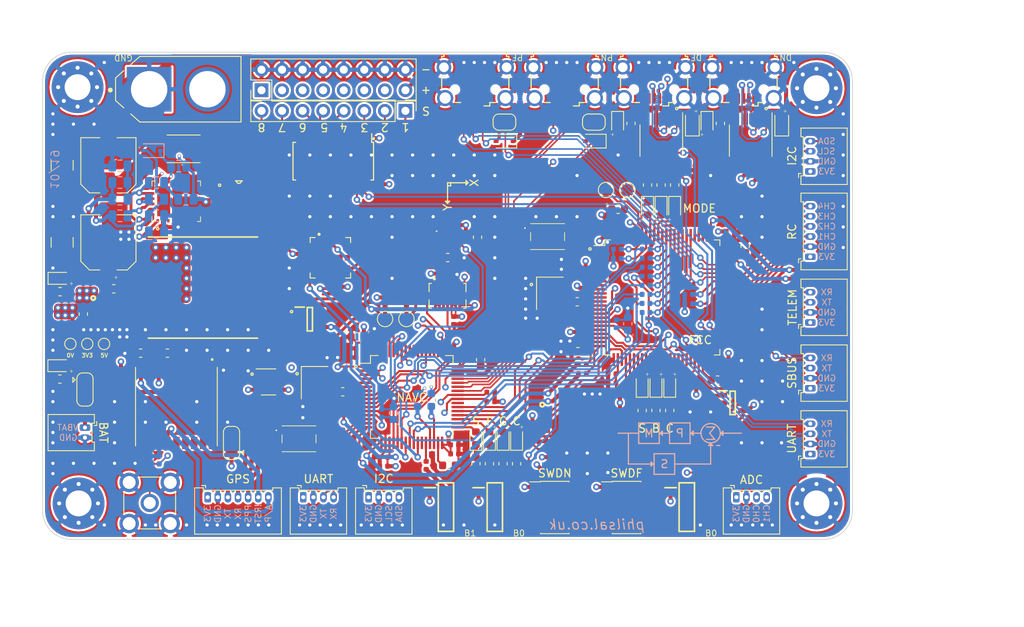
<source format=kicad_pcb>
(kicad_pcb (version 20241229) (generator "pcbnew") (generator_version "9.0")
  (layers (0 "F.Cu" signal) (4 "In1.Cu" signal) (6 "In2.Cu" signal) (2 "B.Cu" signal) (13 "F.Paste" user) (15 "B.Paste" user) (5 "F.SilkS" user "F.Silkscreen") (7 "B.SilkS" user "B.Silkscreen") (1 "F.Mask" user) (3 "B.Mask" user) (25 "Edge.Cuts" user))
  (net 0 "")
  (net 1 "+3V3")
  (net 2 "GND")
  (net 3 "ADC3_0_FCC")
  (net 4 "ADC3_1_FCC")
  (net 5 "Net-(ANT1-Pad1)")
  (net 6 "VIN+")
  (net 7 "REG_VIN")
  (net 8 "Net-(C3-Pad1)")
  (net 9 "Net-(C4-Pad1)")
  (net 10 "REG_BST")
  (net 11 "REG_CS")
  (net 12 "Net-(C6-Pad2)")
  (net 13 "+5V")
  (net 14 "REG_FB")
  (net 15 "Net-(C13-Pad1)")
  (net 16 "VDDA_FCC")
  (net 17 "VREF+_FCC")
  (net 18 "NRST_FCC")
  (net 19 "HSE_IN_FCC")
  (net 20 "Net-(C33-Pad1)")
  (net 21 "Net-(C37-Pad1)")
  (net 22 "NRST_NAVC")
  (net 23 "VDDA_NAVC")
  (net 24 "HSE_IN_NAVC")
  (net 25 "Net-(C53-Pad1)")
  (net 26 "Net-(C57-Pad1)")
  (net 27 "Net-(C57-Pad2)")
  (net 28 "Net-(C59-Pad1)")
  (net 29 "Net-(C68-Pad2)")
  (net 30 "Net-(C69-Pad2)")
  (net 31 "Net-(C70-Pad2)")
  (net 32 "Net-(D2-Pad1)")
  (net 33 "Net-(D2-Pad2)")
  (net 34 "Net-(D3-Pad2)")
  (net 35 "Net-(D3-Pad1)")
  (net 36 "Net-(D4-Pad1)")
  (net 37 "Net-(D5-Pad1)")
  (net 38 "Net-(FCC1-Pad1)")
  (net 39 "Net-(FCC1-Pad2)")
  (net 40 "Net-(FCC1-Pad3)")
  (net 41 "Net-(FCC1-Pad4)")
  (net 42 "Net-(FCC1-Pad5)")
  (net 43 "Net-(FCC1-Pad7)")
  (net 44 "Net-(FCC1-Pad8)")
  (net 45 "Net-(FCC1-Pad9)")
  (net 46 "HSE_OUT_FCC")
  (net 47 "Net-(FCC1-Pad15)")
  (net 48 "Net-(FCC1-Pad16)")
  (net 49 "UART4_TX_FCC")
  (net 50 "UART4_RX_FCC")
  (net 51 "UART2_TX_FCC")
  (net 52 "UART2_RX_FCC")
  (net 53 "SPI1_CS_FLASH_FCC")
  (net 54 "SPI1_SCK_FCC")
  (net 55 "SPI1_MISO_FCC")
  (net 56 "SPI1_MOSI_FCC")
  (net 57 "Net-(FCC1-Pad32)")
  (net 58 "Net-(FCC1-Pad33)")
  (net 59 "LED_A_FCC")
  (net 60 "LED_B_FCC")
  (net 61 "LED_C_FCC")
  (net 62 "Net-(FCC1-Pad37)")
  (net 63 "Net-(FCC1-Pad38)")
  (net 64 "Net-(FCC1-Pad39)")
  (net 65 "Net-(FCC1-Pad40)")
  (net 66 "Net-(FCC1-Pad41)")
  (net 67 "Net-(FCC1-Pad42)")
  (net 68 "Net-(FCC1-Pad43)")
  (net 69 "Net-(FCC1-Pad44)")
  (net 70 "Net-(FCC1-Pad45)")
  (net 71 "I2C2_SCL_FCC")
  (net 72 "I2C2_SDA_FCC")
  (net 73 "UART5_RX_FCC")
  (net 74 "UART5_TX_FCC")
  (net 75 "UART1_TX_FCC")
  (net 76 "UART1_RX_FCC")
  (net 77 "UART3_TX_FCC")
  (net 78 "UART3_RX_FCC")
  (net 79 "Net-(FCC1-Pad57)")
  (net 80 "Net-(FCC1-Pad58)")
  (net 81 "TIM4_CH1_FCC")
  (net 82 "TIM4_CH2_FCC")
  (net 83 "TIM4_CH3_FCC")
  (net 84 "TIM4_CH4_FCC")
  (net 85 "Net-(FCC1-Pad63)")
  (net 86 "Net-(FCC1-Pad64)")
  (net 87 "Net-(FCC1-Pad65)")
  (net 88 "I2C3_SDA_FCC")
  (net 89 "I2C3_SCL_FCC")
  (net 90 "USB_VBUS_FCC")
  (net 91 "USB_ID_FCC")
  (net 92 "USB_DM_FCC")
  (net 93 "USB_DP_FCC")
  (net 94 "SWDIO_FCC")
  (net 95 "SWCLK_FCC")
  (net 96 "Net-(FCC1-Pad77)")
  (net 97 "Net-(FCC1-Pad78)")
  (net 98 "Net-(FCC1-Pad79)")
  (net 99 "Net-(FCC1-Pad80)")
  (net 100 "GPIO_A_FCC")
  (net 101 "GPIO_B_FCC")
  (net 102 "GPIO_C_FCC")
  (net 103 "GPIO_D_FCC")
  (net 104 "GPIO_E_FCC")
  (net 105 "GPIO_F_FCC")
  (net 106 "GPIO_G_FCC")
  (net 107 "GPIO_H_FCC")
  (net 108 "LED_D_FCC")
  (net 109 "LED_E_FCC")
  (net 110 "LED_F_FCC")
  (net 111 "I2C1_SCL_FCC")
  (net 112 "I2C1_SDA_FCC")
  (net 113 "BOOT0_FCC")
  (net 114 "Net-(FCC1-Pad95)")
  (net 115 "Net-(FCC1-Pad96)")
  (net 116 "Net-(FCC1-Pad97)")
  (net 117 "Net-(FCC1-Pad98)")
  (net 118 "Net-(GPS_BAT1-Pad1)")
  (net 119 "UART1_TX_NAVC")
  (net 120 "UART1_RX_NAVC")
  (net 121 "GPS_PPS_NAVC")
  (net 122 "GPS_NRST_NAVC")
  (net 123 "GPS_LNA_EN_NAVC")
  (net 124 "I2C3_SCL_NAVC")
  (net 125 "I2C3_SDA_NAVC")
  (net 126 "USB_VBUS_NAVC")
  (net 127 "Net-(JP3-Pad2)")
  (net 128 "GPS_BAT_BACKUP")
  (net 129 "Net-(L2-Pad1)")
  (net 130 "Net-(LED1-Pad1)")
  (net 131 "Net-(LED2-Pad1)")
  (net 132 "Net-(LED3-Pad1)")
  (net 133 "Net-(LED4-Pad1)")
  (net 134 "Net-(LED5-Pad1)")
  (net 135 "Net-(LED6-Pad1)")
  (net 136 "Net-(LED7-Pad1)")
  (net 137 "Net-(LED8-Pad1)")
  (net 138 "Net-(LED9-Pad1)")
  (net 139 "LED_A_NAVC")
  (net 140 "LED_B_NAVC")
  (net 141 "Net-(LED10-Pad1)")
  (net 142 "Net-(LED11-Pad1)")
  (net 143 "LED_C_NAVC")
  (net 144 "LED_D_NAVC")
  (net 145 "Net-(LED12-Pad1)")
  (net 146 "Net-(LED13-Pad1)")
  (net 147 "Net-(LED14-Pad1)")
  (net 148 "Net-(NAVC1-Pad4)")
  (net 149 "HSE_OUT_NAVC")
  (net 150 "GPIO_A_NAVC")
  (net 151 "GPIO_B_NAVC")
  (net 152 "GPIO_C_NAVC")
  (net 153 "GPIO_D_NAVC")
  (net 154 "UART4_TX_NAVC")
  (net 155 "UART4_RX_NAVC")
  (net 156 "UART2_TX_NAVC")
  (net 157 "UART2_RX_NAVC")
  (net 158 "INT_ACC_NAVC")
  (net 159 "INT_GYR_NAVC")
  (net 160 "INT_MAG_NAVC")
  (net 161 "INT_BAR_NAVC")
  (net 162 "GPIO_E_NAVC")
  (net 163 "GPIO_F_NAVC")
  (net 164 "BAR_NRST_NAVC")
  (net 165 "Net-(NAVC1-Pad27)")
  (net 166 "BOOT1_NAVC")
  (net 167 "I2C2_SCL_NAVC")
  (net 168 "I2C2_SDA_NAVC")
  (net 169 "GPIO_G_NAVC")
  (net 170 "GPIO_H_NAVC")
  (net 171 "Net-(NAVC1-Pad39)")
  (net 172 "USB_ID_NAVC")
  (net 173 "USB_DM_NAVC")
  (net 174 "USB_DP_NAVC")
  (net 175 "SWDIO_NAVC")
  (net 176 "SWCLK_NAVC")
  (net 177 "Net-(NAVC1-Pad50)")
  (net 178 "UART3_TX_NAVC")
  (net 179 "UART3_RX_NAVC")
  (net 180 "Net-(NAVC1-Pad54)")
  (net 181 "Net-(NAVC1-Pad55)")
  (net 182 "Net-(NAVC1-Pad56)")
  (net 183 "Net-(NAVC1-Pad57)")
  (net 184 "BOOT0_NAVC")
  (net 185 "I2C1_SCL_NAVC")
  (net 186 "I2C1_SDA_NAVC")
  (net 187 "PWM_0")
  (net 188 "PWM_1")
  (net 189 "PWM_2")
  (net 190 "PWM_3")
  (net 191 "PWM_4")
  (net 192 "PWM_5")
  (net 193 "PWM_6")
  (net 194 "PWM_7")
  (net 195 "REG_EN")
  (net 196 "REG_PG")
  (net 197 "Net-(R22-Pad1)")
  (net 198 "Net-(R24-Pad2)")
  (net 199 "Net-(R25-Pad2)")
  (net 200 "Net-(R26-Pad1)")
  (net 201 "Net-(R27-Pad1)")
  (net 202 "Net-(R39-Pad2)")
  (net 203 "Net-(R52-Pad2)")
  (net 204 "Net-(R53-Pad2)")
  (net 205 "Net-(R54-Pad2)")
  (net 206 "Net-(R55-Pad2)")
  (net 207 "Net-(R56-Pad2)")
  (net 208 "Net-(R57-Pad2)")
  (net 209 "Net-(REG1-Pad3)")
  (net 210 "Net-(REG2-Pad4)")
  (net 211 "Net-(SWD1-Pad8)")
  (net 212 "Net-(SWD1-Pad7)")
  (net 213 "Net-(SWD1-Pad6)")
  (net 214 "Net-(SWD2-Pad6)")
  (net 215 "Net-(SWD2-Pad7)")
  (net 216 "Net-(SWD2-Pad8)")
  (net 217 "Net-(U2-Pad15)")
  (net 218 "Net-(U2-Pad16)")
  (net 219 "Net-(U2-Pad17)")
  (net 220 "Net-(U2-Pad18)")
  (net 221 "Net-(U2-Pad19)")
  (net 222 "Net-(U2-Pad20)")
  (net 223 "Net-(U2-Pad21)")
  (net 224 "Net-(U2-Pad22)")
  (net 225 "Net-(U2-Pad25)")
  (net 226 "Net-(U3-Pad5)")
  (net 227 "Net-(U5-Pad5)")
  (net 228 "Net-(U5-Pad1)")
  (net 229 "Net-(U5-Pad13)")
  (net 230 "Net-(U7-Pad1)")
  (net 231 "Net-(U7-Pad7)")
  (net 232 "Net-(U8-Pad2)")
  (net 233 "Net-(U8-Pad11)")
  (net 234 "Net-(U8-Pad12)")
  (net 235 "Net-(U9-Pad5)")
  (net 236 "Net-(U10-Pad5)")
  (net 237 "Net-(U10-Pad15)")
  (net 238 "Net-(U10-Pad16)")
  (net 239 "Net-(U10-Pad17)")
  (net 240 "Net-(U11-Pad4)")
  (net 241 "Net-(U11-Pad2)")
  (net 242 "Net-(U11-Pad1)")
  (net 243 "Net-(U12-Pad1)")
  (net 244 "Net-(U12-Pad2)")
  (net 245 "Net-(U12-Pad4)")
  (net 246 "Net-(USB3-Pad4)")
  (net 247 "Net-(USB4-Pad4)")
  (net 248 "Net-(C14-Pad1)")
  (net 249 "Net-(C38-Pad1)")
  (net 250 "Net-(C66-Pad2)")
  (net 251 "Net-(C71-Pad2)")
  (footprint "Resistor_SMD:R_0402_1005Metric" (layer "F.Cu") (at 92.075 58.674 180)
    (property "Reference" "R21" (hide yes))
    (property "Value" "47" (hide yes))
  )
  (footprint "Package_QFP:LQFP-100_14x14mm_P0.5mm" (layer "F.Cu") (at 101.981 55.7022)
    (property "Reference" "FCC")
    (property "Value" "STM32H753VITx" (hide yes))
  )
  (footprint "Resistor_SMD:R_0402_1005Metric" (layer "F.Cu") (at 106.172 66.144 90)
    (property "Reference" "R12" (hide yes))
    (property "Value" "4k7")
  )
  (footprint "Resistor_SMD:R_0402_1005Metric" (layer "F.Cu") (at 72.7964 76.454 90)
    (property "Reference" "R27" (hide yes))
    (property "Value" "10k")
  )
  (footprint "Resistor_SMD:R_0402_1005Metric" (layer "F.Cu") (at 67.7164 56.1824 -90)
    (property "Reference" "R29" (hide yes))
    (property "Value" "4k7")
  )
  (footprint "MountingHole:MountingHole_3.2mm_M3_Pad_Via" (layer "F.Cu") (at 121.031 29.845)
    (property "Reference" "REF**" (hide yes))
    (property "Value" "MountingHole_3.2mm_M3_Pad_Via" (hide yes))
  )
  (footprint "MountingHole:MountingHole_3.2mm_M3_Pad_Via" (layer "F.Cu") (at 29.845 81.153)
    (property "Reference" "REF**" (hide yes))
    (property "Value" "MountingHole_3.2mm_M3_Pad_Via" (hide yes))
  )
  (footprint "MountingHole:MountingHole_3.2mm_M3_Pad_Via" (layer "F.Cu") (at 121.031 81.153)
    (property "Reference" "REF**" (hide yes))
    (property "Value" "MountingHole_3.2mm_M3_Pad_Via" (hide yes))
  )
  (footprint "Connector_Molex:Molex_PicoBlade_53048-0410_1x04_P1.25mm_Horizontal" (layer "F.Cu") (at 111.125 80.391)
    (property "Reference" "ADC")
    (property "Value" "Conn_01x04" (hide yes))
  )
  (footprint "5-1814832-1:TE_5-1814832-1" (layer "F.Cu") (at 38.6334 81.1022)
    (property "Reference" "ANT1")
    (property "Value" "5-1814832-1" (hide yes))
  )
  (footprint "XT60-M:AMASS_XT60-M" (layer "F.Cu") (at 42.164 29.972)
    (property "Reference" "BAT1")
    (property "Value" "XT60-M" (hide yes))
  )
  (footprint "Capacitor_SMD:C_Elec_6.3x7.7" (layer "F.Cu") (at 33.528 39.3675 90)
    (property "Reference" "C1" (hide yes))
    (property "Value" "100u" (hide yes))
  )
  (footprint "Capacitor_SMD:C_Elec_6.3x7.7" (layer "F.Cu") (at 33.528 48.895 90)
    (property "Reference" "C8" (hide yes))
    (property "Value" "100u" (hide yes))
  )
  (footprint "Capacitor_SMD:C_1210_3225Metric" (layer "F.Cu") (at 27.813 48.895 90)
    (property "Reference" "C9")
    (property "Value" "47u" (hide yes))
  )
  (footprint "Capacitor_SMD:C_0402_1005Metric" (layer "F.Cu") (at 46.863 43.688 90)
    (property "Reference" "C10" (hide yes))
    (property "Value" "100n")
  )
  (footprint "Capacitor_SMD:C_0603_1608Metric" (layer "F.Cu") (at 34.1885 54.6354 180)
    (property "Reference" "C11" (hide yes))
    (property "Value" "10u")
  )
  (footprint "Capacitor_SMD:C_0603_1608Metric" (layer "F.Cu") (at 30.4292 57.7595 -90)
    (property "Reference" "C12" (hide yes))
    (property "Value" "10u")
  )
  (footprint "Capacitor_SMD:C_0603_1608Metric" (layer "F.Cu") (at 112.2172 49.3775 90)
    (property "Reference" "C14" (hide yes))
    (property "Value" "2u2")
  )
  (footprint "Capacitor_SMD:C_0603_1608Metric" (layer "F.Cu") (at 96.52 44.8056)
    (property "Reference" "C15" (hide yes))
    (property "Value" "10u")
  )
  (footprint "Capacitor_SMD:C_0402_1005Metric" (layer "F.Cu") (at 96.5176 46.2534)
    (property "Reference" "C16" (hide yes))
    (property "Value" "100n")
  )
  (footprint "Capacitor_SMD:C_0402_1005Metric" (layer "F.Cu") (at 92.0218 52.197 180)
    (property "Reference" "C17" (hide yes))
    (property "Value" "100n")
  )
  (footprint "Capacitor_SMD:C_0402_1005Metric" (layer "F.Cu") (at 95.758 65.151 180)
    (property "Reference" "C18" (hide yes))
    (property "Value" "100n")
  )
  (footprint "Capacitor_SMD:C_0402_1005Metric" (layer "F.Cu") (at 109.0422 64.0612 -90)
    (property "Reference" "C19" (hide yes))
    (property "Value" "100n")
  )
  (footprint "Capacitor_SMD:C_0402_1005Metric" (layer "F.Cu") (at 110.363 48.641)
    (property "Reference" "C20" (hide yes))
    (property "Value" "100n")
  )
  (footprint "Capacitor_SMD:C_0402_1005Metric" (layer "F.Cu") (at 94.4602 47.7012 180)
    (property "Reference" "C21" (hide yes))
    (property "Value" "100n")
  )
  (footprint "Capacitor_SMD:C_0402_1005Metric" (layer "F.Cu") (at 92.4814 54.0258 90)
    (property "Reference" "C22" (hide yes))
    (property "Value" "100n")
  )
  (footprint "Capacitor_SMD:C_0402_1005Metric" (layer "F.Cu") (at 95.7604 66.2686 180)
    (property "Reference" "C23" (hide yes))
    (property "Value" "100n")
  )
  (footprint "Capacitor_SMD:C_0402_1005Metric" (layer "F.Cu") (at 110.1598 64.0564 -90)
    (property "Reference" "C24" (hide yes))
    (property "Value" "100n")
  )
  (footprint "Capacitor_SMD:C_0402_1005Metric" (layer "F.Cu") (at 94.4602 46.5328 180)
    (property "Reference" "C25" (hide yes))
    (property "Value" "100n")
  )
  (footprint "Capacitor_SMD:C_0603_1608Metric" (layer "F.Cu") (at 91.5415 62.4078 180)
    (property "Reference" "C27" (hide yes))
    (property "Value" "1u")
  )
  (footprint "Capacitor_SMD:C_0402_1005Metric" (layer "F.Cu") (at 92.075 48.133 -90)
    (property "Reference" "C31" (hide yes))
    (property "Value" "100n")
  )
  (footprint "Capacitor_SMD:C_0402_1005Metric" (layer "F.Cu") (at 88.0872 52.4256)
    (property "Reference" "C32" (hide yes))
    (property "Value" "10p")
  )
  (footprint "Capacitor_SMD:C_0402_1005Metric" (layer "F.Cu") (at 88.0872 57.9628 180)
    (property "Reference" "C33" (hide yes))
    (property "Value" "10p")
  )
  (footprint "Capacitor_SMD:C_0402_1005Metric" (layer "F.Cu") (at 67.2084 41.2242 90)
    (property "Reference" "C34" (hide yes))
    (property "Value" "100n")
  )
  (footprint "Capacitor_SMD:C_0402_1005Metric" (layer "F.Cu") (at 110.6678 71.1454 180)
    (property "Reference" "C35" (hide yes))
    (property "Value" "100n")
  )
  (footprint "Capacitor_SMD:C_0402_1005Metric" (layer "F.Cu") (at 95.758 67.6402)
    (property "Reference" "C36" (hide yes))
    (property "Value" "100n")
  )
  (footprint "Capacitor_SMD:C_0603_1608Metric" (layer "F.Cu") (at 75.6159 76.454)
    (property "Reference" "C37" (hide yes))
    (property "Value" "2u2")
  )
  (footprint "Capacitor_SMD:C_0603_1608Metric" (layer "F.Cu") (at 79.5274 63.3983 90)
    (property "Reference" "C38" (hide yes))
    (property "Value" "2u2")
  )
  (footprint "Capacitor_SMD:C_0603_1608Metric" (layer "F.Cu") (at 64.3127 60.579 180)
    (property "Reference" "C39" (hide yes))
    (property "Value" "10u")
  )
  (footprint "Capacitor_SMD:C_0402_1005Metric" (layer "F.Cu") (at 66.9774 60.579)
    (property "Reference" "C41" (hide yes))
    (property "Value" "100n")
  )
  (footprint "Capacitor_SMD:C_0402_1005Metric" (layer "F.Cu") (at 76.9874 62.6872 90)
    (property "Reference" "C42" (hide yes))
    (property "Value" "100n")
  )
  (footprint "Capacitor_SMD:C_0402_1005Metric" (layer "F.Cu") (at 67.5362 75.438 180)
    (property "Reference" "C44" (hide yes))
    (property "Value" "100n")
  )
  (footprint "Capacitor_SMD:C_0402_1005Metric" (layer "F.Cu") (at 64.62 62.0014 180)
    (property "Reference" "C45" (hide yes))
    (property "Value" "100n")
  )
  (footprint "Capacitor_SMD:C_0402_1005Metric" (layer "F.Cu") (at 78.105 62.6872 90)
    (property "Reference" "C46" (hide yes))
    (property "Value" "100n")
  )
  (footprint "Capacitor_SMD:C_0402_1005Metric" (layer "F.Cu") (at 76.304 75.0316)
    (property "Reference" "C47" (hide yes))
    (property "Value" "100n")
  )
  (footprint "Capacitor_SMD:C_0402_1005Metric" (layer "F.Cu") (at 67.541 76.5556 180)
    (property "Reference" "C48" (hide yes))
    (property "Value" "100n")
  )
  (footprint "Capacitor_SMD:C_0402_1005Metric" (layer "F.Cu") (at 61.3664 73.152 -90)
    (property "Reference" "C49" (hide yes))
    (property "Value" "100n")
  )
  (footprint "Capacitor_SMD:C_0402_1005Metric" (layer "F.Cu") (at 59.0296 63.4492)
    (property "Reference" "C52" (hide yes))
    (property "Value" "10p")
  )
  (footprint "Capacitor_SMD:C_0402_1005Metric" (layer "F.Cu") (at 59.0296 69.0118 180)
    (property "Reference" "C53" (hide yes))
    (property "Value" "10p")
  )
  (footprint "Capacitor_SMD:C_0402_1005Metric" (layer "F.Cu") (at 76.2 58.5494 -90)
    (property "Reference" "C54" (hide yes))
    (property "Value" "100n")
  )
  (footprint "Capacitor_SMD:C_0402_1005Metric" (layer "F.Cu") (at 75.1816 52.9082)
    (property "Reference" "C55" (hide yes))
    (property "Value" "100n")
  )
  (footprint "Capacitor_SMD:C_0402_1005Metric" (layer "F.Cu") (at 53.3122 68.707 180)
    (property "Reference" "C56" (hide yes))
    (property "Value" "100n")
  )
  (footprint "Capacitor_SMD:C_0402_1005Metric" (layer "F.Cu") (at 64.5922 50.8 90)
    (property "Reference" "C57" (hide yes))
    (property "Value" "1n")
  )
  (footprint "Capacitor_SMD:C_0402_1005Metric" (layer "F.Cu") (at 57.3278 50.8 -90)
    (property "Reference" "C58" (hide yes))
    (property "Value" "100n")
  )
  (footprint "Capacitor_SMD:C_0603_1608Metric" (layer "F.Cu") (at 75.4633 50.7746)
    (property "Reference" "C59" (hide yes))
    (property "Value" "220n")
  )
  (footprint "Capacitor_SMD:C_0402_1005Metric" (layer "F.Cu") (at 75.715 45.9994 180)
    (property "Reference" "C60" (hide yes))
    (property "Value" "100n")
  )
  (footprint "Capacitor_SMD:C_0402_1005Metric" (layer "F.Cu") (at 77.6986 48.2624 -90)
    (property "Reference" "C61" (hide yes))
    (property "Value" "100n")
  )
  (footprint "Capacitor_SMD:C_0603_1608Metric" (layer "F.Cu") (at 79.1464 48.26 -90)
    (property "Reference" "C62" (hide yes))
    (property "Value" "10u")
  )
  (footprint "Capacitor_SMD:C_0402_1005Metric" (layer "F.Cu") (at 58.42 60.9346 180)
    (property "Reference" "C63" (hide yes))
    (property "Value" "100n")
  )
  (footprint "Capacitor_SMD:C_0603_1608Metric" (layer "F.Cu") (at 40.8179 62.5856)
    (property "Reference" "C65" (hide yes))
    (property "Value" "1u")
  )
  (footprint "Capacitor_SMD:C_0402_1005Metric" (layer "F.Cu") (at 98.5012 39.4716 90)
    (property "Reference" "C68" (hide yes))
    (property "Value" "100n" (hide yes))
  )
  (footprint "Capacitor_SMD:C_0402_1005Metric" (layer "F.Cu") (at 105.20426 39.48416 90)
    (property "Reference" "C69" (hide yes))
    (property "Value" "100n" (hide yes))
  )
  (footprint "Capacitor_SMD:C_0402_1005Metric" (layer "F.Cu") (at 109.54766 39.49178 90)
    (property "Reference" "C70" (hide yes))
    (property "Value" "100n" (hide yes))
  )
  (footprint "Capacitor_SMD:C_0402_1005Metric" (layer "F.Cu") (at 116.27866 39.48924 90)
    (property "Reference" "C71" (hide yes))
    (property "Value" "100n" (hide yes))
  )
  (footprint "Diode_SMD:D_SOD-323" (layer "F.Cu") (at 82.4865 36.3855 180)
    (property "Reference" "D2" (hide yes))
    (property "Value" "SD103AWS")
  )
  (footprint "Diode_SMD:D_SOD-323" (layer "F.Cu") (at 93.5355 36.3855 180)
    (property "Reference" "D3" (hide yes))
    (property "Value" "SD103AWS")
  )
  (footprint "Diode_SMD:D_SOD-323" (layer "F.Cu") (at 105.6894 34.2392 90)
    (property "Reference" "D4" (hide yes))
    (property "Value" "SD103AWS")
  )
  (footprint "Diode_SMD:D_SOD-323" (layer "F.Cu") (at 116.7384 34.2478 90)
    (property "Reference" "D5" (hide yes))
    (property "Value" "SD103AWS")
  )
  (footprint "Inductor_SMD:L_0402_1005Metric" (layer "F.Cu") (at 92.0726 59.9694 180)
    (property "Reference" "FB1" (hide yes))
    (property "Value" "Ferrite_Bead_Small")
  )
  (footprint "Inductor_SMD:L_0402_1005Metric" (layer "F.Cu") (at 63.0912 70.0532 180)
    (property "Reference" "FB2" (hide yes))
    (property "Value" "Ferrite_Bead_Small")
  )
  (footprint "Inductor_SMD:L_0402_1005Metric" (layer "F.Cu") (at 84.4042 29.3878 -90)
    (property "Reference" "FB3" (hide yes))
    (property "Value" "Ferrite_Bead_Small")
  )
  (footprint "Inductor_SMD:L_0402_1005Metric" (layer "F.Cu") (at 95.3262 29.3878 -90)
    (property "Reference" "FB4" (hide yes))
    (property "Value" "Ferrite_Bead_Small")
  )
  (footprint "Inductor_SMD:L_0402_1005Metric" (layer "F.Cu") (at 106.5276 29.3878 -90)
    (property "Reference" "FB5" (hide yes))
    (property "Value" "Ferrite_Bead_Small")
  )
  (footprint "Inductor_SMD:L_0402_1005Metric" (layer "F.Cu") (at 116.7384 36.8832 90)
    (property "Reference" "FB6" (hide yes))
    (property "Value" "Ferrite_Bead_Small")
  )
  (footprint "Connector_Molex:Molex_PicoBlade_53048-0210_1x02_P1.25mm_Horizontal" (layer "F.Cu") (at 30.6324 71.7804 -90)
    (property "Reference" "BAT")
    (property "Value" "Conn_01x02" (hide yes))
  )
  (footprint "Connector_Molex:Molex_PicoBlade_53048-0710_1x07_P1.25mm_Horizontal" (layer "F.Cu") (at 45.7962 80.391)
    (property "Reference" "GPS")
    (property "Value" "Conn_01x07" (hide yes))
  )
  (footprint "Crystal:Crystal_SMD_Abracon_ABM8G-4Pin_3.2x2.5mm" (layer "F.Cu") (at 88.0872 55.1942 -90)
    (property "Reference" "HSE1" (hide yes))
    (property "Value" "25MHz")
  )
  (footprint "Crystal:Crystal_SMD_Abracon_ABM8G-4Pin_3.2x2.5mm" (layer "F.Cu") (at 59.0178 66.2354 -90)
    (property "Reference" "HSE2" (hide yes))
    (property "Value" "25MHz")
  )
  (footprint "Connector_Molex:Molex_PicoBlade_53048-0410_1x04_P1.25mm_Horizontal" (layer "F.Cu") (at 120.269 40.132 90)
    (property "Reference" "I2C")
    (property "Value" "Conn_01x04" (hide yes))
  )
  (footprint "Connector_Molex:Molex_PicoBlade_53048-0410_1x04_P1.25mm_Horizontal" (layer "F.Cu") (at 65.6844 80.391)
    (property "Reference" "I2C")
    (property "Value" "Conn_01x04" (hide yes))
  )
  (footprint "Jumper:SolderJumper-2_P1.3mm_Open_RoundedPad1.0x1.5mm" (layer "F.Cu") (at 82.4715 34.036)
    (property "Reference" "JP1" (hide yes))
    (property "Value" "SolderJumper_2_Open")
  )
  (footprint "Jumper:SolderJumper-2_P1.3mm_Open_RoundedPad1.0x1.5mm" (layer "F.Cu") (at 93.5205 34.036)
    (property "Reference" "JP2" (hide yes))
    (property "Value" "SolderJumper_2_Open")
  )
  (footprint "Jumper:SolderJumper-3_P1.3mm_Open_RoundedPad1.0x1.5mm" (layer "F.Cu") (at 48.7426 73.6854 90)
    (property "Reference" "JP3" (hide yes))
    (property "Value" "SolderJumper_3_Open")
  )
  (footprint "Jumper:SolderJumper-3_P1.3mm_Open_RoundedPad1.0x1.5mm" (layer "F.Cu") (at 30.6324 67.0814 -90)
    (property "Reference" "JP4" (hide yes))
    (property "Value" "Jumper_3_Open")
  )
  (footprint "SRP1265A-150M:INDPM135125X650N" (layer "F.Cu") (at 45.212 54.483 180)
    (property "Reference" "L1")
    (property "Value" "15u" (hide yes))
  )
  (footprint "Inductor_SMD:L_0402_1005Metric" (layer "F.Cu") (at 40.282 76.2762 180)
    (property "Reference" "L2" (hide yes))
    (property "Value" "27n")
  )
  (footprint "LED_SMD:LED_0603_1608Metric" (layer "F.Cu") (at 27.5589 53.34)
    (property "Reference" "LED1" (hide yes))
    (property "Value" "G")
  )
  (footprint "LED_SMD:LED_0603_1608Metric" (layer "F.Cu") (at 27.5335 64.135)
    (property "Reference" "LED2" (hide yes))
    (property "Value" "G")
  )
  (footprint "LED_SMD:LED_0603_1608Metric" (layer "F.Cu") (at 99.4918 66.5481 90)
    (property "Reference" "LED3" (hide yes))
    (property "Value" "R")
  )
  (footprint "LED_SMD:LED_0603_1608Metric" (layer "F.Cu") (at 101.1936 66.5481 90)
    (property "Reference" "LED4" (hide yes))
    (property "Value" "R")
  )
  (footprint "LED_SMD:LED_0603_1608Metric" (layer "F.Cu") (at 102.8954 66.5481 90)
    (property "Reference" "LED5" (hide yes))
    (property "Value" "Y")
  )
  (footprint "LED_SMD:LED_0603_1608Metric" (layer "F.Cu") (at 103.505 44.7039 -90)
    (property "Reference" "LED6" (hide yes))
    (property "Value" "B")
  )
  (footprint "LED_SMD:LED_0603_1608Metric" (layer "F.Cu") (at 101.8286 44.704 -90)
    (property "Reference" "LED7" (hide yes))
    (property "Value" "B")
  )
  (footprint "LED_SMD:LED_0603_1608Metric" (layer "F.Cu") (at 100.1522 44.704 -90)
    (property "Reference" "LED8" (hide yes))
    (property "Value" "B")
  )
  (footprint "LED_SMD:LED_0603_1608Metric" (layer "F.Cu") (at 78.9432 73.1013 90)
    (property "Reference" "LED9" (hide yes))
    (property "Value" "R")
  )
  (footprint "LED_SMD:LED_0603_1608Metric" (layer "F.Cu") (at 83.9724 73.1011 90)
    (property "Reference" "LED12" (hide yes))
    (property "Value" "B")
  )
  (footprint "LED_SMD:LED_0603_1608Metric" (layer "F.Cu") (at 96.4565 34.201 -90)
    (property "Reference" "LED13" (hide yes))
    (property "Value" "G")
  )
  (footprint "LED_SMD:LED_0603_1608Metric" (layer "F.Cu") (at 107.5055 34.201 -90)
    (property "Reference" "LED14" (hide yes))
    (property "Value" "G")
  )
  (footprint "Connector_PinHeader_2.54mm:PinHeader_2x08_P2.54mm_Vertical" (layer "F.Cu") (at 52.451 30.099 90)
    (property "Reference" "PWM_POW1" (hide yes))
    (property "Value" "Conn_02x08_Odd_Even" (hide yes))
  )
  (footprint "Connector_PinHeader_2.54mm:PinHeader_1x08_P2.54mm_Vertical" (layer "F.Cu") (at 70.231 32.639 -90)
    (property "Reference" "PWM_SIG1" (hide yes))
    (property "Value" "2.54mm" (hide yes))
  )
  (footprint "Resistor_SMD:R_2512_6332Metric" (layer "F.Cu") (at 42.82 37.338)
    (property "Reference" "R1" (hide yes))
    (property "Value" "0.01" (hide yes))
  )
  (footprint "Resistor_SMD:R_0603_1608Metric" (layer "F.Cu") (at 27.559 54.991 180)
    (property "Reference" "R7" (hide yes))
    (property "Value" "560")
  )
  (footprint "Resistor_SMD:R_0603_1608Metric" (layer "F.Cu") (at 27.5335 65.786 180)
    (property "Reference" "R8" (hide yes))
    (property "Value" "240")
  )
  (footprint "Resistor_SMD:R_0603_1608Metric" (layer "F.Cu") (at 101.1936 69.6722 90)
    (property "Reference" "R16" (hide yes))
    (property "Value" "330")
  )
  (footprint "Resistor_SMD:R_0603_1608Metric" (layer "F.Cu") (at 102.8954 69.6723 90)
    (property "Reference" "R17" (hide yes))
    (property "Value" "330")
  )
  (footprint "Resistor_SMD:R_0603_1608Metric" (layer "F.Cu") (at 103.505 41.8083 -90)
    (property "Reference" "R18" (hide yes))
    (property "Value" "100")
  )
  (footprint "Resistor_SMD:R_0603_1608Metric" (layer "F.Cu") (at 100.1522 41.8084 -90)
    (property "Reference" "R20" (hide yes))
    (property "Value" "100")
  )
  (footprint "Resistor_SMD:R_0603_1608Metric" (layer "F.Cu") (at 91.4653 56.2356 180)
    (property "Reference" "R23" (hide yes))
    (property "Value" "620")
  )
  (footprint "Resistor_SMD:R_0402_1005Metric" (layer "F.Cu") (at 70.358 56.1824 -90)
    (property "Reference" "R28" (hide yes))
    (property "Value" "4k7")
  )
  (footprint "Resistor_SMD:R_0402_1005Metric" (layer "F.Cu") (at 80.7744 67.4116 180)
    (property "Reference" "R30" (hide yes))
    (property "Value" "4k7")
  )
  (footprint "Resistor_SMD:R_0402_1005Metric" (layer "F.Cu") (at 80.772 68.58 180)
    (property "Reference" "R31" (hide yes))
    (property "Value" "4k7")
  )
  (footprint "Resistor_SMD:R_0603_1608Metric" (layer "F.Cu") (at 62.4839 67.3608 180)
    (property "Reference" "R32" (hide yes))
    (property "Value" "620")
  )
  (footprint "Resistor_SMD:R_0603_1608Metric" (layer "F.Cu") (at 78.9432 76.2508 90)
    (property "Reference" "R33" (hide yes))
    (property "Value" "330")
  )
  (footprint "Resistor_SMD:R_0603_1608Metric" (layer "F.Cu") (at 80.6196 76.2508 90)
    (property "Reference" "R34" (hide yes))
    (property "Value" "330")
  )
  (footprint "Resistor_SMD:R_0603_1608Metric" (layer "F.Cu") (at 82.296 76.2508 90)
    (property "Reference" "R35" (hide yes))
    (property "Value" "330")
  )
  (footprint "Resistor_SMD:R_0603_1608Metric" (layer "F.Cu") (at 83.9724 76.2508 90)
    (property "Reference" "R36" (hide yes))
    (property "Value" "100")
  )
  (footprint "Resistor_SMD:R_0402_1005Metric" (layer "F.Cu") (at 61.595 54.3814 180)
    (property "Reference" "R37" (hide yes))
    (property "Value" "10k")
  )
  (footprint "Resistor_SMD:R_0402_1005Metric" (layer "F.Cu") (at 35.5576 64.6938)
    (property "Reference" "R38" (hide yes))
    (property "Value" "10k")
  )
  (footprint "Resistor_SMD:R_0402_1005Metric" (layer "F.Cu") (at 41.9354 75.7706 90)
    (property "Reference" "R39" (hide yes))
    (property "Value" "10")
  )
  (footprint "Resistor_SMD:R_0402_1005Metric" (layer "F.Cu") (at 92.098 63.9826)
    (property "Reference" "R49" (hide yes))
    (property "Value" "10")
  )
  (footprint "Resistor_SMD:R_0402_1005Metric" (layer "F.Cu") (at 78.613 33.7082 90)
    (property "Reference" "R52" (hide yes))
    (property "Value" "22")
  )
  (footprint "Resistor_SMD:R_0402_1005Metric" (layer "F.Cu") (at 89.662 33.7082 90)
    (property "Reference" "R55" (hide yes))
    (property "Value" "22")
  )
  (footprint "Resistor_SMD:R_0402_1005Metric" (layer "F.Cu") (at 90.8304 33.7058 90)
    (property "Reference" "R56" (hide yes))
    (property "Value" "22")
  )
  (footprint "Resistor_SMD:R_0603_1608Metric" (layer "F.Cu") (at 98.1075 34.201 -90)
    (property "Reference" "R58" (hide yes))
    (property "Value" "560")
  )
  (footprint "Resistor_SMD:R_0603_1608Metric" (layer "F.Cu") (at 109.1565 34.201 -90)
    (property "Reference" "R59" (hide yes))
    (property "Value" "560")
  )
  (footprint "LD39200PU33R:SON95P300X300X100-7N-D" (layer "F.Cu") (at 33.5534 57.4294)
    (property "Reference" "REG2")
    (property "Value" "LD39200PU33R" (hide yes))
  )
  (footprint "SKRPANE010:SKRPADE010" (layer "F.Cu") (at 87.6808 48.1838)
    (property "Reference" "SW1")
    (property "Value" "SKRPANE010")
  )
  (footprint "TDD01H0SB1R:SOT175P420X230-3N" (layer "F.Cu") (at 81.28 81.6102)
    (property "Reference" "SW3")
    (property "Value" "TDD01H0SB1R" (hide yes))
  )
  (footprint "TDD01H0SB1R:SOT175P420X230-3N" (layer "F.Cu") (at 75.2414 81.6102)
    (property "Reference" "SW4")
    (property "Value" "TDD01H0SB1R" (hide yes))
  )
  (footprint "SKRPANE010:SKRPADE010" (layer "F.Cu") (at 56.9566 73.1692)
    (property "Reference" "SW5")
    (property "Value" "SKRPANE010" (hide yes))
  )
  (footprint "Connector_PinHeader_1.27mm:PinHeader_2x05_P1.27mm_Vertical_SMD" (layer "F.Cu") (at 97.5614 81.661)
    (property "Reference" "SWDF")
    (property "Value" "Conn_02x05_Odd_Even" (hide yes))
  )
  (footprint "Connector_PinHeader_1.27mm:PinHeader_2x05_P1.27mm_Vertical_SMD" (layer "F.Cu") (at 88.6968 81.661)
    (property "Reference" "SWDN")
    (property "Value" "Conn_02x05_Odd_Even" (hide yes))
  )
  (footprint "TestPoint:TestPoint_Pad_D1.5mm" (layer "F.Cu") (at 95.0214 42.418)
    (property "Reference" "TP2" (hide yes))
    (property "Value" "I2C1")
  )
  (footprint "TestPoint:TestPoint_Pad_D1.5mm" (layer "F.Cu") (at 67.7164 58.3692)
    (property "Reference" "TP4" (hide yes))
    (property "Value" "I2C1")
  )
  (footprint "INA219AIDCNR:SOT65P280X145-8N" (layer "F.Cu") (at 49.657 42.799)
    (property "Reference" "U1")
    (property "Value" "INA219AIDCNR" (hide yes))
  )
  (footprint "Package_SO:TSSOP-28_4.4x9.7mm_P0.65mm" (layer "F.Cu") (at 61.3156 38.862 -90)
    (property "Reference" "U2" (hide yes))
    (property "Value" "PCA9685PW" (hide yes))
  )
  (footprint "24CW1280T-I_OT:SOT95P280X145-5N" (layer "F.Cu") (at 110.6678 68.7324)
    (property "Reference" "U3")
    (property "Value" "24CW1280T-I_OT" (hide yes))
  )
  (footprint "BMI088:PQFN50P450X300X100-16N" (layer "F.Cu") (at 75.438 55.499)
    (property "Reference" "U5")
    (property "Value" "BMI088" (hide yes))
  )
  (footprint "Package_TO_SOT_SMD:SOT-23-6" (layer "F.Cu") (at 53.3146 66.1416)
    (property "Reference" "U6")
    (property "Value" "TMP100")
  )
  (footprint "MPRLS0025PA00001A:XDCR_MPRLS0025PA00001A" (layer "F.Cu") (at 60.96 50.8)
    (property "Reference" "U7")
    (property "Value" "MPRLS0025PA00001A" (hide yes))
  )
  (footprint "IIS2MDCTR:IIS2MDCTR" (layer "F.Cu") (at 75.438 48.26)
    (property "Reference" "U8")
    (property "Value" "IIS2MDCTR" (hide yes))
  )
  (footprint "24CW1280T-I_OT:SOT95P280X145-5N" (layer "F.Cu") (at 58.42 58.3946)
    (property "Reference" "U9")
    (property "Value" "24CW1280T-I_OT" (hide yes))
  )
  (footprint "Package_SO:SSOP-8_3.9x5.05mm_P1.27mm" (layer "F.Cu") (at 101.854 36.322 -90)
    (property "Reference" "U11" (hide yes))
    (property "Value" "otter:CH330" (hide yes))
  )
  (footprint "Package_SO:SSOP-8_3.9x5.05mm_P1.27mm" (layer "F.Cu") (at 112.903 36.33 -90)
    (property "Reference" "U12" (hide yes))
    (property "Value" "otter:CH330" (hide yes))
  )
  (footprint "Connector_Molex:Molex_PicoBlade_53048-0410_1x04_P1.25mm_Horizontal" (layer "F.Cu") (at 120.269 58.801 90)
    (property "Reference" "TELEM")
    (property "Value" "Conn_01x04" (hide yes))
  )
  (footprint "Connector_Molex:Molex_PicoBlade_53048-0410_1x04_P1.25mm_Horizontal" (layer "F.Cu") (at 57.6072 80.391)
    (property "Reference" "UART")
    (property "Value" "Conn_01x04" (hide yes))
  )
  (footprint "Connector_USB:USB_Micro-B_Wuerth_629105150521_CircularHoles" (layer "F.Cu") (at 78.867 29.21 180)
    (property "Reference" "USB1" (hide yes))
    (property "Value" "USB_B_Micro")
  )
  (footprint "Connector_USB:USB_Micro-B_Wuerth_629105150521_CircularHoles" (layer "F.Cu") (at 100.965 29.21 180)
    (property "Reference" "USB3" (hide yes))
    (property "Value" "USB_B_Micro")
  )
  (footprint "Connector_USB:USB_Micro-B_Wuerth_629105150521_CircularHoles" (layer "F.Cu") (at 112.014 29.21 180)
    (property "Reference" "USB4" (hide yes))
    (property "Value" "USB_B_Micro")
  )
  (footprint "Capacitor_SMD:C_1210_3225Metric" (layer "F.Cu") (at 27.813 39.373 90)
    (property "Reference" "C2" (hide yes))
    (property "Value" "47u" (hide yes))
  )
  (footprint "MIC26903YJL-TR:MIC24054YJLTR" (layer "F.Cu") (at 41.911 43.823 90)
    (property "Reference" "REG1")
    (property "Value" "MIC26903YJL-TR" (hide yes))
  )
  (footprint "Connector_Molex:Molex_PicoBlade_53048-0610_1x06_P1.25mm_Horizontal" (layer "F.Cu") (at 120.269 50.673 90)
    (property "Reference" "RC")
    (property "Value" "Conn_01x06" (hide yes))
  )
  (footprint "Connector_Molex:Molex_PicoBlade_53048-0410_1x04_P1.25mm_Horizontal" (layer "F.Cu") (at 120.269 66.929 90)
    (property "Reference" "SBUS")
    (property "Value" "Conn_01x04" (hide yes))
  )
  (footprint "Connector_USB:USB_Micro-B_Wuerth_629105150521_CircularHoles" (layer "F.Cu") (at 89.916 29.21 180)
    (property "Reference" "USB2" (hide yes))
    (property "Value" "USB_B_Micro")
  )
  (footprint "Capacitor_SMD:C_0402_1005Metric" (layer "F.Cu") (at 38.6334 75.796 90)
    (property "Reference" "C66" (hide yes))
    (property "Value" "22p")
  )
  (footprint "Package_QFP:LQFP-64_10x10mm_P0.5mm" (layer "F.Cu") (at 71.0184 67.9958)
    (property "Reference" "NAVC")
    (property "Value" "STM32F405RGTx")
  )
  (footprint "Capacitor_SMD:C_0603_1608Metric" (layer "F.Cu") (at 108.8135 65.913)
    (property "Reference" "C13" (hide yes))
    (property "Value" "2u2")
  )
  (footprint "Connector_Molex:Molex_PicoBlade_53048-0410_1x04_P1.25mm_Horizontal" (layer "F.Cu") (at 120.269 75.057 90)
    (property "Reference" "UART")
    (property "Value" "Conn_01x04" (hide yes))
  )
  (footprint "Resistor_SMD:R_0402_1005Metric" (layer "F.Cu") (at 85.471 76.7842 90)
    (property "Reference" "R26" (hide yes))
    (property "Value" "10k")
  )
  (footprint "W25N01GVZEIG_TR:SON127P800X600X80-9N-D" (layer "F.Cu") (at 91.5162 71.5772)
    (property "Reference" "U4" (hide yes))
    (property "Value" "W25N01GVZEIG_TR" (hide yes))
  )
  (footprint "Resistor_SMD:R_0402_1005Metric" (layer "F.Cu") (at 85.9282 71.7272 -90)
    (property "Reference" "R25" (hide yes))
    (property "Value" "10k")
  )
  (footprint "Resistor_SMD:R_0603_1608Metric" (layer "F.Cu") (at 99.4918 69.6722 90)
    (property "Reference" "R15" (hide yes))
    (property "Value" "330")
  )
  (footprint "Resistor_SMD:R_0402_1005Metric" (layer "F.Cu") (at 96.774 70.3072 -90)
    (property "Reference" "R24" (hide yes))
    (property "Value" "10k")
  )
  (footprint "MODULE-GPS-SMD-MAX-7Q-0_18P-9.6X10MM_:GPS18P-SMD-1.1-10X9.6MM" (layer "F.Cu") (at 41.9334 69.1854 -90)
    (property "Reference" "U10")
    (property "Value" "u-blox MAX-8Q" (hide yes))
  )
  (footprint "TestPoint:TestPoint_Pad_D1.0mm" (layer "F.Cu") (at 32.9946 61.4426)
    (property "Reference" "5V" (hide yes))
    (property "Value" "TestPoint_Pad_D1.0mm")
  )
  (footprint "TestPoint:TestPoint_Pad_D1.0mm" (layer "F.Cu") (at 30.9118 61.4426)
    (property "Reference" "5V" (hide yes))
    (property "Value" "TestPoint_Pad_D1.0mm")
  )
  (footprint "TestPoint:TestPoint_Pad_D1.0mm" (layer "F.Cu") (at 28.829 61.4426)
    (property "Reference" "5V" (hide yes))
    (property "Value" "TestPoint_Pad_D1.0mm")
  )
  (footprint "TDD01H0SB1R:SOT175P420X230-3N" (layer "F.Cu") (at 105.0036 81.6102)
    (property "Reference" "SW2")
    (property "Value" "TDD01H0SB1R" (hide yes))
  )
  (footprint "Resistor_SMD:R_0402_1005Metric" (layer "F.Cu") (at 106.5252 77.343 180)
    (property "Reference" "R22" (hide yes))
    (property "Value" "10k")
  )
  (footprint "MountingHole:MountingHole_3.2mm_M3_Pad_Via" (layer "F.Cu") (at 29.718 29.718)
    (property "Reference" "REF**" (hide yes))
    (property "Value" "MountingHole_3.2mm_M3_Pad_Via" (hide yes))
  )
  (footprint "Capacitor_SMD:C_0603_1608Metric" (layer "F.Cu") (at 37.5158 62.5856 180)
    (property "Reference" "C64" (hide yes))
    (property "Value" "1u")
  )
  (footprint "Resistor_SMD:R_0402_1005Metric" (layer "F.Cu") (at 79.7814 33.7082 90)
    (property "Reference" "R53" (hide yes))
    (property "Value" "22")
  )
  (footprint "Resistor_SMD:R_0402_1005Metric" (layer "F.Cu") (at 77.4446 33.7082 90)
    (property "Reference" "R54" (hide yes))
    (property "Value" "560")
  )
  (footprint "Resistor_SMD:R_0402_1005Metric" (layer "F.Cu") (at 92.1004 65.1256)
    (property "Reference" "R48" (hide yes))
    (property "Value" "10")
  )
  (footprint "Capacitor_SMD:C_0402_1005Metric" (layer "F.Cu") (at 110.363 47.5488)
    (property "Reference" "C26" (hide yes))
    (property "Value" "100n")
  )
  (footprint "Resistor_SMD:R_0402_1005Metric" (layer "F.Cu") (at 88.4936 33.7058 90)
    (property "Reference" "R57" (hide yes))
    (property "Value" "560")
  )
  (footprint "TestPoint:TestPoint_Pad_D1.5mm" (layer "F.Cu") (at 97.663 42.418)
    (property "Reference" "TP1" (hide yes))
    (property "Value" "I2C1")
  )
  (footprint "Capacitor_SMD:C_0402_1005Metric" (layer "F.Cu") (at 64.62 63.119 180)
    (property "Reference" "C40" (hide yes))
    (property "Value" "100n")
  )
  (footprint "Resistor_SMD:R_0603_1608Metric" (layer "F.Cu") (at 101.8286 41.8084 -90)
    (property "Reference" "R19" (hide yes))
    (property "Value" "100")
  )
  (footprint "Capacitor_SMD:C_0402_1005Metric" (layer "F.Cu") (at 92.075 61.0616 180)
    (property "Reference" "C28" (hide yes))
    (property "Value" "100n")
  )
  (footprint "Resistor_SMD:R_0402_1005Metric" (layer "F.Cu") (at 105.0036 66.144 90)
    (property "Reference" "R11" (hide yes))
    (property "Value" "4k7")
  )
  (footprint "Capacitor_SMD:C_0402_1005Metric" (layer "F.Cu") (at 76.304 73.914)
    (property "Reference" "C43" (hide yes))
    (property "Value" "100n")
  )
  (footprint "LED_SMD:LED_0603_1608Metric" (layer "F.Cu") (at 82.296 73.1013 90)
    (property "Reference" "LED11" (hide yes))
    (property "Value" "Y")
  )
  (footprint "LED_SMD:LED_0603_1608Metric" (layer "F.Cu") (at 80.6196 73.1012 90)
    (property "Reference" "LED10" (hide yes))
    (property "Value" "R")
  )
  (footprint "TestPoint:TestPoint_Pad_D1.5mm" (layer "F.Cu") (at 70.358 58.3692)
    (property "Reference" "TP3" (hide yes))
    (property "Value" "I2C1")
  )
  (footprint "Resistor_SMD:R_0402_1005Metric" (layer "B.Cu") (at 99.972 54.2036)
    (property "Reference" "R43" (hide yes))
    (property "Value" "10")
  )
  (footprint "Resistor_SMD:R_0402_1005Metric" (layer "B.Cu") (at 99.972 56.4388)
    (property "Reference" "R41" (hide yes))
    (property "Value" "10")
  )
  (footprint "Resistor_SMD:R_0402_1005Metric" (layer "B.Cu") (at 99.9744 55.3212)
    (property "Reference" "R42" (hide yes))
    (property "Value" "10")
  )
  (footprint "Resistor_SMD:R_0402_1005Metric" (layer "B.Cu") (at 99.972 57.5564)
    (property "Reference" "R40" (hide yes))
    (property "Value" "10")
  )
  (footprint "Capacitor_SMD:C_0805_2012Metric" (layer "B.Cu") (at 39.4693 47.625)
    (property "Reference" "C3" (hide yes))
    (property "Value" "2u2" (hide yes))
  )
  (footprint "Capacitor_SMD:C_0805_2012Metric" (layer "B.Cu") (at 39.4716 45.593)
    (property "Reference" "C4" (hide yes))
    (property "Value" "2u2" (hide yes))
  )
  (footprint "Capacitor_SMD:C_0805_2012Metric" (layer "B.Cu") (at 42.2171 39.4716 180)
    (property "Reference" "C5" (hide yes))
    (property "Value" "100n" (hide yes))
  )
  (footprint "Capacitor_SMD:C_0805_2012Metric" (layer "B.Cu") (at 43.1038 43.561 180)
    (property "Reference" "C6" (hide yes))
    (property "Value" "100n" (hide yes))
  )
  (footprint "Capacitor_SMD:C_0805_2012Metric" (layer "B.Cu") (at 34.9527 43.561)
    (property "Reference" "C7" (hide yes))
    (property "Value" "4n7" (hide yes))
  )
  (footprint "Capacitor_SMD:C_0603_1608Metric" (layer "B.Cu") (at 97.7138 58.9534 90)
    (property "Reference" "C29" (hide yes))
    (property "Value" "1u" (hide yes))
  )
  (footprint "Capacitor_SMD:C_0402_1005Metric" (layer "B.Cu") (at 96.2914 58.9534 90)
    (property "Reference" "C30" (hide yes))
    (property "Value" "100n")
  )
  (footprint "Capacitor_SMD:C_0603_1608Metric" (layer "B.Cu") (at 68.7578 70.0024 90)
    (property "Reference" "C50" (hide yes))
    (property "Value" "1u")
  )
  (footprint "Capacitor_SMD:C_0402_1005Metric" (layer "B.Cu") (at 67.31 70.0024 90)
    (property "Reference" "C51" (hide yes))
    (property "Value" "100n")
  )
  (footprint "Capacitor_SMD:C_0402_1005Metric" (layer "B.Cu") (at 39.8018 75.7912 90)
    (property "Reference" "C67" (hide yes))
    (property "Value" "10n")
  )
  (footprint "Diode_SMD:D_SOD-323" (layer "B.Cu") (at 38.896 37.5666 180)
    (property "Reference" "D1" (hide yes))
    (property "Value" "SD103AWS" (hide yes))
  )
  (footprint "Resistor_SMD:R_0805_2012Metric" (layer "B.Cu") (at 34.9527 45.6184)
    (property "Reference" "R2" (hide yes))
    (property "Value" "10k" (hide yes))
  )
  (footprint "Resistor_SMD:R_0805_2012Metric" (layer "B.Cu") (at 39.4739 41.5036 180)
    (property "Reference" "R4" (hide yes))
    (property "Value" "19k6" (hide yes))
  )
  (footprint "Resistor_SMD:R_0805_2012Metric" (layer "B.Cu") (at 34.9527 41.5036)
    (property "Reference" "R5" (hide yes))
    (property "Value" "6k8" (hide yes))
  )
  (footprint "Resistor_SMD:R_0805_2012Metric" (layer "B.Cu") (at 34.9527 39.4462)
    (property "Reference" "R6" (hide yes))
    (property "Value" "1k3" (hide yes))
  )
  (footprint "Resistor_SMD:R_0402_1005Metric" (layer "B.Cu") (at 96.416 50.9016)
    (property "Reference" "R9" (hide yes))
    (property "Value" "4k7")
  )
  (footprint "Resistor_SMD:R_0402_1005Metric" (layer "B.Cu") (at 96.416 49.7332)
    (property "Reference" "R10" (hide yes))
    (property "Value" "4k7")
  )
  (footprint "Resistor_SMD:R_0402_1005Metric" (layer "B.Cu") (at 105.2298 55.3212)
    (property "Reference" "R13" (hide yes))
    (property "Value" "4k7")
  )
  (footprint "Resistor_SMD:R_0402_1005Metric" (layer "B.Cu") (at 105.2322 56.4896)
    (property "Reference" "R14" (hide yes))
    (property "Value" "4k7")
  )
  (footprint "Resistor_SMD:R_0402_1005Metric" (layer "B.Cu") (at 99.972 53.086)
    (property "Reference" "R44" (hide yes))
    (property "Value" "10")
  )
  (footprint "Resistor_SMD:R_0402_1005Metric" (layer "B.Cu") (at 99.972 51.9684)
    (property "Reference" "R45" (hide yes))
    (property "Value" "10")
  )
  (footprint "Resistor_SMD:R_0402_1005Metric" (layer "B.Cu") (at 99.9744 50.8508)
    (property "Reference" "R46" (hide yes))
    (property "Value" "10")
  )
  (footprint "Resistor_SMD:R_0402_1005Metric" (layer "B.Cu") (at 99.972 49.7332)
    (property "Reference" "R47" (hide yes))
    (property "Value" "10")
  )
  (footprint "Resistor_SMD:R_0603_1608Metric" (layer "B.Cu") (at 71.7296 68.3768 90)
    (property "Reference" "R50" (hide yes))
    (property "Value" "0")
  )
  (footprint "Resistor_SMD:R_0603_1608Metric" (layer "B.Cu") (at 73.4314 68.3768 90)
    (property "Reference" "R51" (hide yes))
    (property "Value" "0")
  )
  (footprint "Resistor_SMD:R_0805_2012Metric" (layer "B.Cu") (at 39.4693 43.561)
    (property "Reference" "R3" (hide yes))
    (property "Value" "10k" (hide yes))
  )
  (gr_line (start 77.724 41.783) (end 77.978 41.529) (stroke (width 0.15)) (layer "F.SilkS"))
  (gr_line (start 75.184 43.815) (end 75.438 44.069) (stroke (width 0.15)) (layer "F.SilkS"))
  (gr_circle (center 47.2694 41.8338) (end 47.3202 41.8846) (stroke (width 0.15)) (fill no) (layer "F.SilkS"))
  (gr_circle (center 51.2826 65.1764) (end 51.3334 65.2272) (stroke (width 0.15)) (fill no) (layer "F.SilkS"))
  (gr_circle (center 93.0402 49.7078) (end 93.091 49.7586) (stroke (width 0.15)) (fill no) (layer "F.SilkS"))
  (gr_circle (center 64.1096 64.2366) (end 64.1604 64.2874) (stroke (width 0.15)) (fill no) (layer "F.SilkS"))
  (gr_circle (center 56.1594 57.4548) (end 56.2102 57.5056) (stroke (width 0.15)) (fill no) (layer "F.SilkS"))
  (gr_circle (center 56.8452 65.1256) (end 56.896 65.1764) (stroke (width 0.15)) (fill no) (layer "F.SilkS"))
  (gr_circle (center 103.759 32.3596) (end 103.8098 32.4104) (stroke (width 0.15)) (fill no) (layer "F.SilkS"))
  (gr_circle (center 114.808 32.3596) (end 114.8588 32.4104) (stroke (width 0.15)) (fill no) (layer "F.SilkS"))
  (gr_circle (center 85.8012 54.102) (end 85.852 54.1528) (stroke (width 0.15)) (fill no) (layer "F.SilkS"))
  (gr_line (start 75.819 41.91) (end 75.819 41.529) (stroke (width 0.15)) (layer "F.SilkS"))
  (gr_line (start 75.438 41.529) (end 77.978 41.529) (stroke (width 0.15)) (layer "F.SilkS"))
  (gr_circle (center 66.304521 36.068) (end 66.329921 36.0934) (stroke (width 0.15)) (fill no) (layer "F.SilkS"))
  (gr_line (start 75.438 44.069) (end 75.692 43.815) (stroke (width 0.15)) (layer "F.SilkS"))
  (gr_line (start 75.438 41.91) (end 75.819 41.91) (stroke (width 0.15)) (layer "F.SilkS"))
  (gr_line (start 75.438 41.529) (end 75.438 44.069) (stroke (width 0.15)) (layer "F.SilkS"))
  (gr_line (start 77.978 41.529) (end 77.724 41.275) (stroke (width 0.15)) (layer "F.SilkS"))
  (gr_line (start 75.692 43.815) (end 75.184 43.815) (stroke (width 0.15)) (layer "F.SilkS"))
  (gr_line (start 77.724 41.275) (end 77.724 41.783) (stroke (width 0.15)) (layer "F.SilkS"))
  (gr_circle (center 39.624 47.2186) (end 39.6748 47.2694) (stroke (width 0.15)) (fill no) (layer "F.SilkS"))
  (gr_line (start 109.474 72.7329) (end 109.22 72.4789) (stroke (width 0.15)) (layer "B.SilkS"))
  (gr_line (start 105.41 73.7489) (end 105.41 72.4789) (stroke (width 0.15)) (layer "B.SilkS"))
  (gr_line (start 101.6 73.7489) (end 101.6 72.4789) (stroke (width 0.15)) (layer "B.SilkS"))
  (gr_line (start 100.965 77.5589) (end 100.965 76.2889) (stroke (width 0.15)) (layer "B.SilkS"))
  (gr_line (start 107.95 76.2889) (end 107.95 73.677015) (stroke (width 0.15)) (layer "B.SilkS"))
  (gr_line (start 108.204 74.0029) (end 107.95 73.7489) (stroke (width 0.15)) (layer "B.SilkS"))
  (gr_line (start 105.791 72.7329) (end 105.537 72.4789) (stroke (width 0.15)) (layer "B.SilkS"))
  (gr_line (start 101.981 72.7329) (end 101.727 72.4789) (stroke (width 0.15)) (layer "B.SilkS"))
  (gr_line (start 100.584 76.5429) (end 100.838 76.2889) (stroke (width 0.15)) (layer "B.SilkS"))
  (gr_line (start 109.474 72.2249) (end 109.474 72.7329) (stroke (width 0.15)) (layer "B.SilkS"))
  (gr_line (start 101.6 72.4789) (end 101.6 71.2089) (stroke (width 0.15)) (layer "B.SilkS"))
  (gr_line (start 101.6 71.2089) (end 99.06 71.2089) (stroke (width 0.15)) (layer "B.SilkS"))
  (gr_line (start 108.458 71.7169) (end 107.823 72.4789) (stroke (width 0.15)) (layer "B.SilkS"))
  (gr_line (start 103.505 76.2889) (end 107.95 76.2889) (stroke (width 0.15)) (layer "B.SilkS"))
  (gr_line (start 101.727 72.4789) (end 101.981 72.2249) (stroke (width 0.15)) (layer "B.SilkS"))
  (gr_line (start 103.505 77.5589) (end 100.965 77.5589) (stroke (width 0.15)) (layer "B.SilkS"))
  (gr_line (start 100.965 76.2889) (end 100.965 75.0189) (stroke (width 0.15)) (layer "B.SilkS"))
  (gr_line (start 111.76 72.4789) (end 109.22 72.4789) (stroke (width 0.15)) (layer "B.SilkS"))
  (gr_line (start 105.41 71.2089) (end 102.87 71.2089) (stroke (width 0.15)) (layer "B.SilkS"))
  (gr_line (start 108.458 73.2409) (end 107.442 73.2409) (stroke (width 0.15)) (layer "B.SilkS"))
  (gr_line (start 97.79 72.4789) (end 97.79 76.2889) (stroke (width 0.15)) (layer "B.SilkS"))
  (gr_line (start 107.696 74.0029) (end 108.204 74.0029) (stroke (width 0.15)) (layer "B.SilkS"))
  (gr_line (start 100.965 75.0189) (end 103.505 75.0189) (stroke (width 0.15)) (layer "B.SilkS"))
  (gr_line (start 102.87 72.4789) (end 101.6 72.4789) (stroke (width 0.15)) (layer "B.SilkS"))
  (gr_line (start 105.41 72.4789) (end 105.41 71.2089) (stroke (width 0.15)) (layer "B.SilkS"))
  (gr_line (start 100.584 76.0349) (end 100.584 76.5429) (stroke (width 0.15)) (layer "B.SilkS"))
  (gr_line (start 109.22 72.4789) (end 109.474 72.2249) (stroke (width 0.15)) (layer "B.SilkS"))
  (gr_line (start 96.52 72.4789) (end 99.06 72.4789) (stroke (width 0.15)) (layer "B.SilkS"))
  (gr_line (start 105.537 72.4789) (end 105.791 72.2249) (stroke (width 0.15)) (layer "B.SilkS"))
  (gr_line (start 103.505 75.0189) (end 103.505 77.5589) (stroke (width 0.15)) (layer "B.SilkS"))
  (gr_circle (center 107.95 72.4789) (end 108.966 73.1139) (stroke (width 0.15)) (fill no) (layer "B.SilkS"))
  (gr_line (start 105.791 72.2249) (end 105.791 72.7329) (stroke (width 0.15)) (layer "B.SilkS"))
  (gr_line (start 99.06 71.2089) (end 99.06 73.7489) (stroke (width 0.15)) (layer "B.SilkS"))
  (gr_line (start 101.981 72.2249) (end 101.981 72.7329) (stroke (width 0.15)) (layer "B.SilkS"))
  (gr_line (start 99.06 73.7489) (end 101.6 73.7489) (stroke (width 0.15)) (layer "B.SilkS"))
  (gr_line (start 97.79 76.2889) (end 100.965 76.2889) (stroke (width 0.15)) (layer "B.SilkS"))
  (gr_line (start 100.838 76.2889) (end 100.584 76.0349) (stroke (width 0.15)) (layer "B.SilkS"))
  (gr_line (start 106.751885 72.4789) (end 105.41 72.4789) (stroke (width 0.15)) (layer "B.SilkS"))
  (gr_line (start 102.87 71.2089) (end 102.87 73.7489) (stroke (width 0.15)) (layer "B.SilkS"))
  (gr_line (start 107.823 72.4789) (end 108.458 73.2409) (stroke (width 0.15)) (layer "B.SilkS"))
  (gr_line (start 108.712 74.0029) (end 109.093 74.0029) (stroke (width 0.15)) (layer "B.SilkS"))
  (gr_line (start 107.442 71.7169) (end 108.458 71.7169) (stroke (width 0.15)) (layer "B.SilkS"))
  (gr_line (start 107.95 73.7489) (end 107.696 74.0029) (stroke (width 0.15)) (layer "B.SilkS"))
  (gr_line (start 102.87 73.7489) (end 105.41 73.7489) (stroke (width 0.15)) (layer "B.SilkS"))
  (gr_line (start 29.082999 25.400001) (end 121.92 25.4) (stroke (width 0.1)) (layer "Edge.Cuts"))
  (gr_line (start 125.476 28.956) (end 125.476 82.042) (stroke (width 0.1)) (layer "Edge.Cuts"))
  (gr_line (start 121.92 85.598) (end 28.956 85.598) (stroke (width 0.1)) (layer "Edge.Cuts"))
  (gr_line (start 25.4 82.042) (end 25.397734 28.956001) (stroke (width 0.1)) (layer "Edge.Cuts"))
  (gr_arc (start 121.92 25.4) (mid 124.434472 26.441528) (end 125.476 28.956) (stroke (width 0.1)) (layer "Edge.Cuts"))
  (gr_arc (start 25.397734 28.956001) (mid 26.485235 26.395419) (end 29.082999 25.400001) (stroke (width 0.1)) (layer "Edge.Cuts"))
  (gr_arc (start 28.956 85.598) (mid 26.441528 84.556472) (end 25.4 82.042) (stroke (width 0.1)) (layer "Edge.Cuts"))
  (gr_arc (start 125.476 82.042) (mid 124.434472 84.556472) (end 121.92 85.598) (stroke (width 0.1)) (layer "Edge.Cuts"))
  (gr_text "+" (at 72.771 30.0355 0) (layer "F.SilkS") (effects (font (size 1 1))))
  (gr_text "S" (at 72.771 32.639 180) (layer "F.SilkS") (effects (font (size 1 1))))
  (gr_text "PF" (at 84.074 26.035 180) (layer "F.SilkS") (effects (font (size 0.75 0.75) (thickness 0.1))))
  (gr_text "PN" (at 95.123 26.035 180) (layer "F.SilkS") (effects (font (size 0.75 0.75) (thickness 0.1))))
  (gr_text "DF" (at 106.172 26.035 180) (layer "F.SilkS") (effects (font (size 0.75 0.75) (thickness 0.1))))
  (gr_text "DN" (at 117.221 26.035 180) (layer "F.SilkS") (effects (font (size 0.75 0.75) (thickness 0.1))))
  (gr_text "B1" (at 78.232 84.836 0) (layer "F.SilkS") (effects (font (size 0.75 0.75) (thickness 0.1))))
  (gr_text "B0" (at 84.2645 84.836 0) (layer "F.SilkS") (effects (font (size 0.75 0.75) (thickness 0.1))))
  (gr_text "B0" (at 108.0135 84.836 0) (layer "F.SilkS") (effects (font (size 0.75 0.75) (thickness 0.1))))
  (gr_text "S" (at 78.9432 70.993 0) (layer "F.SilkS") (effects (font (size 1 1))))
  (gr_text "F" (at 80.6196 70.993 0) (layer "F.SilkS") (effects (font (size 1 1))))
  (gr_text "G" (at 82.296 70.993 0) (layer "F.SilkS") (effects (font (size 1 1))))
  (gr_text "C" (at 83.9724 70.993 0) (layer "F.SilkS") (effects (font (size 1 1))))
  (gr_text "MODE" (at 106.553 44.704 0) (layer "F.SilkS") (effects (font (size 1 1))))
  (gr_text "GND" (at 35.3822 26.0858 180) (layer "F.SilkS") (effects (font (size 0.75 0.75) (thickness 0.1))))
  (gr_text "B" (at 101.1936 71.882 0) (layer "F.SilkS") (effects (font (size 1 1))))
  (gr_text "C" (at 102.8954 71.882 0) (layer "F.SilkS") (effects (font (size 1 1))))
  (gr_text "1" (at 70.231 34.671 180) (layer "F.SilkS") (effects (font (size 1 1))))
  (gr_text "2" (at 67.691 34.671 180) (layer "F.SilkS") (effects (font (size 1 1))))
  (gr_text "3" (at 65.151 34.671 180) (layer "F.SilkS") (effects (font (size 1 1))))
  (gr_text "4" (at 62.611 34.671 180) (layer "F.SilkS") (effects (font (size 1 1))))
  (gr_text "5" (at 60.198 34.671 180) (layer "F.SilkS") (effects (font (size 1 1))))
  (gr_text "6" (at 57.531 34.671 180) (layer "F.SilkS") (effects (font (size 1 1))))
  (gr_text "7" (at 54.991 34.671 180) (layer "F.SilkS") (effects (font (size 1 1))))
  (gr_text "8" (at 52.451 34.671 180) (layer "F.SilkS") (effects (font (size 1 1))))
  (gr_text "Y" (at 75.438 44.577 90) (layer "F.SilkS") (effects (font (size 1 1))))
  (gr_text "+" (at 28.956 64.77 0) (layer "F.SilkS") (effects (font (size 0.5 0.5) (thickness 0.05))))
  (gr_text "+" (at 117.1702 32.639 0) (layer "F.SilkS") (effects (font (size 0.5 0.5) (thickness 0.05))))
  (gr_text "+" (at 106.1466 32.639 0) (layer "F.SilkS") (effects (font (size 0.5 0.5) (thickness 0.05))))
  (gr_text "+" (at 91.9734 35.9156 0) (layer "F.SilkS") (effects (font (size 0.5 0.5) (thickness 0.05))))
  (gr_text "+" (at 80.9244 35.8902 0) (layer "F.SilkS") (effects (font (size 0.5 0.5) (thickness 0.05))))
  (gr_text "+" (at 79.5782 71.6788 0) (layer "F.SilkS") (effects (font (size 0.5 0.5) (thickness 0.05))))
  (gr_text "+" (at 81.2546 71.6788 0) (layer "F.SilkS") (effects (font (size 0.5 0.5) (thickness 0.05))))
  (gr_text "+" (at 82.931 71.6788 0) (layer "F.SilkS") (effects (font (size 0.5 0.5) (thickness 0.05))))
  (gr_text "+" (at 84.6074 71.6788 0) (layer "F.SilkS") (effects (font (size 0.5 0.5) (thickness 0.05))))
  (gr_text "+" (at 100.1268 65.151 0) (layer "F.SilkS") (effects (font (size 0.5 0.5) (thickness 0.05))))
  (gr_text "+" (at 101.8286 65.151 0) (layer "F.SilkS") (effects (font (size 0.5 0.5) (thickness 0.05))))
  (gr_text "+" (at 103.5304 65.151 0) (layer "F.SilkS") (effects (font (size 0.5 0.5) (thickness 0.05))))
  (gr_text "+" (at 99.5172 46.0248 0) (layer "F.SilkS") (effects (font (size 0.5 0.5) (thickness 0.05))))
  (gr_text "+" (at 101.1936 46.0248 0) (layer "F.SilkS") (effects (font (size 0.5 0.5) (thickness 0.05))))
  (gr_text "+" (at 102.87 46.0248 0) (layer "F.SilkS") (effects (font (size 0.5 0.5) (thickness 0.05))))
  (gr_text "+" (at 106.8832 35.5346 0) (layer "F.SilkS") (effects (font (size 0.5 0.5) (thickness 0.05))))
  (gr_text "+" (at 95.8342 35.5346 0) (layer "F.SilkS") (effects (font (size 0.5 0.5) (thickness 0.05))))
  (gr_text "+" (at 34.4678 43.6626 0) (layer "F.SilkS") (effects (font (size 0.5 0.5) (thickness 0.05))))
  (gr_text "+" (at 34.4678 53.1876 0) (layer "F.SilkS") (effects (font (size 0.5 0.5) (thickness 0.05))))
  (gr_text "+" (at 95.1484 44.1452 0) (layer "F.SilkS") (effects (font (size 0.5 0.5) (thickness 0.05))))
  (gr_text "+" (at 92.9132 62.992 0) (layer "F.SilkS") (effects (font (size 0.5 0.5) (thickness 0.05))))
  (gr_text "+" (at 65.6844 59.9186 0) (layer "F.SilkS") (effects (font (size 0.5 0.5) (thickness 0.05))))
  (gr_text "+" (at 69.3674 71.3232 0) (layer "F.SilkS") (effects (font (size 0.5 0.5) (thickness 0.05))))
  (gr_text "-" (at 72.771 27.4955 0) (layer "F.SilkS") (effects (font (size 1 1))))
  (gr_text "+" (at 28.956 53.9496 0) (layer "F.SilkS") (effects (font (size 0.5 0.5) (thickness 0.05))))
  (gr_text "X" (at 78.74 41.529 90) (layer "F.SilkS") (effects (font (size 1 1))))
  (gr_text "S" (at 99.4918 71.882 0) (layer "F.SilkS") (effects (font (size 1 1))))
  (gr_text "SCL" (at 122.301 37.6428 0) (layer "B.SilkS") (effects (font (size 0.75 0.75) (thickness 0.1)) (justify mirror)))
  (gr_text "GND" (at 122.301 38.8874 0) (layer "B.SilkS") (effects (font (size 0.75 0.75) (thickness 0.1)) (justify mirror)))
  (gr_text "3V3" (at 122.301 40.132 0) (layer "B.SilkS") (effects (font (size 0.75 0.75) (thickness 0.1)) (justify mirror)))
  (gr_text "CH4" (at 122.301 44.4246 0) (layer "B.SilkS") (effects (font (size 0.75 0.75) (thickness 0.1)) (justify mirror)))
  (gr_text "CH3" (at 122.301 45.6946 0) (layer "B.SilkS") (effects (font (size 0.75 0.75) (thickness 0.1)) (justify mirror)))
  (gr_text "CH2" (at 122.301 46.9265 0) (layer "B.SilkS") (effects (font (size 0.75 0.75) (thickness 0.1)) (justify mirror)))
  (gr_text "CH1" (at 122.301 48.1838 0) (layer "B.SilkS") (effects (font (size 0.75 0.75) (thickness 0.1)) (justify mirror)))
  (gr_text "GND" (at 122.301 49.4284 0) (layer "B.SilkS") (effects (font (size 0.75 0.75) (thickness 0.1)) (justify mirror)))
  (gr_text "3V3" (at 122.301 50.673 0) (layer "B.SilkS") (effects (font (size 0.75 0.75) (thickness 0.1)) (justify mirror)))
  (gr_text "RX" (at 122.301 55.0545 0) (layer "B.SilkS") (effects (font (size 0.75 0.75) (thickness 0.1)) (justify mirror)))
  (gr_text "TX" (at 122.301 56.3118 0) (layer "B.SilkS") (effects (font (size 0.75 0.75) (thickness 0.1)) (justify mirror)))
  (gr_text "GND" (at 122.301 57.5564 0) (layer "B.SilkS") (effects (font (size 0.75 0.75) (thickness 0.1)) (justify mirror)))
  (gr_text "3V3" (at 122.301 58.801 0) (layer "B.SilkS") (effects (font (size 0.75 0.75) (thickness 0.1)) (justify mirror)))
  (gr_text "RX" (at 122.301 63.1825 0) (layer "B.SilkS") (effects (font (size 0.75 0.75) (thickness 0.1)) (justify mirror)))
  (gr_text "TX" (at 122.301 64.4398 0) (layer "B.SilkS") (effects (font (size 0.75 0.75) (thickness 0.1)) (justify mirror)))
  (gr_text "GND" (at 122.301 65.6844 0) (layer "B.SilkS") (effects (font (size 0.75 0.75) (thickness 0.1)) (justify mirror)))
  (gr_text "3V3" (at 122.301 66.929 0) (layer "B.SilkS") (effects (font (size 0.75 0.75) (thickness 0.1)) (justify mirror)))
  (gr_text "RX" (at 122.301 71.3105 0) (layer "B.SilkS") (effects (font (size 0.75 0.75) (thickness 0.1)) (justify mirror)))
  (gr_text "TX" (at 122.301 72.5678 0) (layer "B.SilkS") (effects (font (size 0.75 0.75) (thickness 0.1)) (justify mirror)))
  (gr_text "GND" (at 122.301 73.787 0) (layer "B.SilkS") (effects (font (size 0.75 0.75) (thickness 0.1)) (justify mirror)))
  (gr_text "3V3" (at 122.301 75.057 0) (layer "B.SilkS") (effects (font (size 0.75 0.75) (thickness 0.1)) (justify mirror)))
  (gr_text "CH1" (at 114.8715 82.423 90) (layer "B.SilkS") (effects (font (size 0.75 0.75) (thickness 0.1)) (justify mirror)))
  (gr_text "CH0" (at 113.6142 82.423 90) (layer "B.SilkS") (effects (font (size 0.75 0.75) (thickness 0.1)) (justify mirror)))
  (gr_text "GND" (at 112.3696 82.423 90) (layer "B.SilkS") (effects (font (size 0.75 0.75) (thickness 0.1)) (justify mirror)))
  (gr_text "3V3" (at 111.125 82.423 90) (layer "B.SilkS") (effects (font (size 0.75 0.75) (thickness 0.1)) (justify mirror)))
  (gr_text "SDA" (at 69.4436 82.423 90) (layer "B.SilkS") (effects (font (size 0.75 0.75) (thickness 0.1)) (justify mirror)))
  (gr_text "SCL" (at 68.199 82.423 90) (layer "B.SilkS") (effects (font (size 0.75 0.75) (thickness 0.1)) (justify mirror)))
  (gr_text "GND" (at 66.929 82.423 90) (layer "B.SilkS") (effects (font (size 0.75 0.75) (thickness 0.1)) (justify mirror)))
  (gr_text "3V3" (at 65.6844 82.423 90) (layer "B.SilkS") (effects (font (size 0.75 0.75) (thickness 0.1)) (justify mirror)))
  (gr_text "RX" (at 61.3664 82.423 90) (layer "B.SilkS") (effects (font (size 0.75 0.75) (thickness 0.1)) (justify mirror)))
  (gr_text "TX" (at 60.1218 82.423 90) (layer "B.SilkS") (effects (font (size 0.75 0.75) (thickness 0.1)) (justify mirror)))
  (gr_text "GND" (at 58.8645 82.423 90) (layer "B.SilkS") (effects (font (size 0.75 0.75) (thickness 0.1)) (justify mirror)))
  (gr_text "A/P" (at 53.2892 82.423 90) (layer "B.SilkS") (effects (font (size 0.75 0.75) (thickness 0.1)) (justify mirror)))
  (gr_text "!RST" (at 52.0446 82.423 90) (layer "B.SilkS") (effects (font (size 0.75 0.75) (thickness 0.1)) (justify mirror)))
  (gr_text "PPS" (at 50.8 82.423 90) (layer "B.SilkS") (effects (font (size 0.75 0.75) (thickness 0.1)) (justify mirror)))
  (gr_text "RX" (at 49.5554 82.423 90) (layer "B.SilkS") (effects (font (size 0.75 0.75) (thickness 0.1)) (justify mirror)))
  (gr_text "TX" (at 48.2854 82.423 90) (layer "B.SilkS") (effects (font (size 0.75 0.75) (thickness 0.1)) (justify mirror)))
  (gr_text "GND" (at 47.0408 82.423 90) (layer "B.SilkS") (effects (font (size 0.75 0.75) (thickness 0.1)) (justify mirror)))
  (gr_text "3V3" (at 45.7835 82.423 90) (layer "B.SilkS") (effects (font (size 0.75 0.75) (thickness 0.1)) (justify mirror)))
  (gr_text "GND" (at 28.575 73.025 0) (layer "B.SilkS") (effects (font (size 0.75 0.75) (thickness 0.1)) (justify mirror)))
  (gr_text "VBAT" (at 28.5115 71.7804 0) (layer "B.SilkS") (effects (font (size 0.75 0.75) (thickness 0.1)) (justify mirror)))
  (gr_text "3V3" (at 57.6072 82.423 90) (layer "B.SilkS") (effects (font (size 0.75 0.75) (thickness 0.1)) (justify mirror)))
  (gr_text "philsal.co.uk" (at 93.9165 83.7565 0) (layer "B.SilkS") (effects (font (size 1.25 1.25) (thickness 0.15) (italic yes)) (justify mirror)))
  (gr_text "10/19" (at 26.8732 39.878 270) (layer "B.SilkS") (effects (font (size 1 1) (thickness 0.1)) (justify mirror)))
  (gr_text "+" (at 37.3888 37.1602 0) (layer "B.SilkS") (effects (font (size 0.5 0.5) (thickness 0.05)) (justify mirror)))
  (gr_text "+" (at 98.3234 60.2996 0) (layer "B.SilkS") (effects (font (size 0.5 0.5) (thickness 0.05)) (justify mirror)))
  (gr_text "S" (at 102.235 76.2889 0) (layer "B.SilkS") (effects (font (size 1 1)) (justify mirror)))
  (gr_text "P" (at 104.14 72.4789 0) (layer "B.SilkS") (effects (font (size 1 1)) (justify mirror)))
  (gr_text "SDA" (at 122.301 36.3855 0) (layer "B.SilkS") (effects (font (size 0.75 0.75) (thickness 0.1)) (justify mirror)))
  (gr_text "M" (at 100.33 72.4789 0) (layer "B.SilkS") (effects (font (size 1 1)) (justify mirror)))
  (segment (start 95.4162 69.6722) (end 96.624 69.6722) (width 0.5) (layer "F.Cu") (net 1))
  (segment (start 96.624 69.6722) (end 96.774 69.8222) (width 0.5) (layer "F.Cu") (net 1))
  (segment (start 68.2684 73.6708) (end 68.2684 75.1908) (width 0.25) (layer "F.Cu") (net 1))
  (segment (start 75.320748 48.51) (end 75.820748 48.01) (width 0.2025) (layer "F.Cu") (net 1))
  (segment (start 95.981 48.0272) (end 95.2712 48.0272) (width 0.25) (layer "F.Cu") (net 1))
  (segment (start 31.782401 64.631399) (end 31.157174 65.256626) (width 0.5) (layer "F.Cu") (net 1))
  (segment (start 68.0212 76.5508) (end 68.026 76.5556) (width 0.25) (layer "F.Cu") (net 1))
  (segment (start 73.2282 80.899) (end 73.2282 79.8734) (width 0.5) (layer "F.Cu") (net 1))
  (segment (start 76.438 57.8264) (end 76.2 58.0644) (width 0.2025) (layer "F.Cu") (net 1))
  (segment (start 30.4292 56.972) (end 31.535799 56.972) (width 1) (layer "F.Cu") (net 1))
  (segment (start 75.938 56.1665) (end 75.438 55.6665) (width 0.2025) (layer "F.Cu") (net 1))
  (segment (start 95.0721 45.466) (end 95.7325 44.8056) (width 0.5) (layer "F.Cu") (net 1))
  (segment (start 29.972 54.864) (end 29.972 55.753) (width 1) (layer "F.Cu") (net 1))
  (segment (start 94.9452 47.9806) (end 94.9452 47.7012) (width 0.5) (layer "F.Cu") (net 1))
  (segment (start 77.0314 64.2458) (end 78.105 63.1722) (width 0.25) (layer "F.Cu") (net 1))
  (segment (start 94.306 54.7022) (end 92.6728 54.7022) (width 0.25) (layer "F.Cu") (net 1))
  (segment (start 77.216 58.0644) (end 76.2 58.0644) (width 0.5) (layer "F.Cu") (net 1))
  (segment (start 82.2452 68.58) (end 81.257 68.58) (width 0.5) (layer "F.Cu") (net 1))
  (segment (start 84.963 79.121) (end 86.7468 79.121) (width 0.5) (layer "F.Cu") (net 1))
  (segment (start 109.0422 63.5762) (end 110.155 63.5762) (width 0.25) (layer "F.Cu") (net 1))
  (segment (start 109.878 49.4802) (end 109.656 49.7022) (width 0.25) (layer "F.Cu") (net 1))
  (segment (start 110.155 63.5762) (end 110.1598 63.5714) (width 0.25) (layer "F.Cu") (net 1))
  (segment (start 35.0774 64.689) (end 35.0726 64.6938) (width 0.5) (layer "F.Cu") (net 1))
  (segment (start 29.083 59.6138) (end 30.9118 61.4426) (width 0.5) (layer "F.Cu") (net 1))
  (segment (start 94.4626 45.466) (end 94.9452 45.9486) (width 0.5) (layer "F.Cu") (net 1))
  (segment (start 67.2108 41.7068) (end 67.2084 41.7092) (width 0.5) (layer "F.Cu") (net 1))
  (segment (start 76.188 48.01) (end 77.466 48.01) (width 0.2025) (layer "F.Cu") (net 1))
  (segment (start 106.172 67.691) (end 106.172 66.629) (width 0.5) (layer "F.Cu") (net 1))
  (segment (start 74.938 55.6665) (end 74.938 54.8315) (width 0.2025) (layer "F.Cu") (net 1))
  (segment (start 65.105 63.119) (end 65.105 64.0074) (width 0.25) (layer "F.Cu") (net 1))
  (segment (start 96.243 65.151) (end 96.243 66.2662) (width 0.25) (layer "F.Cu") (net 1))
  (segment (start 77.5462 53.1622) (end 77.5462 53.7308) (width 0.25) (layer "F.Cu") (net 1))
  (segment (start 66.949 62.0014) (end 67.2684 62.3208) (width 0.25) (layer "F.Cu") (net 1))
  (segment (start 92.5068 51.2064) (end 92.5068 52.197) (width 0.5) (layer "F.Cu") (net 1))
  (segment (start 108.8898 47.5488) (end 109.878 47.5488) (width 0.5) (layer "F.Cu") (net 1))
  (segment (start 31.570999 56.972) (end 32.028399 57.4294) (width 1) (layer "F.Cu") (net 1))
  (segment (start 31.782401 62.313201) (end 31.782401 64.631399) (width 0.5) (layer "F.Cu") (net 1))
  (segment (start 40.0304 62.5856) (end 39.7334 62.8826) (width 0.5) (layer "F.Cu") (net 1))
  (segment (start 96.7486 69.7968) (end 96.774 69.8222) (width 0.5) (layer "F.Cu") (net 1))
  (segment (start 76.438 56.659) (end 76.438 57.8264) (width 0.2025) (layer "F.Cu") (net 1))
  (segment (start 81.2594 67.4116) (end 81.2594 68.5776) (width 0.5) (layer "F.Cu") (net 1))
  (segment (start 55.626 45.339) (end 55.626 49.6316) (width 0.35) (layer "F.Cu") (net 1))
  (segment (start 76.6934 64.2458) (end 77.0314 64.2458) (width 0.25) (layer "F.Cu") (net 1))
  (segment (start 67.2684 62.3208) (end 66.4924 61.5448) (width 0.25) (layer "F.Cu") (net 1))
  (segment (start 106.172 66.629) (end 105.0036 66.629) (width 0.25) (layer "F.Cu") (net 1))
  (segment (start 92.4814 54.5108) (end 91.6964 54.5108) (width 0.5) (layer "F.Cu") (net 1))
  (segment (start 96.2454 67.6378) (end 96.243 67.6402) (width 0.25) (layer "F.Cu") (net 1))
  (segment (start 54.4298 67.1068) (end 54.4146 67.0916) (width 0.5) (layer "F.Cu") (net 1))
  (segment (start 96.243 66.2662) (end 96.2454 66.2686) (width 0.25) (layer "F.Cu") (net 1))
  (segment (start 75.819 73.914) (end 75.0116 73.914) (width 0.25) (layer "F.Cu") (net 1))
  (segment (start 48.387 43.7642) (end 48.387 44.3682) (width 0.35) (layer "F.Cu") (net 1))
  (segment (start 67.2084 41.7092) (end 65.5434 41.7092) (width 0.25) (layer "F.Cu") (net 1))
  (segment (start 63.0936 54.3814) (end 62.08 54.3814) (width 0.5) (layer "F.Cu") (net 1))
  (segment (start 96.481 64.913) (end 96.243 65.151) (width 0.25) (layer "F.Cu") (net 1))
  (segment (start 31.72 64.6938) (end 30.6324 65.7814) (width 0.5) (layer "F.Cu") (net 1))
  (segment (start 30.023 56.972) (end 30.4292 56.972) (width 1) (layer "F.Cu") (net 1))
  (segment (start 96.7486 68.1458) (end 96.243 67.6402) (width 0.5) (layer "F.Cu") (net 1))
  (segment (start 76.454 61.1886) (end 76.26739 61.37521) (width 0.5) (layer "F.Cu") (net 1))
  (segment (start 65.1002 61.9966) (end 65.105 62.0014) (width 0.25) (layer "F.Cu") (net 1))
  (segment (start 74.938 54.8315) (end 74.938 54.339) (width 0.2025) (layer "F.Cu") (net 1))
  (segment (start 96.7486 68.707) (end 96.7486 69.7968) (width 0.5) (layer "F.Cu") (net 1))
  (segment (start 94.2086 48.7172) (end 94.9452 47.9806) (width 0.5) (layer "F.Cu") (net 1))
  (segment (start 76.188 47.51) (end 76.188 48.01) (width 0.2025) (layer "F.Cu") (net 1))
  (segment (start 59.6852 59.3598) (end 59.67 59.3446) (width 0.5) (layer "F.Cu") (net 1))
  (segment (start 85.9282 70.2818) (end 85.9282 71.2422) (width 0.5) (layer "F.Cu") (net 1))
  (segment (start 94.9452 46.5328) (end 94.9452 47.7012) (width 0.25) (layer "F.Cu") (net 1))
  (segment (start 77.6986 47.7774) (end 78.8415 47.7774) (width 0.2025) (layer "F.Cu") (net 1))
  (segment (start 31.535799 56.972) (end 32.028399 56.4794) (width 1) (layer "F.Cu") (net 1))
  (segment (start 66.4702 63.119) (end 67.2684 62.3208) (width 0.25) (layer "F.Cu") (net 1))
  (segment (start 111.9178 70.3804) (end 111.1528 71.1454) (width 0.35) (layer "F.Cu") (net 1))
  (segment (start 28.194 56.9722) (end 27.305 56.9722) (width 1) (layer "F.Cu") (net 1))
  (segment (start 73.3806 52.7558) (end 74.5442 52.7558) (width 0.5) (layer "F.Cu") (net 1))
  (segment (start 30.4292 56.972) (end 29.0832 56.972) (width 1) (layer "F.Cu") (net 1))
  (segment (start 55.7784 67.1068) (end 54.4298 67.1068) (width 0.5) (layer "F.Cu") (net 1))
  (segment (start 65.105 62.0014) (end 65.105 63.119) (width 0.25) (layer "F.Cu") (net 1))
  (segment (start 57.3254 50.3174) (end 57.3278 50.315) (width 0.5) (layer "F.Cu") (net 1))
  (segment (start 102.997 79.8668) (end 103.0036 79.8602) (width 0.5) (layer "F.Cu") (net 1))
  (segment (start 77.6986 46.7614) (end 77.6986 47.7774) (width 0.5) (layer "F.Cu") (net 1))
  (segment (start 95.7325 44.8056) (end 95.7325 45.9533) (width 0.25) (layer "F.Cu") (net 1))
  (segment (start 76.938 54.846252) (end 76.938 54.339) (width 0.2025) (layer "F.Cu") (net 1))
  (segment (start 31.75 54.864) (end 31.75 56.201001) (width 1) (layer "F.Cu") (net 1))
  (segment (start 29.083 57.912) (end 30.023 56.972) (width 1) (layer "F.Cu") (net 1))
  (segment (start 96.2454 66.2686) (end 96.2454 67.6378) (width 0.25) (layer "F.Cu") (net 1))
  (segment (start 96.7486 68.707) (end 96.7486 68.1458) (width 0.5) (layer "F.Cu") (net 1))
  (segment (start 74.7684 73.981) (end 75.819 75.0316) (width 0.25) (layer "F.Cu") (net 1))
  (segment (start 58.86 49.53) (end 58.1128 49.53) (width 0.35) (layer "F.Cu") (net 1))
  (segment (start 73.938 56.659) (end 74.438 56.659) (width 0.2025) (layer "F.Cu") (net 1))
  (segment (start 102.997 80.899) (end 102.997 79.8668) (width 0.5) (layer "F.Cu") (net 1))
  (segment (start 107.981 63.3772) (end 108.8432 63.3772) (width 0.25) (layer "F.Cu") (net 1))
  (segment (start 75.938 56.659) (end 75.938 56.1665) (width 0.2025) (layer "F.Cu") (net 1))
  (segment (start 38.6334 64.6854) (end 39.7334 64.6854) (width 0.5) (layer "F.Cu") (net 1))
  (segment (start 39.751 66.294) (end 39.751 64.703) (width 0.5) (layer "F.Cu") (net 1))
  (segment (start 74.438 56.659) (end 74.438 56.1665) (width 0.2025) (layer "F.Cu") (net 1))
  (segment (start 39.7334 62.8826) (end 39.7334 64.6854) (width 0.5) (layer "F.Cu") (net 1))
  (segment (start 54.4146 68.0896) (end 53.7972 68.707) (width 0.5) (layer "F.Cu") (net 1))
  (segment (start 65.105 64.0074) (end 65.3434 64.2458) (width 0.25) (layer "F.Cu") (net 1))
  (segment (start 68.0466 75.4126) (end 68.0212 75.438) (width 0.5) (layer "F.Cu") (net 1))
  (segment (start 35.0774 63.627) (end 35.0774 64.689) (width 0.5) (layer "F.Cu") (net 1))
  (segment (start 67.7116 55.7022) (end 67.7164 55.6974) (width 0.5) (layer "F.Cu") (net 1))
  (segment (start 78.105 63.1722) (end 76.9874 63.1722) (width 0.25) (layer "F.Cu") (net 1))
  (segment (start 76.9874 63.1722) (end 76.9874 63.9518) (width 0.25) (layer "F.Cu") (net 1))
  (segment (start 75.0116 73.914) (end 74.7684 73.6708) (width 0.25) (layer "F.Cu") (net 1))
  (segment (start 69.0118 75.4126) (end 68.0466 75.4126) (width 0.5) (layer "F.Cu") (net 1))
  (segment (start 75.820748 48.01) (end 76.188 48.01) (width 0.2025) (layer "F.Cu") (net 1))
  (segment (start 66.7004 55.7022) (end 67.7116 55.7022) (width 0.5) (layer "F.Cu") (net 1))
  (segment (start 75.565 72.5424) (end 75.565 73.66) (width 0.5) (layer "F.Cu") (net 1))
  (segment (start 29.083 57.912) (end 28.194 57.912) (width 1) (layer "F.Cu") (net 1))
  (segment (start 92.6728 54.7022) (end 92.4814 54.5108) (width 0.25) (layer "F.Cu") (net 1))
  (segment (start 67.0052 36.0172) (end 65.5458 36.0172) (width 0.5) (layer "F.Cu") (net 1))
  (segment (start 27.305 56.9722) (end 27.305 57.912) (width 1) (layer "F.Cu") (net 1))
  (segment (start 52.1994 67.1068) (end 52.2146 67.0916) (width 0.5) (layer "F.Cu") (net 1))
  (segment (start 74.7014 52.9034) (end 74.6966 52.9082) (width 0.5) (layer "F.Cu") (net 1))
  (segment (start 81.2594 68.5776) (end 81.257 68.58) (width 0.5) (layer "F.Cu") (net 1))
  (segment (start 110.1598 62.5856) (end 110.1598 63.5714) (width 0.5) (layer "F.Cu") (net 1))
  (segment (start 65.3434 64.2458) (end 61.916 64.2458) (width 0.25) (layer "F.Cu") (net 1))
  (segment (start 29.972 55.753) (end 29.972 56.5148) (width 1) (layer "F.Cu") (net 1))
  (segment (start 31.157174 65.256626) (end 30.6324 65.7814) (width 0.5) (layer "F.Cu") (net 1))
  (segment (start 95.7325 45.9533) (end 96.0326 46.2534) (width 0.25) (layer "F.Cu") (net 1))
  (segment (start 38.3033 62.5856) (end 40.0304 62.5856) (width 0.5) (layer "F.Cu") (net 1))
  (segment (start 92.512 52.2022) (end 92.5068 52.197) (width 0.25) (layer "F.Cu") (net 1))
  (segment (start 29.083 56.9722) (end 28.194 56.9722) (width 1) (layer "F.Cu") (net 1))
  (segment (start 39.751 64.703) (end 39.7334 64.6854) (width 0.5) (layer "F.Cu") (net 1))
  (segment (start 29.972 54.864) (end 30.861 54.864) (width 1) (layer "F.Cu") (net 1))
  (segment (start 61.0362 59.3598) (end 59.6852 59.3598) (width 0.5) (layer "F.Cu") (net 1))
  (segment (start 62.611 71.12) (end 62.611 70.058) (width 0.35) (layer "F.Cu") (net 1))
  (segment (start 94.9452 46.5328) (end 95.7532 46.5328) (width 0.25) (layer "F.Cu") (net 1))
  (segment (start 76.962 46.7614) (end 76.2 45.9994) (width 0.5) (layer "F.Cu") (net 1))
  (segment (start 93.8276 79.121) (end 95.6114 79.121) (width 0.5) (layer "F.Cu") (net 1))
  (segment (start 90.6018 59.9694) (end 91.5876 59.9694) (width 0.5) (layer "F.Cu") (net 1))
  (segment (start 76.5674 63.1722) (end 76.9874 63.1722) (width 0.5) (layer "F.Cu") (net 1))
  (segment (start 28.194 56.9722) (end 28.194 57.912) (width 1) (layer "F.Cu") (net 1))
  (segment (start 65.5458 36.0172) (end 65.5406 36.012) (width 0.5) (layer "F.Cu") (net 1))
  (segment (start 31.75 54.864) (end 31.4325 55.1815) (width 1) (layer "F.Cu") (net 1))
  (segment (start 74.7684 73.6708) (end 74.7684 73.981) (width 0.25) (layer "F.Cu") (net 1))
  (segment (start 109.878 48.641) (end 109.878 49.4802) (width 0.25) (layer "F.Cu") (net 1))
  (segment (start 31.75 56.201001) (end 32.028399 56.4794) (width 1) (layer "F.Cu") (net 1))
  (segment (start 30.861 55.753) (end 30.861 56.5402) (width 1) (layer "F.Cu") (net 1))
  (segment (start 50.8 67.1068) (end 52.1994 67.1068) (width 0.5) (layer "F.Cu") (net 1))
  (segment (start 48.5958 44.577) (end 54.864 44.577) (width 0.35) (layer "F.Cu") (net 1))
  (segment (start 76.26739 61.37521) (end 76.26739 62.87219) (width 0.5) (layer "F.Cu") (net 1))
  (segment (start 109.878 47.5488) (end 109.878 48.641) (width 0.25) (layer "F.Cu") (net 1))
  (segment (start 48.387 43.7642) (end 47.2718 43.7642) (width 0.25) (layer "F.Cu") (net 1))
  (segment (start 69.0118 76.5556) (end 68.026 76.5556) (width 0.5) (layer "F.Cu") (net 1))
  (segment (start 68.2684 75.1908) (end 68.0212 75.438) (width 0.25) (layer "F.Cu") (net 1))
  (segment (start 29.0832 56.972) (end 29.083 56.9722) (width 1) (layer "F.Cu") (net 1))
  (segment (start 27.305 57.912) (end 28.194 57.912) (width 1) (layer "F.Cu") (net 1))
  (segment (start 30.861 54.864) (end 31.75 54.864) (width 1) (layer "F.Cu") (net 1))
  (segment (start 95.7532 46.5328) (end 96.0326 46.2534) (width 0.25) (layer "F.Cu") (net 1))
  (segment (start 112.5626 69.6824) (end 113.284 68.961) (width 0.5) (layer "F.Cu") (net 1))
  (segment (start 73.2282 79.8734) (end 73.2414 79.8602) (width 0.5) (layer "F.Cu") (net 1))
  (segment (start 61.916 64.2458) (end 61.8744 64.2874) (width 0.25) (layer "F.Cu") (net 1))
  (segment (start 66.4924 60.579) (end 65.1002 60.579) (width 0.25) (layer "F.Cu") (net 1))
  (segment (start 29.083 57.912) (end 29.083 59.6138) (width 0.5) (layer "F.Cu") (net 1))
  (segment (start 59.67 60.1696) (end 58.905 60.9346) (width 0.5) (layer "F.Cu") (net 1))
  (segment (start 94.9452 45.9486) (end 94.9452 46.5328) (width 0.5) (layer "F.Cu") (net 1))
  (segment (start 111.9178 69.6824) (end 111.9178 70.3804) (width 0.35) (layer "F.Cu") (net 1))
  (segment (start 91.6964 54.5108) (end 91.44 54.2544) (width 0.5) (layer "F.Cu") (net 1))
  (segment (start 77.466 48.01) (end 77.6986 47.7774) (width 0.2025) (layer "F.Cu") (net 1))
  (segment (start 68.0212 75.438) (end 68.0212 76.5508) (width 0.25) (layer "F.Cu") (net 1))
  (segment (start 95.981 48.0272) (end 95.981 46.305) (width 0.25) (layer "F.Cu") (net 1))
  (segment (start 77.5462 53.7308) (end 76.938 54.339) (width 0.25) (layer "F.Cu") (net 1))
  (segment (start 62.611 70.058) (end 62.6062 70.0532) (width 0.35) (layer "F.Cu") (net 1))
  (segment (start 76.9874 63.9518) (end 76.6934 64.2458) (width 0.25) (layer "F.Cu") (net 1))
  (segment (start 66.4924 61.5448) (end 66.4924 60.579) (width 0.25) (layer "F.Cu") (net 1))
  (segment (start 47.2718 43.7642) (end 46.863 44.173) (width 0.25) (layer "F.Cu") (net 1))
  (segment (start 65.105 62.0014) (end 66.949 62.0014) (width 0.25) (layer "F.Cu") (net 1))
  (segment (start 77.6986 46.7614) (end 76.962 46.7614) (width 0.5) (layer "F.Cu") (net 1))
  (segment (start 29.972 55.753) (end 30.861 55.753) (width 1) (layer "F.Cu") (net 1))
  (segment (start 54.4146 66.1416) (end 54.4146 67.0916) (width 0.5) (layer "F.Cu") (net 1))
  (segment (start 75.565 73.66) (end 75.819 73.914) (width 0.5) (layer "F.Cu") (net 1))
  (segment (start 75.819 75.0316) (end 75.819 73.914) (width 0.25) (layer "F.Cu") (net 1))
  (segment (start 29.972 56.5148) (end 30.4292 56.972) (width 1) (layer "F.Cu") (net 1))
  (segment (start 74.5442 52.7558) (end 74.6966 52.9082) (width 0.5) (layer "F.Cu") (net 1))
  (segment (start 74.438 56.1665) (end 74.938 55.6665) (width 0.2025) (layer "F.Cu") (net 1))
  (segment (start 75.938 56.659) (end 75.938 57.8024) (width 0.2025) (layer "F.Cu") (net 1))
  (segment (start 76.438 56.659) (end 76.438 55.346252) (width 0.2025) (layer "F.Cu") (net 1))
  (segment (start 48.387 44.3682) (end 48.5958 44.577) (width 0.35) (layer "F.Cu") (net 1))
  (segment (start 31.5874 56.4794) (end 32.028399 56.4794) (width 1) (layer "F.Cu") (net 1))
  (segment (start 30.9118 61.5442) (end 28.321 64.135) (width 0.5) (layer "F.Cu") (net 1))
  (segment (start 95.981 46.305) (end 96.0326 46.2534) (width 0.25) (layer "F.Cu") (net 1))
  (segment (start 65.1002 60.579) (end 65.1002 61.9966) (width 0.25) (layer "F.Cu") (net 1))
  (segment (start 79.2734 79.8668) (end 79.28 79.8602) (width 0.5) (layer "F.Cu") (net 1))
  (segment (start 30.861 56.5402) (end 30.4292 56.972) (width 1) (layer "F.Cu") (net 1))
  (segment (start 108.8432 63.3772) (end 109.0422 63.5762) (width 0.25) (layer "F.Cu") (net 1))
  (segment (start 58.1128 49.53) (end 57.3278 50.315) (width 0.35) (layer "F.Cu") (net 1))
  (segment (start 48.7426 76.5556) (end 48.7426 74.9854) (width 0.5) (layer "F.Cu") (net 1))
  (segment (start 35.0726 64.6938) (end 31.72 64.6938) (width 0.5) (layer "F.Cu") (net 1))
  (segment (start 96.481 63.3772) (end 96.481 64.913) (width 0.25) (layer "F.Cu") (net 1))
  (segment (start 76.438 55.346252) (end 76.938 54.846252) (width 0.2025) (layer "F.Cu") (net 1))
  (segment (start 59.67 59.3446) (end 59.67 60.1696) (width 0.5) (layer "F.Cu") (net 1))
  (segment (start 54.864 44.577) (end 55.626 45.339) (width 0.35) (layer "F.Cu") (net 1))
  (segment (start 76.188 46.0114) (end 76.2 45.9994) (width 0.2025) (layer "F.Cu") (net 1))
  (segment (start 70.358 55.6974) (end 67.7164 55.6974) (width 0.5) (layer "F.Cu") (net 1))
  (segment (start 79.2734 80.899) (end 79.2734 79.8668) (width 0.5) (layer "F.Cu") (net 1))
  (segment (start 65.105 63.119) (end 66.4702 63.119) (width 0.25) (layer "F.Cu") (net 1))
  (segment (start 30.9118 61.4426) (end 31.782401 62.313201) (width 0.5) (layer "F.Cu") (net 1))
  (segment (start 31.4325 55.1815) (end 30.861 55.753) (width 1) (layer "F.Cu") (net 1))
  (segment (start 75.938 57.8024) (end 76.2 58.0644) (width 0.2025) (layer "F.Cu") (net 1))
  (segment (start 76.188 47.51) (end 76.188 46.0114) (width 0.2025) (layer "F.Cu") (net 1))
  (segment (start 55.626 49.6316) (end 56.3118 50.3174) (width 0.35) (layer "F.Cu") (net 1))
  (segment (start 76.5556 61.1886) (end 76.454 61.1886) (width 0.5) (layer "F.Cu") (net 1))
  (segment (start 75.938 56.659) (end 76.438 56.659) (width 0.2025) (layer "F.Cu") (net 1))
  (segment (start 30.861 55.753) (end 31.5874 56.4794) (width 1) (layer "F.Cu") (net 1))
  (segment (start 78.8415 47.7774) (end 79.1464 47.4725) (width 0.2025) (layer "F.Cu") (net 1))
  (segment (start 30.4292 56.972) (end 31.570999 56.972) (width 1) (layer "F.Cu") (net 1))
  (segment (start 76.26739 62.87219) (end 76.5674 63.1722) (width 0.5) (layer "F.Cu") (net 1))
  (segment (start 74.938 53.1496) (end 74.6966 52.9082) (width 0.2025) (layer "F.Cu") (net 1))
  (segment (start 30.9118 61.4426) (end 30.9118 61.5442) (width 0.5) (layer "F.Cu") (net 1))
  (segment (start 74.938 54.339) (end 74.938 53.1496) (width 0.2025) (layer "F.Cu") (net 1))
  (segment (start 30.861 54.864) (end 30.861 55.753) (width 1) (layer "F.Cu") (net 1))
  (segment (start 94.4626 45.466) (end 95.0721 45.466) (width 0.5) (layer "F.Cu") (net 1))
  (segment (start 68.2244 41.7068) (end 67.2108 41.7068) (width 0.5) (layer "F.Cu") (net 1))
  (segment (start 56.3118 50.3174) (end 57.3254 50.3174) (width 0.5) (layer "F.Cu") (net 1))
  (segment (start 65.1002 59.309) (end 65.1002 60.579) (width 0.5) (layer "F.Cu") (net 1))
  (segment (start 74.688 48.51) (end 75.320748 48.51) (width 0.2025) (layer "F.Cu") (net 1))
  (segment (start 111.9178 69.6824) (end 112.5626 69.6824) (width 0.5) (layer "F.Cu") (net 1))
  (segment (start 95.2712 48.0272) (end 94.9452 47.7012) (width 0.25) (layer "F.Cu") (net 1))
  (segment (start 29.083 56.9722) (end 29.083 57.912) (width 1) (layer "F.Cu") (net 1))
  (segment (start 54.4146 67.0916) (end 54.4146 68.0896) (width 0.5) (layer "F.Cu") (net 1))
  (segment (start 75.438 55.6665) (end 74.938 55.6665) (width 0.2025) (layer "F.Cu") (net 1))
  (segment (start 65.5434 41.7092) (end 65.5406 41.712) (width 0.25) (layer "F.Cu") (net 1))
  (segment (start 94.306 52.2022) (end 92.512 52.2022) (width 0.25) (layer "F.Cu") (net 1))
  (segment (start 32.0534 57.4294) (end 32.0534 56.4794) (width 0.5) (layer "F.Cu") (net 1))
  (via (at 29.083 57.912) (size 0.8) (drill 0.4) (layers "F.Cu" "B.Cu") (net 1))
  (via (at 27.305 57.912) (size 0.8) (drill 0.4) (layers "F.Cu" "B.Cu") (net 1))
  (via (at 28.194 57.912) (size 0.8) (drill 0.4) (layers "F.Cu" "B.Cu") (net 1))
  (via (at 29.972 55.753) (size 0.8) (drill 0.4) (layers "F.Cu" "B.Cu") (net 1))
  (via (at 30.861 55.753) (size 0.8) (drill 0.4) (layers "F.Cu" "B.Cu") (net 1))
  (via (at 29.972 54.864) (size 0.8) (drill 0.4) (layers "F.Cu" "B.Cu") (net 1))
  (via (at 29.083 56.9722) (size 0.8) (drill 0.4) (layers "F.Cu" "B.Cu") (net 1))
  (via (at 28.194 56.9722) (size 0.8) (drill 0.4) (layers "F.Cu" "B.Cu") (net 1))
  (via (at 30.861 54.864) (size 0.8) (drill 0.4) (layers "F.Cu" "B.Cu") (net 1))
  (via (at 31.75 54.864) (size 0.8) (drill 0.4) (layers "F.Cu" "B.Cu") (net 1))
  (via (at 39.751 66.294) (size 0.8) (drill 0.4) (layers "F.Cu" "B.Cu") (net 1))
  (via (at 50.8 67.1068) (size 0.8) (drill 0.4) (layers "F.Cu" "B.Cu") (net 1))
  (via (at 55.7784 67.1068) (size 0.8) (drill 0.4) (layers "F.Cu" "B.Cu") (net 1))
  (via (at 61.0362 59.3598) (size 0.8) (drill 0.4) (layers "F.Cu" "B.Cu") (net 1))
  (via (at 65.1002 59.309) (size 0.8) (drill 0.4) (layers "F.Cu" "B.Cu") (net 1))
  (via (at 62.611 71.12) (size 0.8) (drill 0.4) (layers "F.Cu" "B.Cu") (net 1))
  (via (at 69.0118 75.4126) (size 0.8) (drill 0.4) (layers "F.Cu" "B.Cu") (net 1))
  (via (at 69.0118 76.5556) (size 0.8) (drill 0.4) (layers "F.Cu" "B.Cu") (net 1))
  (via (at 75.565 72.5424) (size 0.8) (drill 0.4) (layers "F.Cu" "B.Cu") (net 1))
  (via (at 76.5556 61.1886) (size 0.8) (drill 0.4) (layers "F.Cu" "B.Cu") (net 1))
  (via (at 77.216 58.0644) (size 0.8) (drill 0.4) (layers "F.Cu" "B.Cu") (net 1))
  (via (at 77.5462 53.1622) (size 0.8) (drill 0.4) (layers "F.Cu" "B.Cu") (net 1))
  (via (at 73.3806 52.7558) (size 0.8) (drill 0.4) (layers "F.Cu" "B.Cu") (net 1))
  (via (at 77.6986 46.7614) (size 0.8) (drill 0.4) (layers "F.Cu" "B.Cu") (net 1))
  (via (at 94.4626 45.466) (size 0.8) (drill 0.4) (layers "F.Cu" "B.Cu") (net 1))
  (via (at 92.5068 51.2064) (size 0.8) (drill 0.4) (layers "F.Cu" "B.Cu") (net 1))
  (via (at 91.44 54.2544) (size 0.8) (drill 0.4) (layers "F.Cu" "B.Cu") (net 1))
  (via (at 90.6018 59.9694) (size 0.8) (drill 0.4) (layers "F.Cu" "B.Cu") (net 1))
  (via (at 96.7486 68.707) (size 0.8) (drill 0.4) (layers "F.Cu" "B.Cu") (net 1))
  (via (at 85.9282 70.2818) (size 0.8) (drill 0.4) (layers "F.Cu" "B.Cu") (net 1))
  (via (at 82.2452 68.58) (size 0.8) (drill 0.4) (layers "F.Cu" "B.Cu") (net 1))
  (via (at 63.0936 54.3814) (size 0.8) (drill 0.4) (layers "F.Cu" "B.Cu") (net 1))
  (via (at 56.3118 50.3174) (size 0.8) (drill 0.4) (layers "F.Cu" "B.Cu") (net 1))
  (via (at 68.2244 41.7068) (size 0.8) (drill 0.4) (layers "F.Cu" "B.Cu") (net 1))
  (via (at 67.0052 36.0172) (size 0.8) (drill 0.4) (layers "F.Cu" "B.Cu") (net 1))
  (via (at 108.8898 47.5488) (size 0.8) (drill 0.4) (layers "F.Cu" "B.Cu") (net 1))
  (via (at 94.2086 48.7172) (size 0.8) (drill 0.4) (layers "F.Cu" "B.Cu") (net 1))
  (via (at 113.284 68.961) (size 0.8) (drill 0.4) (layers "F.Cu" "B.Cu") (net 1))
  (via (at 110.1598 62.5856) (size 0.8) (drill 0.4) (layers "F.Cu" "B.Cu") (net 1))
  (via (at 35.0774 63.627) (size 0.8) (drill 0.4) (layers "F.Cu" "B.Cu") (net 1))
  (via (at 48.7426 76.5556) (size 0.8) (drill 0.4) (layers "F.Cu" "B.Cu") (net 1))
  (via (at 106.172 67.691) (size 0.8) (drill 0.4) (layers "F.Cu" "B.Cu") (net 1))
  (via (at 84.963 79.121) (size 0.8) (drill 0.4) (layers "F.Cu" "B.Cu") (net 1))
  (via (at 79.2734 80.899) (size 0.8) (drill 0.4) (layers "F.Cu" "B.Cu") (net 1))
  (via (at 73.2282 80.899) (size 0.8) (drill 0.4) (layers "F.Cu" "B.Cu") (net 1))
  (via (at 93.8276 79.121) (size 0.8) (drill 0.4) (layers "F.Cu" "B.Cu") (net 1))
  (via (at 102.997 80.899) (size 0.8) (drill 0.4) (layers "F.Cu" "B.Cu") (net 1))
  (via (at 66.7004 55.7022) (size 0.8) (drill 0.4) (layers "F.Cu" "B.Cu") (net 1))
  (via (at 56.1594 64.3636) (size 0.8) (drill 0.4) (layers "F.Cu" "B.Cu") (net 1))
  (via (at 27.305 56.9722) (size 0.8) (drill 0.4) (layers "F.Cu" "B.Cu") (net 1))
  (via (at 95.9358 51.8414) (size 0.8) (drill 0.4) (layers "F.Cu" "B.Cu") (net 1))
  (via (at 104.7496 57.4802) (size 0.8) (drill 0.4) (layers "F.Cu" "B.Cu") (net 1))
  (via (at 61.8744 64.2874) (size 0.8) (drill 0.4) (layers "F.Cu" "B.Cu") (net 1))
  (segment (start 61.0362 59.3598) (end 61.601885 59.3598) (width 0.5) (layer "B.Cu") (net 1))
  (segment (start 95.931 49.7332) (end 95.931 50.9016) (width 0.25) (layer "B.Cu") (net 1))
  (segment (start 62.6872 60.445115) (end 62.6872 63.4746) (width 0.5) (layer "B.Cu") (net 1))
  (segment (start 62.6872 63.4746) (end 61.8744 64.2874) (width 0.5) (layer "B.Cu") (net 1))
  (segment (start 66.9036 75.4126) (end 69.0118 75.4126) (width 0.5) (layer "B.Cu") (net 1))
  (segment (start 104.7448 55.3212) (end 104.7448 56.4872) (width 0.5) (layer "B.Cu") (net 1))
  (segment (start 104.7472 56.4896) (end 104.7472 57.4778) (width 0.5) (layer "B.Cu") (net 1))
  (segment (start 62.611 71.12) (end 66.9036 75.4126) (width 0.5) (layer "B.Cu") (net 1))
  (segment (start 61.601885 59.3598) (end 62.6872 60.445115) (width 0.5) (layer "B.Cu") (net 1))
  (segment (start 95.9358 50.9064) (end 95.931 50.9016) (width 0.5) (layer "B.Cu") (net 1))
  (segment (start 104.7472 57.4778) (end 104.7496 57.4802) (width 0.5) (layer "B.Cu") (net 1))
  (segment (start 95.9358 51.8414) (end 95.9358 50.9064) (width 0.5) (layer "B.Cu") (net 1))
  (segment (start 104.7448 56.4872) (end 104.7472 56.4896) (width 0.5) (layer "B.Cu") (net 1))
  (segment (start 42.1436 47.0154) (end 42.1436 47.0154) (width 0.5) (layer "F.Cu") (net 2))
  (segment (start 76.6064 52.8574) (end 75.7174 52.8574) (width 0.35) (layer "F.Cu") (net 2))
  (segment (start 33.7845 46.3575) (end 35.052 47.625) (width 1) (layer "F.Cu") (net 2))
  (segment (start 92.8338 53.874968) (end 92.815568 53.874968) (width 0.25) (layer "F.Cu") (net 2))
  (segment (start 43.536 46.223) (end 44.186 46.223) (width 0.5) (layer "F.Cu") (net 2))
  (segment (start 32.0534 58.3794) (end 30.5968 58.3794) (width 0.5) (layer "F.Cu") (net 2))
  (segment (start 110.556 50.2022) (end 110.848 49.9102) (width 0.25) (layer "F.Cu") (net 2))
  (segment (start 34.428 46.3575) (end 34.544 46.2415) (width 1) (layer "F.Cu") (net 2))
  (segment (start 67.7684 60.885) (end 67.4624 60.579) (width 0.25) (layer "F.Cu") (net 2))
  (segment (start 34.036 59.69) (end 33.147 59.69) (width 1) (layer "F.Cu") (net 2))
  (segment (start 34.544 44.831) (end 34.29 44.577) (width 1) (layer "F.Cu") (net 2))
  (segment (start 67.0512 76.5508) (end 67.056 76.5556) (width 0.25) (layer "F.Cu") (net 2))
  (segment (start 110.714 31.11) (end 110.714 31.856) (width 0.35) (layer "F.Cu") (net 2))
  (segment (start 66.961285 59.563) (end 67.4624 60.064115) (width 0.5) (layer "F.Cu") (net 2))
  (segment (start 49.9618 41.8338) (end 50.927 41.8338) (width 0.25) (layer "F.Cu") (net 2))
  (segment (start 67.4624 60.064115) (end 67.4624 60.159) (width 0.5) (layer "F.Cu") (net 2))
  (segment (start 112.1662 48.641) (end 112.2172 48.59) (width 0.25) (layer "F.Cu") (net 2))
  (segment (start 88.6968 81.911) (end 88.4468 81.661) (width 0.5) (layer "F.Cu") (net 2))
  (segment (start 32.258 59.69) (end 33.5534 58.3946) (width 1) (layer "F.Cu") (net 2))
  (segment (start 75.688 49.01) (end 75.688 50.2118) (width 0.2025) (layer "F.Cu") (net 2))
  (segment (start 67.385368 75.0856) (end 67.385368 75.103832) (width 0.25) (layer "F.Cu") (net 2))
  (segment (start 110.848 49.061) (end 110.848 48.641) (width 0.25) (layer "F.Cu") (net 2))
  (segment (start 42.236 46.923) (end 42.236 46.223) (width 0.5) (layer "F.Cu") (net 2))
  (segment (start 58.86 52.07) (end 58.1128 52.07) (width 0.35) (layer "F.Cu") (net 2))
  (segment (start 87.6162 73.4822) (end 89.6112 73.4822) (width 0.5) (layer "F.Cu") (net 2))
  (segment (start 58.3946 60.055) (end 58.3946 58.5442) (width 0.5) (layer "F.Cu") (net 2))
  (segment (start 35.052 47.625) (end 35.052 48.514) (width 1) (layer "F.Cu") (net 2))
  (segment (start 46.3334 64.6854) (end 47.7436 64.6854) (width 0.5) (layer "F.Cu") (net 2))
  (segment (start 38.564 29.972) (end 37.084 29.972) (width 4) (layer "F.Cu") (net 2))
  (segment (start 99.665 31.11) (end 99.665 31.856) (width 0.35) (layer "F.Cu") (net 2))
  (segment (start 109.656 50.2022) (end 110.556 50.2022) (width 0.25) (layer "F.Cu") (net 2))
  (segment (start 42.1436 47.0154) (end 42.236 46.923) (width 0.5) (layer "F.Cu") (net 2))
  (segment (start 32.6034 58.3794) (end 33.5534 57.4294) (width 0.5) (layer "F.Cu") (net 2))
  (segment (start 99.665 31.856) (end 98.1075 33.4135) (width 0.35) (layer "F.Cu") (net 2))
  (segment (start 79.1188 62.2022) (end 79.5274 62.6108) (width 0.25) (layer "F.Cu") (net 2))
  (segment (start 76.2508 50.7746) (end 77.47 50.7746) (width 0.35) (layer "F.Cu") (net 2))
  (segment (start 88.7754 52.2224) (end 88.5722 52.4256) (width 0.25) (layer "F.Cu") (net 2))
  (segment (start 88.4468 81.661) (end 86.7468 81.661) (width 0.5) (layer "F.Cu") (net 2))
  (segment (start 107.784298 64.5462) (end 108.6222 64.5462) (width 0.25) (layer "F.Cu") (net 2))
  (segment (start 96.481 48.9272) (end 96.0814 49.3268) (width 0.2025) (layer "F.Cu") (net 2))
  (segment (start 75.438 54.339) (end 75.438 53.1368) (width 0.2025) (layer "F.Cu") (net 2))
  (segment (start 40.286 43.748) (end 40.361 43.823) (width 0.5) (layer "F.Cu") (net 2))
  (segment (start 76.789 75.0316) (end 76.789 76.0684) (width 0.25) (layer "F.Cu") (net 2))
  (segment (start 64.135 62.0014) (end 64.135 63.119) (width 0.25) (layer "F.Cu") (net 2))
  (segment (start 93.161032 54.2022) (end 92.8338 53.874968) (width 0.25) (layer "F.Cu") (net 2))
  (segment (start 107.481 64.242902) (end 107.784298 64.5462) (width 0.25) (layer "F.Cu") (net 2))
  (segment (start 40.286 46.923) (end 40.3784 47.0154) (width 0.5) (layer "F.Cu") (net 2))
  (segment (start 57.935 60.9346) (end 57.935 60.5146) (width 0.5) (layer "F.Cu") (net 2))
  (segment (start 88.6968 83.951) (end 88.6968 81.911) (width 0.5) (layer "F.Cu") (net 2))
  (segment (start 52.8272 68.287) (end 53.3146 67.7996) (width 0.5) (layer "F.Cu") (net 2))
  (segment (start 95.273 66.2662) (end 95.2754 66.2686) (width 0.25) (layer "F.Cu") (net 2))
  (segment (start 33.401 54.6354) (end 33.401 57.277) (width 1) (layer "F.Cu") (net 2))
  (segment (start 38.564 29.972) (end 38.564 31.794) (width 4) (layer "F.Cu") (net 2))
  (segment (start 77.6986 48.7474) (end 78.8463 48.7474) (width 0.2025) (layer "F.Cu") (net 2))
  (segment (start 38.564 31.794) (end 35.941 34.417) (width 4) (layer "F.Cu") (net 2))
  (segment (start 53.3146 66.2116) (end 53.2446 66.1416) (width 0.5) (layer "F.Cu") (net 2))
  (segment (start 95.981 63.3772) (end 95.273 64.0852) (width 0.25) (layer "F.Cu") (net 2))
  (segment (start 77.47 50.7746) (end 77.4954 50.8) (width 0.35) (layer "F.Cu") (net 2))
  (segment (start 39.011 42.198) (end 39.461 42.198) (width 0.25) (layer "F.Cu") (net 2))
  (segment (start 59.8678 65.1354) (end 59.8678 63.8024) (width 0.25) (layer "F.Cu") (net 2))
  (segment (start 39.461 42.198) (end 40.361 43.098) (width 0.25) (layer "F.Cu") (net 2))
  (segment (start 97.3114 84.201) (end 97.5614 83.951) (width 0.5) (layer "F.Cu") (net 2))
  (segment (start 92.815568 53.874968) (end 92.4814 53.5408) (width 0.25) (layer "F.Cu") (net 2))
  (segment (start 34.036 59.69) (end 34.925 59.69) (width 1) (layer "F.Cu") (net 2))
  (segment (start 40.3784 47.0154) (end 42.1436 47.0154) (width 0.5) (layer "F.Cu") (net 2))
  (segment (start 67.7684 62.3208) (end 67.7684 60.885) (width 0.25) (layer "F.Cu") (net 2))
  (segment (start 94.306 54.2022) (end 93.161032 54.2022) (width 0.25) (layer "F.Cu") (net 2))
  (segment (start 95.2754 66.2686) (end 95.2754 67.6378) (width 0.25) (layer "F.Cu") (net 2))
  (segment (start 33.5534 58.3946) (end 33.5534 57.4294) (width 1) (layer "F.Cu") (net 2))
  (segment (start 96.0346 58.7022) (end 97.7138 57.023) (width 0.25) (layer "F.Cu") (net 2))
  (segment (start 95.6564 49.3268) (end 95.1992 48.8696) (width 0.2025) (layer "F.Cu") (net 2))
  (segment (start 87.2372 57.5978) (end 87.6022 57.9628) (width 0.25) (layer "F.Cu") (net 2))
  (segment (start 33.5534 57.4294) (end 33.5534 59.2836) (width 1) (layer "F.Cu") (net 2))
  (segment (start 35.941 34.417) (end 33.528 36.83) (width 4) (layer "F.Cu") (net 2))
  (segment (start 35.941 31.115) (end 35.941 34.417) (width 4) (layer "F.Cu") (net 2))
  (segment (start 89.5096 52.2224) (end 88.7754 52.2224) (width 0.25) (layer "F.Cu") (net 2))
  (segment (start 67.385368 75.103832) (end 67.0512 75.438) (width 0.25) (layer "F.Cu") (net 2))
  (segment (start 33.528 46.99) (end 35.052 48.514) (width 1) (layer "F.Cu") (net 2))
  (segment (start 59.8194 63.1444) (end 59.5146 63.4492) (width 0.25) (layer "F.Cu") (net 2))
  (segment (start 36.7283 62.5856) (end 35.5854 62.5856) (width 0.5) (layer "F.Cu") (net 2))
  (segment (start 33.528 46.3575) (end 34.428 46.3575) (width 1) (layer "F.Cu") (net 2))
  (segment (start 35.5854 62.5856) (end 35.56 62.611) (width 0.5) (layer "F.Cu") (net 2))
  (segment (start 34.925 60.579) (end 35.814 60.579) (width 1) (layer "F.Cu") (net 2))
  (segment (start 64.135 62.0014) (end 64.135 61.1888) (width 0.25) (layer "F.Cu") (net 2))
  (segment (start 40.361 43.098) (end 40.361 43.823) (width 0.25) (layer "F.Cu") (net 2))
  (segment (start 87.2372 56.2942) (end 87.2372 57.5978) (width 0.25) (layer "F.Cu") (net 2))
  (segment (start 75.438 53.1368) (end 75.6666 52.9082) (width 0.2025) (layer "F.Cu") (net 2))
  (segment (start 30.4292 58.547) (end 30.890812 59.008612) (width 1) (layer "F.Cu") (net 2))
  (segment (start 30.890812 59.008612) (end 32.075545 59.008612) (width 1) (layer "F.Cu") (net 2))
  (segment (start 58.1678 67.3354) (end 58.1678 68.635) (width 0.25) (layer "F.Cu") (net 2))
  (segment (start 63.5906 36.012) (end 64.2406 36.012) (width 0.25) (layer "F.Cu") (net 2))
  (segment (start 89.6112 73.4822) (end 91.5162 71.5772) (width 0.5) (layer "F.Cu") (net 2))
  (segment (start 49.657 42.1386) (end 49.9618 41.8338) (width 0.25) (layer "F.Cu") (net 2))
  (segment (start 58.245 58.3946) (end 57.17 58.3946) (width 0.5) (layer "F.Cu") (net 2))
  (segment (start 34.925 59.69) (end 34.925 60.579) (width 1) (layer "F.Cu") (net 2))
  (segment (start 97.3114 81.661) (end 95.6114 81.661) (width 0.5) (layer "F.Cu") (net 2))
  (segment (start 67.0512 75.438) (end 67.0512 76.5508) (width 0.25) (layer "F.Cu") (net 2))
  (segment (start 32.0534 58.3794) (end 32.6034 58.3794) (width 0.5) (layer "F.Cu") (net 2))
  (segment (start 96.0814 49.3268) (end 95.6564 49.3268) (width 0.2025) (layer "F.Cu") (net 2))
  (segment (start 78.8463 48.7474) (end 79.1464 49.0475) (width 0.2025) (layer "F.Cu") (net 2))
  (segment (start 33.528 46.3575) (end 33.7845 46.3575) (width 1) (layer "F.Cu") (net 2))
  (segment (start 59.8678 63.8024) (end 59.5146 63.4492) (width 0.25) (layer "F.Cu") (net 2))
  (segment (start 40.286 46.223) (end 40.286 43.898) (width 0.5) (layer "F.Cu") (net 2))
  (segment (start 34.036 59.69) (end 33.5534 59.2074) (width 1) (layer "F.Cu") (net 2))
  (segment (start 51.054 26.162) (end 52.451 27.559) (width 1) (layer "F.Cu") (net 2))
  (segment (start 77.4612 48.51) (end 77.6986 48.7474) (width 0.2025) (layer "F.Cu") (net 2))
  (segment (start 62.2906 41.712) (end 62.9406 41.712) (width 0.25) (layer "F.Cu") (net 2))
  (segment (start 76.9874 62.2022) (end 78.105 62.2022) (width 0.25) (layer "F.Cu") (net 2))
  (segment (start 66.3956 59.563) (end 66.961285 59.563) (width 0.5) (layer "F.Cu") (net 2))
  (segment (start 96.668432 46.6058) (end 96.668432 46.587568) (width 0.25) (layer "F.Cu") (net 2))
  (segment (start 53.2446 66.1416) (end 52.2146 66.1416) (width 0.5) (layer "F.Cu") (net 2))
  (segment (start 49.2974 43.1292) (end 49.657 42.7696) (width 0.25) (layer "F.Cu") (net 2))
  (segment (start 76.789 73.914) (end 76.789 75.0316) (width 0.25) (layer "F.Cu") (net 2))
  (segment (start 67.2618 69.7458) (end 68.834 68.1736) (width 0.25) (layer "F.Cu") (net 2))
  (segment (start 33.5534 57.530757) (end 33.5534 57.4294) (width 1) (layer "F.Cu") (net 2))
  (segment (start 62.9406 36.012) (end 63.5906 36.012) (width 0.25) (layer "F.Cu") (net 2))
  (segment (start 31.369 59.69) (end 32.258 59.69) (width 1) (layer "F.Cu") (net 2))
  (segment (start 34.925 60.579) (end 34.036 59.69) (width 1) (layer "F.Cu") (net 2))
  (segment (start 32.258 59.69) (end 32.258 58.826157) (width 1) (layer "F.Cu") (net 2))
  (segment (start 41.529 26.162) (end 51.054 26.162) (width 1) (layer "F.Cu") (net 2))
  (segment (start 75.688 50.2118) (end 76.2508 50.7746) (width 0.2025) (layer "F.Cu") (net 2))
  (segment (start 30.5968 58.3794) (end 30.4292 58.547) (width 0.5) (layer "F.Cu") (net 2))
  (segment (start 67.7684 74.702568) (end 67.385368 75.0856) (width 0.25) (layer "F.Cu") (net 2))
  (segment (start 96.668432 46.587568) (end 97.0026 46.2534) (width 0.25) (layer "F.Cu") (net 2))
  (segment (start 58.3946 58.5442) (end 58.245 58.3946) (width 0.5) (layer "F.Cu") (net 2))
  (segment (start 76.438 53.6796) (end 75.6666 52.9082) (width 0.2025) (layer "F.Cu") (net 2))
  (segment (start 97.0026 45.1105) (end 97.3075 44.8056) (width 0.25) (layer "F.Cu") (net 2))
  (segment (start 47.7436 64.6854) (end 47.752 64.6938) (width 0.5) (layer "F.Cu") (net 2))
  (segment (start 36.068 47.625) (end 36.068 48.514) (width 1) (layer "F.Cu") (net 2))
  (segment (start 35.814 60.579) (end 35.814 59.69) (width 1) (layer "F.Cu") (net 2))
  (segment (start 30.48 58.5978) (end 30.4292 58.547) (width 1) (layer "F.Cu") (net 2))
  (segment (start 33.5534 59.2836) (end 33.147 59.69) (width 1) (layer "F.Cu") (net 2))
  (segment (start 96.481 48.0272) (end 96.481 46.793232) (width 0.25) (layer "F.Cu") (net 2))
  (segment (start 38.564 29.972) (end 38.564 31.452) (width 4) (layer "F.Cu") (net 2))
  (segment (start 97.0026 46.2534) (end 97.0026 45.1105) (width 0.25) (layer "F.Cu") (net 2))
  (segment (start 109.0422 64.5462) (end 110.155 64.5462) (width 0.25) (layer "F.Cu") (net 2))
  (segment (start 57.5564 69.1896) (end 58.3668 69.1896) (width 0.25) (layer "F.Cu") (net 2))
  (segment (start 38.564 29.127) (end 41.529 26.162) (width 1) (layer "F.Cu") (net 2))
  (segment (start 57.935 60.5146) (end 58.3946 60.055) (width 0.5) (layer "F.Cu") (net 2))
  (segment (start 34.544 46.2415) (end 34.544 44.831) (width 1) (layer "F.Cu") (net 2))
  (segment (start 76.789 76.0684) (end 76.4034 76.454) (width 0.25) (layer "F.Cu") (net 2))
  (segment (start 108.6222 64.5462) (end 109.0422 64.5462) (width 0.25) (layer "F.Cu") (net 2))
  (segment (start 50.927 41.8338) (end 50.927 42.4688) (width 0.25) (layer "F.Cu") (net 2))
  (segment (start 97.5614 81.911) (end 97.3114 81.661) (width 0.5) (layer "F.Cu") (net 2))
  (segment (start 107.481 63.3772) (end 107.481 64.242902) (width 0.25) (layer "F.Cu") (net 2))
  (segment (start 40.286 46.223) (end 40.286 46.923) (width 0.5) (layer "F.Cu") (net 2))
  (segment (start 35.052 48.514) (end 36.068 48.514) (width 1) (layer "F.Cu") (net 2))
  (segment (start 30.48 59.69) (end 30.48 58.5978) (width 1) (layer "F.Cu") (net 2))
  (segment (start 67.4624 60.159) (end 67.4624 60.579) (width 0.5) (layer "F.Cu") (net 2))
  (segment (start 86.7468 81.661) (end 86.7468 80.391) (width 0.5) (layer "F.Cu") (net 2))
  (segment (start 86.7468 84.201) (end 88.4468 84.201) (width 0.5) (layer "F.Cu") (net 2))
  (segment (start 110.848 47.5488) (end 110.848 48.641) (width 0.25) (layer "F.Cu") (net 2))
  (segment (start 42.886 46.223) (end 43.536 46.223) (width 0.5) (layer "F.Cu") (net 2))
  (segment (start 53.3146 67.7996) (end 53.3146 66.2116) (width 0.5) (layer "F.Cu") (net 2))
  (segment (start 65.3434 69.7458) (end 67.2618 69.7458) (width 0.25) (layer "F.Cu") (net 2))
  (segment (start 94.306 58.7022) (end 96.0346 58.7022) (width 0.25) (layer "F.Cu") (net 2))
  (segment (start 78.105 62.2022) (end 79.1188 62.2022) (width 0.25) (layer "F.Cu") (net 2))
  (segment (start 95.2754 67.6378) (end 95.273 67.6402) (width 0.25) (layer "F.Cu") (net 2))
  (segment (start 95.273 65.151) (end 95.273 66.2662) (width 0.25) (layer "F.Cu") (net 2))
  (segment (start 52.8272 68.707) (end 52.8272 68.287) (width 0.5) (layer "F.Cu") (net 2))
  (segment (start 96.481 46.793232) (end 96.668432 46.6058) (width 0.25) (layer "F.Cu") (net 2))
  (segment (start 110.848 49.9102) (end 110.848 49.061) (width 0.25) (layer "F.Cu") (net 2))
  (segment (start 32.258 58.826157) (end 33.5534 57.530757) (width 1) (layer "F.Cu") (net 2))
  (segment (start 88.9372 54.0942) (end 88.9372 52.7906) (width 0.25) (layer "F.Cu") (net 2))
  (segment (start 48.387 43.1292) (end 46.9368 43.1292) (width 0.25) (layer "F.Cu") (net 2))
  (segment (start 58.1128 52.07) (end 57.3278 51.285) (width 0.35) (layer "F.Cu") (net 2))
  (segment (start 110.714 31.856) (end 109.1565 33.4135) (width 0.35) (layer "F.Cu") (net 2))
  (segment (start 58.1678 68.635) (end 58.5446 69.0118) (width 0.25) (layer "F.Cu") (net 2))
  (segment (start 91.59 61.0616) (end 91.59 61.5718) (width 0.25) (layer "F.Cu") (net 2))
  (segment (start 91.59 61.5718) (end 90.754 62.4078) (width 0.25) (layer "F.Cu") (net 2))
  (segment (start 33.5534 59.2074) (end 33.5534 57.4294) (width 1) (layer "F.Cu") (net 2))
  (segment (start 40.286 43.898) (end 40.361 43.823) (width 0.5) (layer "F.Cu") (net 2))
  (segment (start 37.084 29.972) (end 35.941 31.115) (width 4) (layer "F.Cu") (net 2))
  (segment (start 96.481 48.0272) (end 96.481 48.9272) (width 0.2025) (layer "F.Cu") (net 2))
  (segment (start 110.155 64.5462) (end 110.1598 64.5414) (width 0.25) (layer "F.Cu") (net 2))
  (segment (start 87.2974 58.2676) (end 87.6022 57.9628) (width 0.25) (layer "F.Cu") (net 2))
  (segment (start 33.147 59.69) (end 32.258 59.69) (width 1) (layer "F.Cu") (net 2))
  (segment (start 40.286 41.423) (end 40.286 43.748) (width 0.5) (layer "F.Cu") (net 2))
  (segment (start 60.5536 63.1444) (end 59.8194 63.1444) (width 0.25) (layer "F.Cu") (net 2))
  (segment (start 34.29 44.577) (end 33.274 44.577) (width 1) (layer "F.Cu") (net 2))
  (segment (start 110.848 48.641) (end 112.1662 48.641) (width 0.25) (layer "F.Cu") (net 2))
  (segment (start 33.401 57.277) (end 33.5534 57.4294) (width 1) (layer "F.Cu") (net 2))
  (segment (start 76.438 54.339) (end 76.438 53.6796) (width 0.2025) (layer "F.Cu") (net 2))
  (segment (start 88.9372 52.7906) (end 88.5722 52.4256) (width 0.25) (layer "F.Cu") (net 2))
  (segment (start 34.925 59.69) (end 35.814 59.69) (width 1) (layer "F.Cu") (net 2))
  (segment (start 95.273 64.0852) (end 95.273 65.151) (width 0.25) (layer "F.Cu") (net 2))
  (segment (start 33.528 46.3575) (end 33.528 46.99) (width 1) (layer "F.Cu") (net 2))
  (segment (start 49.657 42.7696) (end 49.657 42.1386) (width 0.25) (layer "F.Cu") (net 2))
  (segment (start 95.6114 80.391) (end 95.6114 81.661) (width 0.5) (layer "F.Cu") (net 2))
  (segment (start 46.9368 43.1292) (end 46.863 43.203) (width 0.25) (layer "F.Cu") (net 2))
  (segment (start 86.5124 58.2676) (end 87.2974 58.2676) (width 0.25) (layer "F.Cu") (net 2))
  (segment (start 58.3668 69.1896) (end 58.5446 69.0118) (width 0.25) (layer "F.Cu") (net 2))
  (segment (start 87.6162 73.4822) (end 87.8662 73.4822) (width 0.25) (layer "F.Cu") (net 2))
  (segment (start 42.236 46.223) (end 42.886 46.223) (width 0.5) (layer "F.Cu") (net 2))
  (segment (start 38.564 29.972) (end 38.564 29.127) (width 1) (layer "F.Cu") (net 2))
  (segment (start 64.2406 36.012) (end 64.8906 36.012) (width 0.25) (layer "F.Cu") (net 2))
  (segment (start 75.7174 52.8574) (end 75.6666 52.9082) (width 0.35) (layer "F.Cu") (net 2))
  (segment (start 88.4468 84.201) (end 88.6968 83.951) (width 0.5) (layer "F.Cu") (net 2))
  (segment (start 95.6114 84.201) (end 97.3114 84.201) (width 0.5) (layer "F.Cu") (net 2))
  (segment (start 97.5614 83.951) (end 97.5614 81.911) (width 0.5) (layer "F.Cu") (net 2))
  (segment (start 64.135 61.1888) (end 63.5252 60.579) (width 0.25) (layer "F.Cu") (net 2))
  (segment (start 30.48 59.69) (end 31.369 59.69) (width 1) (layer "F.Cu") (net 2))
  (segment (start 48.387 43.1292) (end 49.2974 43.1292) (width 0.25) (layer "F.Cu") (net 2))
  (segment (start 32.075545 59.008612) (end 32.258 58.826157) (width 1) (layer "F.Cu") (net 2))
  (segment (start 67.7684 73.6708) (end 67.7684 74.702568) (width 0.25) (layer "F.Cu") (net 2))
  (segment (start 76.188 48.51) (end 77.4612 48.51) (width 0.2025) (layer "F.Cu") (net 2))
  (via (at 26.67 67.31) (size 0.8) (drill 0.4) (layers "F.Cu" "B.Cu") (net 2))
  (via (at 73.66 38.1) (size 0.8) (drill 0.4) (layers "F.Cu" "B.Cu") (net 2))
  (via (at 78.74 40.64) (size 0.8) (drill 0.4) (layers "F.Cu" "B.Cu") (net 2))
  (via (at 26.67 59.69) (size 0.8) (drill 0.4) (layers "F.Cu" "B.Cu") (net 2))
  (via (at 26.67 62.23) (size 0.8) (drill 0.4) (layers "F.Cu" "B.Cu") (net 2))
  (via (at 26.67 68.58) (size 0.8) (drill 0.4) (layers "F.Cu" "B.Cu") (net 2))
  (via (at 26.67 71.12) (size 0.8) (drill 0.4) (layers "F.Cu" "B.Cu") (net 2))
  (via (at 26.67 72.39) (size 0.8) (drill 0.4) (layers "F.Cu" "B.Cu") (net 2))
  (via (at 26.67 73.66) (size 0.8) (drill 0.4) (layers "F.Cu" "B.Cu") (net 2))
  (via (at 26.67 76.2) (size 0.8) (drill 0.4) (layers "F.Cu" "B.Cu") (net 2))
  (via (at 26.67 77.47) (size 0.8) (drill 0.4) (layers "F.Cu" "B.Cu") (net 2))
  (via (at 26.67 52.07) (size 0.8) (drill 0.4) (layers "F.Cu" "B.Cu") (net 2))
  (via (at 26.67 45.72) (size 0.8) (drill 0.4) (layers "F.Cu" "B.Cu") (net 2))
  (via (at 26.67 44.45) (size 0.8) (drill 0.4) (layers "F.Cu" "B.Cu") (net 2))
  (via (at 26.67 35.56) (size 0.8) (drill 0.4) (layers "F.Cu" "B.Cu") (net 2))
  (via (at 26.67 34.29) (size 0.8) (drill 0.4) (layers "F.Cu" "B.Cu") (net 2))
  (via (at 26.67 33.02) (size 0.8) (drill 0.4) (layers "F.Cu" "B.Cu") (net 2))
  (via (at 33.02 26.67) (size 0.8) (drill 0.4) (layers "F.Cu" "B.Cu") (net 2))
  (via (at 77.47 26.67) (size 0.8) (drill 0.4) (layers "F.Cu" "B.Cu") (net 2))
  (via (at 78.74 26.67) (size 0.8) (drill 0.4) (layers "F.Cu" "B.Cu") (net 2))
  (via (at 80.01 26.67) (size 0.8) (drill 0.4) (layers "F.Cu" "B.Cu") (net 2))
  (via (at 87.63 26.67) (size 0.8) (drill 0.4) (layers "F.Cu" "B.Cu") (net 2))
  (via (at 88.9 26.67) (size 0.8) (drill 0.4) (layers "F.Cu" "B.Cu") (net 2))
  (via (at 90.17 26.67) (size 0.8) (drill 0.4) (layers "F.Cu" "B.Cu") (net 2))
  (via (at 91.44 26.67) (size 0.8) (drill 0.4) (layers "F.Cu" "B.Cu") (net 2))
  (via (at 81.28 26.67) (size 0.8) (drill 0.4) (layers "F.Cu" "B.Cu") (net 2))
  (via (at 99.06 26.67) (size 0.8) (drill 0.4) (layers "F.Cu" "B.Cu") (net 2))
  (via (at 100.33 26.67) (size 0.8) (drill 0.4) (layers "F.Cu" "B.Cu") (net 2))
  (via (at 101.6 26.67) (size 0.8) (drill 0.4) (layers "F.Cu" "B.Cu") (net 2))
  (via (at 102.87 26.67) (size 0.8) (drill 0.4) (layers "F.Cu" "B.Cu") (net 2))
  (via (at 110.49 26.67) (size 0.8) (drill 0.4) (layers "F.Cu" "B.Cu") (net 2))
  (via (at 111.76 26.67) (size 0.8) (drill 0.4) (layers "F.Cu" "B.Cu") (net 2))
  (via (at 113.03 26.67) (size 0.8) (drill 0.4) (layers "F.Cu" "B.Cu") (net 2))
  (via (at 114.3 26.67) (size 0.8) (drill 0.4) (layers "F.Cu" "B.Cu") (net 2))
  (via (at 118.237 26.67) (size 0.8) (drill 0.4) (layers "F.Cu" "B.Cu") (net 2))
  (via (at 124.333 33.02) (size 0.8) (drill 0.4) (layers "F.Cu" "B.Cu") (net 2))
  (via (at 33.147 59.69) (size 0.8) (drill 0.4) (layers "F.Cu" "B.Cu") (net 2))
  (via (at 32.258 59.69) (size 0.8) (drill 0.4) (layers "F.Cu" "B.Cu") (net 2))
  (via (at 31.369 59.69) (size 0.8) (drill 0.4) (layers "F.Cu" "B.Cu") (net 2))
  (via (at 30.48 59.69) (size 0.8) (drill 0.4) (layers "F.Cu" "B.Cu") (net 2))
  (via (at 34.925 60.579) (size 0.8) (drill 0.4) (layers "F.Cu" "B.Cu") (net 2))
  (via (at 59.69 83.82) (size 0.8) (drill 0.4) (layers "F.Cu" "B.Cu") (net 2))
  (via (at 36.068 47.625) (size 0.8) (drill 0.4) (layers "F.Cu" "B.Cu") (net 2))
  (via (at 114.3 45.72) (size 0.8) (drill 0.4) (layers "F.Cu" "B.Cu") (net 2))
  (via (at 50.8 59.69) (size 0.8) (drill 0.4) (layers "F.Cu" "B.Cu") (net 2))
  (via (at 35.052 47.625) (size 0.8) (drill 0.4) (layers "F.Cu" "B.Cu") (net 2))
  (via (at 78.74 45.72) (size 0.8) (drill 0.4) (layers "F.Cu" "B.Cu") (net 2))
  (via (at 66.3956 59.563) (size 0.8) (drill 0.4) (layers "F.Cu" "B.Cu") (net 2))
  (via (at 48.26 59.69) (size 0.8) (drill 0.4) (layers "F.Cu" "B.Cu") (net 2))
  (via (at 58.42 38.1) (size 0.8) (drill 0.4) (layers "F.Cu" "B.Cu") (net 2))
  (via (at 36.83 76.2) (size 0.8) (drill 0.4) (layers "F.Cu" "B.Cu") (net 2))
  (via (at 124.333 40.64) (size 0.8) (drill 0.4) (layers "F.Cu" "B.Cu") (net 2))
  (via (at 116.84 66.04) (size 0.8) (drill 0.4) (layers "F.Cu" "B.Cu") (net 2))
  (via (at 66.04 83.82) (size 0.8) (drill 0.4) (layers "F.Cu" "B.Cu") (net 2))
  (via (at 93.3196 67.6402) (size 0.8) (drill 0.4) (layers "F.Cu" "B.Cu") (net 2))
  (via (at 114.3 73.66) (size 0.8) (drill 0.4) (layers "F.Cu" "B.Cu") (net 2))
  (via (at 85.09 54.61) (size 0.8) (drill 0.4) (layers "F.Cu" "B.Cu") (net 2))
  (via (at 60.96 45.72) (size 0.8) (drill 0.4) (layers "F.Cu" "B.Cu") (net 2))
  (via (at 58.42 83.82) (size 0.8) (drill 0.4) (layers "F.Cu" "B.Cu") (net 2))
  (via (at 45.72 83.82) (size 0.8) (drill 0.4) (layers "F.Cu" "B.Cu") (net 2))
  (via (at 95.25 77.343) (size 0.8) (drill 0.4) (layers "F.Cu" "B.Cu") (net 2))
  (via (at 55.88 43.18) (size 0.8) (drill 0.4) (layers "F.Cu" "B.Cu") (net 2))
  (via (at 74.93 83.82) (size 0.8) (drill 0.4) (layers "F.Cu" "B.Cu") (net 2))
  (via (at 45.72 59.69) (size 0.8) (drill 0.4) (layers "F.Cu" "B.Cu") (net 2))
  (via (at 86.5124 58.2676) (size 0.8) (drill 0.4) (layers "F.Cu" "B.Cu") (net 2))
  (via (at 76.6064 52.8574) (size 0.8) (drill 0.4) (layers "F.Cu" "B.Cu") (net 2))
  (via (at 85.09 53.34) (size 0.8) (drill 0.4) (layers "F.Cu" "B.Cu") (net 2))
  (via (at 91.44 45.72) (size 0.8) (drill 0.4) (layers "F.Cu" "B.Cu") (net 2))
  (via (at 33.02 83.82) (size 0.8) (drill 0.4) (layers "F.Cu" "B.Cu") (net 2))
  (via (at 53.34 83.82) (size 0.8) (drill 0.4) (layers "F.Cu" "B.Cu") (net 2))
  (via (at 31.75 76.2) (size 0.8) (drill 0.4) (layers "F.Cu" "B.Cu") (net 2))
  (via (at 116.713 73.66) (size 0.8) (drill 0.4) (layers "F.Cu" "B.Cu") (net 2))
  (via (at 97.7138 57.023) (size 0.8) (drill 0.4) (layers "F.Cu" "B.Cu") (net 2))
  (via (at 91.44 40.64) (size 0.8) (drill 0.4) (layers "F.Cu" "B.Cu") (net 2))
  (via (at 35.814 59.69) (size 0.8) (drill 0.4) (layers "F.Cu" "B.Cu") (net 2))
  (via (at 40.64 71.12) (size 0.8) (drill 0.4) (layers "F.Cu" "B.Cu") (net 2))
  (via (at 124.333 35.56) (size 0.8) (drill 0.4) (layers "F.Cu" "B.Cu") (net 2))
  (via (at 62.23 83.82) (size 0.8) (drill 0.4) (layers "F.Cu" "B.Cu") (net 2))
  (via (at 26.67 60.96) (size 0.8) (drill 0.4) (layers "F.Cu" "B.Cu") (net 2))
  (via (at 34.29 76.2) (size 0.8) (drill 0.4) (layers "F.Cu" "B.Cu") (net 2))
  (via (at 85.09 58.2676) (size 0.8) (drill 0.4) (layers "F.Cu" "B.Cu") (net 2))
  (via (at 58.42 43.18) (size 0.8) (drill 0.4) (layers "F.Cu" "B.Cu") (net 2))
  (via (at 92.3544 67.6402) (size 0.8) (drill 0.4) (layers "F.Cu" "B.Cu") (net 2))
  (via (at 71.12 45.72) (size 0.8) (drill 0.4) (layers "F.Cu" "B.Cu") (net 2))
  (via (at 43.18 59.69) (size 0.8) (drill 0.4) (layers "F.Cu" "B.Cu") (net 2))
  (via (at 55.88 38.1) (size 0.8) (drill 0.4) (layers "F.Cu" "B.Cu") (net 2))
  (via (at 96.52 38.1) (size 0.8) (drill 0.4) (layers "F.Cu" "B.Cu") (net 2))
  (via (at 77.4954 50.8) (size 0.8) (drill 0.4) (layers "F.Cu" "B.Cu") (net 2))
  (via (at 38.1 59.69) (size 0.8) (drill 0.4) (layers "F.Cu" "B.Cu") (net 2))
  (via (at 67.31 83.82) (size 0.8) (drill 0.4) (layers "F.Cu" "B.Cu") (net 2))
  (via (at 114.3 83.82) (size 0.8) (drill 0.4) (layers "F.Cu" "B.Cu") (net 2))
  (via (at 29.21 34.29) (size 0.8) (drill 0.4) (layers "F.Cu" "B.Cu") (net 2))
  (via (at 35.814 60.579) (size 0.8) (drill 0.4) (layers "F.Cu" "B.Cu") (net 2))
  (via (at 35.052 48.514) (size 0.8) (drill 0.4) (layers "F.Cu" "B.Cu") (net 2))
  (via (at 42.1436 47.0154) (size 0.8) (drill 0.4) (layers "F.Cu" "B.Cu") (net 2))
  (via (at 68.58 83.82) (size 0.8) (drill 0.4) (layers "F.Cu" "B.Cu") (net 2))
  (via (at 95.1992 48.8696) (size 0.8) (drill 0.4) (layers "F.Cu" "B.Cu") (net 2))
  (via (at 47.752 64.6938) (size 0.8) (drill 0.4) (layers "F.Cu" "B.Cu") (net 2))
  (via (at 76.2 38.1) (size 0.8) (drill 0.4) (layers "F.Cu" "B.Cu") (net 2))
  (via (at 107.95 40.64) (size 0.8) (drill 0.4) (layers "F.Cu" "B.Cu") (net 2))
  (via (at 68.834 68.1736) (size 0.8) (drill 0.4) (layers "F.Cu" "B.Cu") (net 2))
  (via (at 81.28 45.72) (size 0.8) (drill 0.4) (layers "F.Cu" "B.Cu") (net 2))
  (via (at 34.29 73.66) (size 0.8) (drill 0.4) (layers "F.Cu" "B.Cu") (net 2))
  (via (at 48.26 83.82) (size 0.8) (drill 0.4) (layers "F.Cu" "B.Cu") (net 2))
  (via (at 46.99 83.82) (size 0.8) (drill 0.4) (layers "F.Cu" "B.Cu") (net 2))
  (via (at 114.3 43.18) (size 0.8) (drill 0.4) (layers "F.Cu" "B.Cu") (net 2))
  (via (at 71.12 38.1) (size 0.8) (drill 0.4) (layers "F.Cu" "B.Cu") (net 2))
  (via (at 114.3 59.69) (size 0.8) (drill 0.4) (layers "F.Cu" "B.Cu") (net 2))
  (via (at 73.66 45.72) (size 0.8) (drill 0.4) (layers "F.Cu" "B.Cu") (net 2))
  (via (at 111.76 66.04) (size 0.8) (drill 0.4) (layers "F.Cu" "B.Cu") (net 2))
  (via (at 57.15 83.82) (size 0.8) (drill 0.4) (layers "F.Cu" "B.Cu") (net 2))
  (via (at 49.53 83.82) (size 0.8) (drill 0.4) (layers "F.Cu" "B.Cu") (net 2))
  (via (at 44.45 71.12) (size 0.8) (drill 0.4) (layers "F.Cu" "B.Cu") (net 2))
  (via (at 57.5564 69.1896) (size 0.8) (drill 0.4) (layers "F.Cu" "B.Cu") (net 2))
  (via (at 50.8 64.77) (size 0.8) (drill 0.4) (layers "F.Cu" "B.Cu") (net 2))
  (via (at 124.333 44.45) (size 0.8) (drill 0.4) (layers "F.Cu" "B.Cu") (net 2))
  (via (at 71.12 40.64) (size 0.8) (drill 0.4) (layers "F.Cu" "B.Cu") (net 2))
  (via (at 60.96 43.18) (size 0.8) (drill 0.4) (layers "F.Cu" "B.Cu") (net 2))
  (via (at 34.925 59.69) (size 0.8) (drill 0.4) (layers "F.Cu" "B.Cu") (net 2))
  (via (at 48.26 62.23) (size 0.8) (drill 0.4) (layers "F.Cu" "B.Cu") (net 2))
  (via (at 116.84 68.58) (size 0.8) (drill 0.4) (layers "F.Cu" "B.Cu") (net 2))
  (via (at 66.04 45.72) (size 0.8) (drill 0.4) (layers "F.Cu" "B.Cu") (net 2))
  (via (at 81.28 48.26) (size 0.8) (drill 0.4) (layers "F.Cu" "B.Cu") (net 2))
  (via (at 92.71 77.47) (size 0.8) (drill 0.4) (layers "F.Cu" "B.Cu") (net 2))
  (via (at 66.04 38.1) (size 0.8) (drill 0.4) (layers "F.Cu" "B.Cu") (net 2))
  (via (at 63.5 45.72) (size 0.8) (drill 0.4) (layers "F.Cu" "B.Cu") (net 2))
  (via (at 111.76 83.82) (size 0.8) (drill 0.4) (layers "F.Cu" "B.Cu") (net 2))
  (via (at 89.4588 62.4078) (size 0.8) (drill 0.4) (layers "F.Cu" "B.Cu") (net 2))
  (via (at 29.21 76.2) (size 0.8) (drill 0.4) (layers "F.Cu" "B.Cu") (net 2))
  (via (at 105.41 69.85) (size 0.8) (drill 0.4) (layers "F.Cu" "B.Cu") (net 2))
  (via (at 55.88 54.61) (size 0.8) (drill 0.4) (layers "F.Cu" "B.Cu") (net 2))
  (via (at 68.58 40.64) (size 0.8) (drill 0.4) (layers "F.Cu" "B.Cu") (net 2))
  (via (at 68.58 53.34) (size 0.8) (drill 0.4) (layers "F.Cu" "B.Cu") (net 2))
  (via (at 43.18 62.23) (size 0.8) (drill 0.4) (layers "F.Cu" "B.Cu") (net 2))
  (via (at 34.29 68.58) (size 0.8) (drill 0.4) (layers "F.Cu" "B.Cu") (net 2))
  (via (at 111.76 45.72) (size 0.8) (drill 0.4) (layers "F.Cu" "B.Cu") (net 2))
  (via (at 85.09 57.15) (size 0.8) (drill 0.4) (layers "F.Cu" "B.Cu") (net 2))
  (via (at 50.8 62.23) (size 0.8) (drill 0.4) (layers "F.Cu" "B.Cu") (net 2))
  (via (at 38.1 71.12) (size 0.8) (drill 0.4) (layers "F.Cu" "B.Cu") (net 2))
  (via (at 61.849 63.119) (size 0.8) (drill 0.4) (layers "F.Cu" "B.Cu") (net 2))
  (via (at 60.96 83.82) (size 0.8) (drill 0.4) (layers "F.Cu" "B.Cu") (net 2))
  (via (at 52.07 83.82) (size 0.8) (drill 0.4) (layers "F.Cu" "B.Cu") (net 2))
  (via (at 38.1 68.58) (size 0.8) (drill 0.4) (layers "F.Cu" "B.Cu") (net 2))
  (via (at 36.068 48.514) (size 0.8) (drill 0.4) (layers "F.Cu" "B.Cu") (net 2))
  (via (at 124.333 46.99) (size 0.8) (drill 0.4) (layers "F.Cu" "B.Cu") (net 2))
  (via (at 114.3 66.04) (size 0.8) (drill 0.4) (layers "F.Cu" "B.Cu") (net 2))
  (via (at 89.5096 51.0032) (size 0.8) (drill 0.4) (layers "F.Cu" "B.Cu") (net 2))
  (via (at 106.68 83.82) (size 0.8) (drill 0.4) (layers "F.Cu" "B.Cu") (net 2))
  (via (at 60.5536 63.1444) (size 0.8) (drill 0.4) (layers "F.Cu" "B.Cu") (net 2))
  (via (at 34.29 71.12) (size 0.8) (drill 0.4) (layers "F.Cu" "B.Cu") (net 2))
  (via (at 89.5096 52.2224) (size 0.8) (drill 0.4) (layers "F.Cu" "B.Cu") (net 2))
  (via (at 114.3 48.26) (size 0.8) (drill 0.4) (layers "F.Cu" "B.Cu") (net 2))
  (via (at 81.28 40.64) (size 0.8) (drill 0.4) (layers "F.Cu" "B.Cu") (net 2))
  (via (at 31.75 34.29) (size 0.8) (drill 0.4) (layers "F.Cu" "B.Cu") (net 2))
  (via (at 88.9 45.72) (size 0.8) (drill 0.4) (layers "F.Cu" "B.Cu") (net 2))
  (via (at 94.2848 67.6402) (size 0.8) (drill 0.4) (layers "F.Cu" "B.Cu") (net 2))
  (via (at 63.5 38.1) (size 0.8) (drill 0.4) (layers "F.Cu" "B.Cu") (net 2))
  (via (at 86.36 45.72) (size 0.8) (drill 0.4) (layers "F.Cu" "B.Cu") (net 2))
  (via (at 64.77 83.82) (size 0.8) (drill 0.4) (layers "F.Cu" "B.Cu") (net 2))
  (via (at 68.58 38.1) (size 0.8) (drill 0.4) (layers "F.Cu" "B.Cu") (net 2))
  (via (at 114.3 63.5) (size 0.8) (drill 0.4) (layers "F.Cu" "B.Cu") (net 2))
  (via (at 81.28 38.1) (size 0.8) (drill 0.4) (layers "F.Cu" "B.Cu") (net 2))
  (via (at 111.76 73.66) (size 0.8) (drill 0.4) (layers "F.Cu" "B.Cu") (net 2))
  (via (at 113.157 83.82) (size 0.8) (drill 0.4) (layers "F.Cu" "B.Cu") (net 2))
  (via (at 50.8 83.82) (size 0.8) (drill 0.4) (layers "F.Cu" "B.Cu") (net 2))
  (via (at 78.74 38.1) (size 0.8) (drill 0.4) (layers "F.Cu" "B.Cu") (net 2))
  (via (at 124.333 38.1) (size 0.8) (drill 0.4) (layers "F.Cu" "B.Cu") (net 2))
  (via (at 34.036 59.69) (size 0.8) (drill 0.4) (layers "F.Cu" "B.Cu") (net 2))
  (via (at 35.56 62.611) (size 0.8) (drill 0.4) (layers "F.Cu" "B.Cu") (net 2))
  (via (at 44.45 68.58) (size 0.8) (drill 0.4) (layers "F.Cu" "B.Cu") (net 2))
  (via (at 39.37 83.82) (size 0.8) (drill 0.4) (layers "F.Cu" "B.Cu") (net 2))
  (via (at 111.76 63.5) (size 0.8) (drill 0.4) (layers "F.Cu" "B.Cu") (net 2))
  (via (at 124.333 49.53) (size 0.8) (drill 0.4) (layers "F.Cu" "B.Cu") (net 2))
  (via (at 110.49 83.82) (size 0.8) (drill 0.4) (layers "F.Cu" "B.Cu") (net 2))
  (via (at 43.18 83.82) (size 0.8) (drill 0.4) (layers "F.Cu" "B.Cu") (net 2))
  (via (at 114.3 68.58) (size 0.8) (drill 0.4) (layers "F.Cu" "B.Cu") (net 2))
  (via (at 90.17 74.93) (size 0.8) (drill 0.4) (layers "F.Cu" "B.Cu") (net 2))
  (via (at 115.57 83.82) (size 0.8) (drill 0.4) (layers "F.Cu" "B.Cu") (net 2))
  (via (at 55.88 52.07) (size 0.8) (drill 0.4) (layers "F.Cu" "B.Cu") (net 2))
  (via (at 48.26 71.12) (size 0.8) (drill 0.4) (layers "F.Cu" "B.Cu") (net 2))
  (via (at 29.21 45.72) (size 0.8) (drill 0.4) (layers "F.Cu" "B.Cu") (net 2))
  (via (at 89.4588 61.1124) (size 0.8) (drill 0.4) (layers "F.Cu" "B.Cu") (net 2))
  (via (at 58.42 45.72) (size 0.8) (drill 0.4) (layers "F.Cu" "B.Cu") (net 2))
  (via (at 73.66 40.64) (size 0.8) (drill 0.4) (layers "F.Cu" "B.Cu") (net 2))
  (via (at 95.25 74.93) (size 0.8) (drill 0.4) (layers "F.Cu" "B.Cu") (net 2))
  (via (at 77.47 83.82) (size 0.8) (drill 0.4) (layers "F.Cu" "B.Cu") (net 2))
  (via (at 92.71 74.93) (size 0.8) (drill 0.4) (layers "F.Cu" "B.Cu") (net 2))
  (via (at 81.28 83.82) (size 0.8) (drill 0.4) (layers "F.Cu" "B.Cu") (net 2))
  (via (at 57.5564 70.5612) (size 0.8) (drill 0.4) (layers "F.Cu" "B.Cu") (net 2))
  (via (at 45.72 62.23) (size 0.8) (drill 0.4) (layers "F.Cu" "B.Cu") (net 2))
  (via (at 40.64 59.69) (size 0.8) (drill 0.4) (layers "F.Cu" "B.Cu") (net 2))
  (via (at 114.3 57.15) (size 0.8) (drill 0.4) (layers "F.Cu" "B.Cu") (net 2))
  (via (at 107.95 69.85) (size 0.8) (drill 0.4) (layers "F.Cu" "B.Cu") (net 2))
  (via (at 81.28 53.34) (size 0.8) (drill 0.4) (layers "F.Cu" "B.Cu") (net 2))
  (via (at 90.551 61.087) (size 0.8) (drill 0.4) (layers "F.Cu" "B.Cu") (net 2))
  (via (at 68.58 45.72) (size 0.8) (drill 0.4) (layers "F.Cu" "B.Cu") (net 2))
  (via (at 68.58 48.26) (size 0.8) (drill 0.4) (layers "F.Cu" "B.Cu") (net 2))
  (via (at 81.28 50.8) (size 0.8) (drill 0.4) (layers "F.Cu" "B.Cu") (net 2))
  (via (at 38.1 83.82) (size 0.8) (drill 0.4) (layers "F.Cu" "B.Cu") (net 2))
  (via (at 60.96 38.1) (size 0.8) (drill 0.4) (layers "F.Cu" "B.Cu") (net 2))
  (via (at 53.34 62.23) (size 0.8) (drill 0.4) (layers "F.Cu" "B.Cu") (net 2))
  (via (at 85.09 55.88) (size 0.8) (drill 0.4) (layers "F.Cu" "B.Cu") (net 2))
  (via (at 69.85 83.82) (size 0.8) (drill 0.4) (layers "F.Cu" "B.Cu") (net 2))
  (via (at 76.2 40.64) (size 0.8) (drill 0.4) (layers "F.Cu" "B.Cu") (net 2))
  (segment (start 40.4091 47.6227) (end 40.4068 47.625) (width 0.5) (layer "B.Cu") (net 2))
  (segment (start 96.2914 58.4684) (end 97.4113 58.4684) (width 0.25) (layer "B.Cu") (net 2))
  (segment (start 40.4091 45.593) (end 40.4091 47.6227) (width 0.5) (layer "B.Cu") (net 2))
  (segment (start 37.6174 29.972) (end 35.3568 32.2326) (width 4) (layer "B.Cu") (net 2))
  (segment (start 38.564 29.972) (end 38.564 32.1242) (width 4) (layer "B.Cu") (net 2))
  (segment (start 67.31 69.5174) (end 68.4553 69.5174) (width 0.25) (layer "B.Cu") (net 2))
  (segment (start 68.4553 69.5174) (end 68.7578 69.2149) (width 0.25) (layer "B.Cu") (net 2))
  (segment (start 68.7578 69.2149) (end 68.7578 68.2498) (width 0.25) (layer "B.Cu") (net 2))
  (segment (start 97.7138 57.023) (end 97.7138 58.1659) (width 0.25) (layer "B.Cu") (net 2))
  (segment (start 97.4113 58.4684) (end 97.7138 58.1659) (width 0.25) (layer "B.Cu") (net 2))
  (segment (start 41.534 47.625) (end 42.1436 47.0154) (width 0.5) (layer "B.Cu") (net 2))
  (segment (start 38.564 32.1242) (end 36.576 34.1122) (width 4) (layer "B.Cu") (net 2))
  (segment (start 68.7578 68.2498) (end 68.834 68.1736) (width 0.25) (layer "B.Cu") (net 2))
  (segment (start 40.4068 47.625) (end 41.534 47.625) (width 0.5) (layer "B.Cu") (net 2))
  (segment (start 38.564 29.972) (end 37.6174 29.972) (width 4) (layer "B.Cu") (net 2))
  (segment (start 96.139 54.5846) (end 96.139 54.5846) (width 0.25) (layer "F.Cu") (net 3))
  (segment (start 95.768799 57.034393) (end 95.768799 54.954801) (width 0.25) (layer "F.Cu") (net 3))
  (segment (start 95.100992 57.7022) (end 95.768799 57.034393) (width 0.25) (layer "F.Cu") (net 3))
  (segment (start 95.768799 54.954801) (end 96.139 54.5846) (width 0.25) (layer "F.Cu") (net 3))
  (segment (start 94.306 57.7022) (end 95.100992 57.7022) (width 0.25) (layer "F.Cu") (net 3))
  (via (at 96.139 54.5846) (size 0.8) (drill 0.4) (layers "F.Cu" "B.Cu") (net 3))
  (segment (start 96.4438 57.1754) (end 96.4438 57.1754) (width 0.25) (layer "F.Cu") (net 4))
  (segment (start 95.206 58.2022) (end 96.2328 57.1754) (width 0.25) (layer "F.Cu") (net 4))
  (segment (start 96.2328 57.1754) (end 96.4438 57.1754) (width 0.25) (layer "F.Cu") (net 4))
  (segment (start 94.306 58.2022) (end 95.206 58.2022) (width 0.25) (layer "F.Cu") (net 4))
  (via (at 96.4438 57.1754) (size 0.8) (drill 0.4) (layers "F.Cu" "B.Cu") (net 4))
  (segment (start 38.6334 76.281) (end 38.6334 81.1022) (width 0.19722) (layer "F.Cu") (net 5))
  (segment (start 38.6382 76.2762) (end 38.6334 76.281) (width 0.19722) (layer "F.Cu") (net 5))
  (segment (start 39.797 76.2762) (end 38.6382 76.2762) (width 0.19722) (layer "F.Cu") (net 5))
  (segment (start 40.813 75.2602) (end 40.8432 75.2602) (width 0.19722) (layer "F.Cu") (net 5))
  (segment (start 39.797 76.2762) (end 40.813 75.2602) (width 0.19722) (layer "F.Cu") (net 5))
  (via (at 40.8432 75.2602) (size 0.8) (drill 0.4) (layers "F.Cu" "B.Cu") (net 5))
  (segment (start 39.8272 76.2762) (end 40.8432 75.2602) (width 0.19722) (layer "B.Cu") (net 5))
  (segment (start 39.8018 76.2762) (end 39.8272 76.2762) (width 0.19722) (layer "B.Cu") (net 5))
  (segment (start 48.387 39.917) (end 45.764 37.294) (width 0.25) (layer "F.Cu") (net 6))
  (segment (start 48.387 41.8338) (end 48.387 39.917) (width 0.25) (layer "F.Cu") (net 6))
  (segment (start 44.43601 42.423) (end 44.811 42.79799) (width 0.5) (layer "F.Cu") (net 7))
  (segment (start 42.9718 42.4688) (end 42.926 42.423) (width 0.25) (layer "F.Cu") (net 7))
  (segment (start 42.886 41.423) (end 43.536 41.423) (width 0.5) (layer "F.Cu") (net 7))
  (segment (start 42.236 41.423) (end 42.886 41.423) (width 0.5) (layer "F.Cu") (net 7))
  (segment (start 28.945 41.905) (end 27.813 40.773) (width 2.5) (layer "F.Cu") (net 7))
  (segment (start 33.528 41.905) (end 28.945 41.905) (width 2.5) (layer "F.Cu") (net 7))
  (segment (start 36.322 42.874) (end 35.353 41.905) (width 0.35) (layer "F.Cu") (net 7))
  (segment (start 36.772315 46.0502) (end 36.322 45.599885) (width 0.35) (layer "F.Cu") (net 7))
  (segment (start 44.586 42.423) (end 44.811 42.198) (width 0.5) (layer "F.Cu") (net 7))
  (segment (start 42.926 42.423) (end 44.43601 42.423) (width 0.5) (layer "F.Cu") (net 7))
  (segment (start 43.536 41.423) (end 44.186 41.423) (width 0.5) (layer "F.Cu") (net 7))
  (segment (start 33.528 41.905) (end 35.353 41.905) (width 2.5) (layer "F.Cu") (net 7))
  (segment (start 37.338 46.0502) (end 36.772315 46.0502) (width 0.35) (layer "F.Cu") (net 7))
  (segment (start 38.227 45.8216) (end 37.9984 46.0502) (width 0.35) (layer "F.Cu") (net 7))
  (segment (start 48.387 42.4688) (end 42.9718 42.4688) (width 0.25) (layer "F.Cu") (net 7))
  (segment (start 35.353 41.905) (end 39.92 37.338) (width 2.5) (layer "F.Cu") (net 7))
  (segment (start 32.004 43.429) (end 33.528 41.905) (width 0.5) (layer "F.Cu") (net 7))
  (segment (start 42.926 42.423) (end 44.586 42.423) (width 0.5) (layer "F.Cu") (net 7))
  (segment (start 39.011 44.798) (end 38.635998 44.798) (width 0.35) (layer "F.Cu") (net 7))
  (segment (start 41.586 41.423) (end 42.236 41.423) (width 0.5) (layer "F.Cu") (net 7))
  (segment (start 36.322 45.599885) (end 36.322 42.874) (width 0.35) (layer "F.Cu") (net 7))
  (segment (start 38.227 45.206998) (end 38.227 45.8216) (width 0.35) (layer "F.Cu") (net 7))
  (segment (start 38.635998 44.798) (end 38.227 45.206998) (width 0.35) (layer "F.Cu") (net 7))
  (segment (start 32.004 46.2026) (end 32.004 43.429) (width 0.5) (layer "F.Cu") (net 7))
  (segment (start 37.9984 46.0502) (end 37.338 46.0502) (width 0.35) (layer "F.Cu") (net 7))
  (via (at 37.338 46.0502) (size 0.8) (drill 0.4) (layers "F.Cu" "B.Cu") (net 7))
  (via (at 32.004 46.2026) (size 0.8) (drill 0.4) (layers "F.Cu" "B.Cu") (net 7))
  (segment (start 32.004 46.2026) (end 32.004 46.2026) (width 0.5) (layer "B.Cu") (net 7))
  (segment (start 34.0152 45.6184) (end 33.4277 45.6184) (width 0.5) (layer "B.Cu") (net 7))
  (segment (start 34.5948 46.8884) (end 34.0152 46.3088) (width 0.35) (layer "B.Cu") (net 7))
  (segment (start 33.4277 45.6184) (end 32.8435 46.2026) (width 0.5) (layer "B.Cu") (net 7))
  (segment (start 32.8435 46.2026) (end 32.004 46.2026) (width 0.5) (layer "B.Cu") (net 7))
  (segment (start 34.0152 46.3088) (end 34.0152 45.6184) (width 0.35) (layer "B.Cu") (net 7))
  (segment (start 36.419598 46.8884) (end 34.5948 46.8884) (width 0.35) (layer "B.Cu") (net 7))
  (segment (start 37.338 46.0502) (end 37.257798 46.0502) (width 0.35) (layer "B.Cu") (net 7))
  (segment (start 37.257798 46.0502) (end 36.419598 46.8884) (width 0.35) (layer "B.Cu") (net 7))
  (segment (start 37.338 48.1838) (end 37.6752 48.1838) (width 0.35) (layer "F.Cu") (net 8))
  (segment (start 37.6752 48.1838) (end 39.636 46.223) (width 0.35) (layer "F.Cu") (net 8))
  (via (at 37.338 48.1838) (size 0.8) (drill 0.4) (layers "F.Cu" "B.Cu") (net 8))
  (segment (start 37.973 48.1838) (end 38.5318 47.625) (width 0.35) (layer "B.Cu") (net 8))
  (segment (start 37.338 48.1838) (end 37.973 48.1838) (width 0.35) (layer "B.Cu") (net 8))
  (segment (start 39.011 45.448) (end 39.011 45.948) (width 0.35) (layer "F.Cu") (net 9))
  (segment (start 37.737999 46.717001) (end 37.338 47.117) (width 0.35) (layer "F.Cu") (net 9))
  (segment (start 38.241999 46.717001) (end 37.737999 46.717001) (width 0.35) (layer "F.Cu") (net 9))
  (segment (start 39.011 45.948) (end 38.241999 46.717001) (width 0.35) (layer "F.Cu") (net 9))
  (via (at 37.338 47.117) (size 0.8) (drill 0.4) (layers "F.Cu" "B.Cu") (net 9))
  (segment (start 38.5341 45.9717) (end 38.5341 45.593) (width 0.35) (layer "B.Cu") (net 9))
  (segment (start 40.4068 43.561) (end 39.4716 42.6258) (width 0.35) (layer "B.Cu") (net 9))
  (segment (start 39.4716 38.735) (end 38.3032 37.5666) (width 0.35) (layer "B.Cu") (net 9))
  (segment (start 38.3032 37.5666) (end 37.846 37.5666) (width 0.35) (layer "B.Cu") (net 9))
  (segment (start 37.338 47.117) (end 37.3888 47.117) (width 0.35) (layer "B.Cu") (net 9))
  (segment (start 39.4716 42.6258) (end 39.4716 38.735) (width 0.35) (layer "B.Cu") (net 9))
  (segment (start 38.5341 45.4337) (end 40.4068 43.561) (width 0.35) (layer "B.Cu") (net 9))
  (segment (start 38.5341 45.593) (end 38.5341 45.4337) (width 0.35) (layer "B.Cu") (net 9))
  (segment (start 37.3888 47.117) (end 38.5341 45.9717) (width 0.35) (layer "B.Cu") (net 9))
  (segment (start 41.275 40.767) (end 41.275 40.767) (width 0.35) (layer "F.Cu") (net 10))
  (segment (start 40.936 41.423) (end 40.936 41.106) (width 0.35) (layer "F.Cu") (net 10))
  (segment (start 40.936 41.106) (end 41.275 40.767) (width 0.35) (layer "F.Cu") (net 10))
  (via (at 41.275 40.767) (size 0.4) (drill 0.3) (layers "F.Cu" "B.Cu") (net 10))
  (segment (start 39.946 38.138) (end 41.2796 39.4716) (width 0.35) (layer "B.Cu") (net 10))
  (segment (start 41.275 39.4762) (end 41.2796 39.4716) (width 0.35) (layer "B.Cu") (net 10))
  (segment (start 39.946 37.5666) (end 39.946 38.138) (width 0.35) (layer "B.Cu") (net 10))
  (segment (start 41.275 40.767) (end 41.275 39.4762) (width 0.35) (layer "B.Cu") (net 10))
  (segment (start 40.123 40.386) (end 40.123 40.386) (width 0.35) (layer "F.Cu") (net 11))
  (segment (start 44.811 43.498) (end 43.751 43.498) (width 0.5) (layer "F.Cu") (net 11))
  (segment (start 45.0678 43.8912) (end 44.811 44.148) (width 0.5) (layer "F.Cu") (net 11))
  (segment (start 44.811 44.148) (end 44.811 44.798) (width 0.5) (layer "F.Cu") (net 11))
  (segment (start 41.586 46.223) (end 41.586 45.663) (width 0.35) (layer "F.Cu") (net 11))
  (segment (start 44.051 45.448) (end 42.926 44.323) (width 0.5) (layer "F.Cu") (net 11))
  (segment (start 44.811 43.498) (end 44.811 44.148) (width 0.5) (layer "F.Cu") (net 11))
  (segment (start 43.751 43.498) (end 42.926 44.323) (width 0.5) (layer "F.Cu") (net 11))
  (segment (start 44.811 44.798) (end 43.401 44.798) (width 0.5) (layer "F.Cu") (net 11))
  (segment (start 39.636 40.873) (end 40.123 40.386) (width 0.35) (layer "F.Cu") (net 11))
  (segment (start 43.101 44.148) (end 42.926 44.323) (width 0.5) (layer "F.Cu") (net 11))
  (segment (start 44.811 44.798) (end 44.811 45.448) (width 0.5) (layer "F.Cu") (net 11))
  (segment (start 43.401 44.798) (end 42.926 44.323) (width 0.5) (layer "F.Cu") (net 11))
  (segment (start 44.811 44.148) (end 43.101 44.148) (width 0.5) (layer "F.Cu") (net 11))
  (segment (start 39.636 41.423) (end 39.636 40.873) (width 0.35) (layer "F.Cu") (net 11))
  (segment (start 45.5676 43.8912) (end 45.0678 43.8912) (width 0.5) (layer "F.Cu") (net 11))
  (segment (start 44.811 45.448) (end 44.051 45.448) (width 0.5) (layer "F.Cu") (net 11))
  (segment (start 41.586 45.663) (end 42.926 44.323) (width 0.35) (layer "F.Cu") (net 11))
  (via (at 45.5676 43.8912) (size 0.8) (drill 0.4) (layers "F.Cu" "B.Cu") (net 11))
  (via (at 42.291 38.227) (size 0.4) (drill 0.3) (layers "F.Cu" "B.Cu") (net 11))
  (via (at 40.123 40.386) (size 0.4) (drill 0.3) (layers "F.Cu" "B.Cu") (net 11))
  (segment (start 45.5676 43.8912) (end 45.5676 43.8912) (width 0.5) (layer "B.Cu") (net 11))
  (segment (start 42.291 38.608) (end 43.1546 39.4716) (width 0.35) (layer "B.Cu") (net 11))
  (segment (start 44.0413 43.561) (end 44.0413 40.3583) (width 0.35) (layer "B.Cu") (net 11))
  (segment (start 42.291 38.227) (end 42.291 38.608) (width 0.35) (layer "B.Cu") (net 11))
  (segment (start 44.0413 43.561) (end 44.6288 43.561) (width 0.5) (layer "B.Cu") (net 11))
  (segment (start 45.2374 43.561) (end 45.5676 43.8912) (width 0.5) (layer "B.Cu") (net 11))
  (segment (start 44.6288 43.561) (end 45.2374 43.561) (width 0.5) (layer "B.Cu") (net 11))
  (segment (start 44.0413 40.3583) (end 43.1546 39.4716) (width 0.35) (layer "B.Cu") (net 11))
  (segment (start 40.4114 41.8061) (end 42.1663 43.561) (width 0.35) (layer "B.Cu") (net 12))
  (segment (start 40.4114 41.5036) (end 40.4114 41.8061) (width 0.35) (layer "B.Cu") (net 12))
  (segment (start 39.712 54.483) (end 42.037 54.483) (width 1) (layer "F.Cu") (net 13))
  (segment (start 94.7444 28.9028) (end 95.3262 28.9028) (width 0.5) (layer "F.Cu") (net 13))
  (segment (start 117.7036 37.0332) (end 117.3686 37.3682) (width 0.5) (layer "F.Cu") (net 13))
  (segment (start 116.332 29.083) (end 117.2718 30.0228) (width 0.5) (layer "F.Cu") (net 13))
  (segment (start 43.18 53.34) (end 41.783 54.737) (width 1) (layer "F.Cu") (net 13))
  (segment (start 41.91 49.53) (end 40.64 50.8) (width 1) (layer "F.Cu") (net 13))
  (segment (start 106.0474 28.9028) (end 106.5276 28.9028) (width 0.5) (layer "F.Cu") (net 13))
  (segment (start 39.37 49.53) (end 39.37 50.8) (width 1) (layer "F.Cu") (net 13))
  (segment (start 39.712 51.142) (end 39.37 50.8) (width 1) (layer "F.Cu") (net 13))
  (segment (start 28.3464 50.8284) (end 27.813 50.295) (width 0.5) (layer "F.Cu") (net 13))
  (segment (start 41.783 55.245) (end 40.474 55.245) (width 1) (layer "F.Cu") (net 13))
  (segment (start 41.783 54.483) (end 43.18 55.88) (width 1) (layer "F.Cu") (net 13))
  (segment (start 32.3905 50.295) (end 33.528 51.4325) (width 2.5) (layer "F.Cu") (net 13))
  (segment (start 104.1654 28.9052) (end 106.045 28.9052) (width 0.5) (layer "F.Cu") (net 13))
  (segment (start 36.83 61.087) (end 36.83 58.306) (width 0.5) (layer "F.Cu") (net 13))
  (segment (start 42.037 54.483) (end 43.18 53.34) (width 1) (layer "F.Cu") (net 13))
  (segment (start 109.8066 28.9028) (end 110.3884 28.321) (width 0.5) (layer "F.Cu") (net 13))
  (segment (start 115.1636 29.083) (end 116.332 29.083) (width 0.5) (layer "F.Cu") (net 13))
  (segment (start 39.712 54.483) (end 40.767 54.483) (width 1) (layer "F.Cu") (net 13))
  (segment (start 102.8446 27.5844) (end 104.1654 28.9052) (width 0.5) (layer "F.Cu") (net 13))
  (segment (start 39.712 54.268) (end 43.18 50.8) (width 1) (layer "F.Cu") (net 13))
  (segment (start 39.37 50.8) (end 39.37 54.141) (width 1) (layer "F.Cu") (net 13))
  (segment (start 39.712 54.483) (end 43.053 54.483) (width 1) (layer "F.Cu") (net 13))
  (segment (start 95.3262 28.9028) (end 99.4688 28.9028) (width 0.5) (layer "F.Cu") (net 13))
  (segment (start 28.7274 51.2094) (end 27.813 50.295) (width 0.5) (layer "F.Cu") (net 13))
  (segment (start 36.322 61.595) (end 36.83 61.087) (width 0.5) (layer "F.Cu") (net 13))
  (segment (start 28.3464 53.34) (end 28.3464 50.8284) (width 0.5) (layer "F.Cu") (net 13))
  (segment (start 39.5596 54.6354) (end 39.712 54.483) (width 1) (layer "F.Cu") (net 13))
  (segment (start 43.18 50.8) (end 41.91 50.8) (width 1) (layer "F.Cu") (net 13))
  (segment (start 39.712 54.483) (end 39.712 52.998) (width 1) (layer "F.Cu") (net 13))
  (segment (start 43.053 54.483) (end 43.18 54.61) (width 1) (layer "F.Cu") (net 13))
  (segment (start 35.0534 56.4794) (end 35.0534 57.4294) (width 0.5) (layer "F.Cu") (net 13))
  (segment (start 40.64 49.53) (end 39.37 49.53) (width 1) (layer "F.Cu") (net 13))
  (segment (start 43.18 52.07) (end 43.18 50.8) (width 1) (layer "F.Cu") (net 13))
  (segment (start 27.813 50.295) (end 32.3905 50.295) (width 2.5) (layer "F.Cu") (net 13))
  (segment (start 31.0896 44.704) (end 31.0896 48.9941) (width 0.5) (layer "F.Cu") (net 13))
  (segment (start 31.0896 48.9941) (end 32.3905 50.295) (width 0.5) (layer "F.Cu") (net 13))
  (segment (start 117.3686 37.3682) (end 116.7384 37.3682) (width 0.5) (layer "F.Cu") (net 13))
  (segment (start 43.18 50.8) (end 43.18 49.53) (width 1) (layer "F.Cu") (net 13))
  (segment (start 110.3884 28.321) (end 114.4016 28.321) (width 0.5) (layer "F.Cu") (net 13))
  (segment (start 32.9946 61.4426) (end 33.701706 61.4426) (width 0.5) (layer "F.Cu") (net 13))
  (segment (start 39.712 55.432306) (end 39.712 54.483) (width 0.5) (layer "F.Cu") (net 13))
  (segment (start 34.976 56.402) (end 35.0534 56.4794) (width 0.5) (layer "F.Cu") (net 13))
  (segment (start 39.37 54.141) (end 39.712 54.483) (width 1) (layer "F.Cu") (net 13))
  (segment (start 84.4042 28.9028) (end 71.4272 28.9028) (width 0.5) (layer "F.Cu") (net 13))
  (segment (start 43.18 53.34) (end 43.18 52.07) (width 1) (layer "F.Cu") (net 13))
  (segment (start 43.18 55.88) (end 41.91 55.88) (width 1) (layer "F.Cu") (net 13))
  (segment (start 40.767 54.483) (end 43.18 52.07) (width 1) (layer "F.Cu") (net 13))
  (segment (start 43.18 49.53) (end 41.91 49.53) (width 1) (layer "F.Cu") (net 13))
  (segment (start 43.18 54.61) (end 41.91 55.88) (width 1) (layer "F.Cu") (net 13))
  (segment (start 94.742 28.9052) (end 94.7444 28.9028) (width 0.5) (layer "F.Cu") (net 13))
  (segment (start 43.18 54.61) (end 43.18 53.34) (width 1) (layer "F.Cu") (net 13))
  (segment (start 41.91 55.88) (end 41.109 55.88) (width 1) (layer "F.Cu") (net 13))
  (segment (start 106.045 28.9052) (end 106.0474 28.9028) (width 0.5) (layer "F.Cu") (net 13))
  (segment (start 106.5276 28.9028) (end 109.8066 28.9028) (width 0.5) (layer "F.Cu") (net 13))
  (segment (start 117.2718 30.0228) (end 117.2718 32.258) (width 0.5) (layer "F.Cu") (net 13))
  (segment (start 43.18 55.88) (end 43.18 54.61) (width 1) (layer "F.Cu") (net 13))
  (segment (start 39.712 54.483) (end 39.712 54.268) (width 1) (layer "F.Cu") (net 13))
  (segment (start 34.976 54.6354) (end 39.5596 54.6354) (width 1) (layer "F.Cu") (net 13))
  (segment (start 39.712 54.483) (end 41.783 54.483) (width 1) (layer "F.Cu") (net 13))
  (segment (start 33.701706 61.4426) (end 33.854106 61.595) (width 0.5) (layer "F.Cu") (net 13))
  (segment (start 85.5956 28.9028) (end 84.4042 28.9028) (width 0.5) (layer "F.Cu") (net 13))
  (segment (start 39.712 54.483) (end 39.712 51.142) (width 1) (layer "F.Cu") (net 13))
  (segment (start 43.18 49.53) (end 41.91 50.8) (width 1) (layer "F.Cu") (net 13))
  (segment (start 41.91 49.53) (end 40.64 49.53) (width 1) (layer "F.Cu") (net 13))
  (segment (start 71.4272 28.9028) (end 70.231 30.099) (width 0.5) (layer "F.Cu") (net 13))
  (segment (start 117.7036 32.6898) (end 117.7036 37.0332) (width 0.5) (layer "F.Cu") (net 13))
  (segment (start 34.976 54.6354) (end 34.976 56.402) (width 0.5) (layer "F.Cu") (net 13))
  (segment (start 41.91 49.53) (end 41.91 50.8) (width 1) (layer "F.Cu") (net 13))
  (segment (start 117.2718 32.258) (end 117.7036 32.6898) (width 0.5) (layer "F.Cu") (net 13))
  (segment (start 39.712 51.728) (end 40.64 50.8) (width 1) (layer "F.Cu") (net 13))
  (segment (start 35.9534 57.4294) (end 35.0534 57.4294) (width 0.5) (layer "F.Cu") (net 13))
  (segment (start 41.109 55.88) (end 39.712 54.483) (width 1) (layer "F.Cu") (net 13))
  (segment (start 85.598 28.9052) (end 85.5956 28.9028) (width 0.5) (layer "F.Cu") (net 13))
  (segment (start 39.712 54.483) (end 39.712 51.728) (width 1) (layer "F.Cu") (net 13))
  (segment (start 36.83 58.306) (end 35.9534 57.4294) (width 0.5) (layer "F.Cu") (net 13))
  (segment (start 114.4016 28.321) (end 115.1636 29.083) (width 0.5) (layer "F.Cu") (net 13))
  (segment (start 40.64 49.53) (end 41.91 50.8) (width 1) (layer "F.Cu") (net 13))
  (segment (start 41.783 54.737) (end 41.783 55.245) (width 1) (layer "F.Cu") (net 13))
  (segment (start 33.854106 61.595) (end 36.322 61.595) (width 0.5) (layer "F.Cu") (net 13))
  (segment (start 39.37 49.53) (end 40.64 50.8) (width 1) (layer "F.Cu") (net 13))
  (segment (start 85.598 28.9052) (end 94.742 28.9052) (width 0.5) (layer "F.Cu") (net 13))
  (segment (start 99.4688 28.9028) (end 100.7872 27.5844) (width 0.5) (layer "F.Cu") (net 13))
  (segment (start 40.474 55.245) (end 39.712 54.483) (width 1) (layer "F.Cu") (net 13))
  (segment (start 100.7872 27.5844) (end 102.8446 27.5844) (width 0.5) (layer "F.Cu") (net 13))
  (segment (start 39.712 52.998) (end 41.91 50.8) (width 1) (layer "F.Cu") (net 13))
  (via (at 40.64 49.53) (size 0.8) (drill 0.4) (layers "F.Cu" "B.Cu") (net 13))
  (via (at 43.18 53.34) (size 0.8) (drill 0.4) (layers "F.Cu" "B.Cu") (net 13))
  (via (at 31.0896 44.704) (size 0.8) (drill 0.4) (layers "F.Cu" "B.Cu") (net 13))
  (via (at 43.18 50.8) (size 0.8) (drill 0.4) (layers "F.Cu" "B.Cu") (net 13))
  (via (at 39.37 49.53) (size 0.8) (drill 0.4) (layers "F.Cu" "B.Cu") (net 13))
  (via (at 40.64 50.8) (size 0.8) (drill 0.4) (layers "F.Cu" "B.Cu") (net 13))
  (via (at 43.18 52.07) (size 0.8) (drill 0.4) (layers "F.Cu" "B.Cu") (net 13))
  (via (at 43.18 49.53) (size 0.8) (drill 0.4) (layers "F.Cu" "B.Cu") (net 13))
  (via (at 39.37 50.8) (size 0.8) (drill 0.4) (layers "F.Cu" "B.Cu") (net 13))
  (via (at 41.91 50.8) (size 0.8) (drill 0.4) (layers "F.Cu" "B.Cu") (net 13))
  (via (at 41.91 49.53) (size 0.8) (drill 0.4) (layers "F.Cu" "B.Cu") (net 13))
  (via (at 43.18 55.88) (size 0.8) (drill 0.4) (layers "F.Cu" "B.Cu") (net 13))
  (via (at 43.18 54.61) (size 0.8) (drill 0.4) (layers "F.Cu" "B.Cu") (net 13))
  (segment (start 31.0896 44.704) (end 31.0896 44.704) (width 0.5) (layer "B.Cu") (net 13))
  (segment (start 33.4277 43.561) (end 32.2326 43.561) (width 0.5) (layer "B.Cu") (net 13))
  (segment (start 34.0152 41.5036) (end 34.0152 43.561) (width 0.35) (layer "B.Cu") (net 13))
  (segment (start 34.0152 43.561) (end 33.4277 43.561) (width 0.5) (layer "B.Cu") (net 13))
  (segment (start 32.2326 43.561) (end 31.0896 44.704) (width 0.5) (layer "B.Cu") (net 13))
  (segment (start 39.011 42.848) (end 37.4124 42.848) (width 0.35) (layer "F.Cu") (net 14))
  (segment (start 37.4124 42.848) (end 37.338 42.7736) (width 0.35) (layer "F.Cu") (net 14))
  (via (at 37.338 42.7736) (size 0.8) (drill 0.4) (layers "F.Cu" "B.Cu") (net 14))
  (segment (start 37.338 42.7736) (end 37.338 42.702) (width 0.35) (layer "B.Cu") (net 14))
  (segment (start 36.6776 42.7736) (end 35.8902 43.561) (width 0.35) (layer "B.Cu") (net 14))
  (segment (start 35.8902 43.561) (end 35.8902 41.5036) (width 0.35) (layer "B.Cu") (net 14))
  (segment (start 37.338 42.7736) (end 36.6776 42.7736) (width 0.35) (layer "B.Cu") (net 14))
  (segment (start 37.338 42.702) (end 38.5364 41.5036) (width 0.35) (layer "B.Cu") (net 14))
  (segment (start 35.8902 39.4462) (end 35.8902 41.5036) (width 0.35) (layer "B.Cu") (net 14))
  (segment (start 106.981 64.868) (end 108.026 65.913) (width 0.25) (layer "F.Cu") (net 15))
  (segment (start 106.981 63.3772) (end 106.981 64.868) (width 0.25) (layer "F.Cu") (net 15))
  (segment (start 92.56 62.1768) (end 92.329 62.4078) (width 0.25) (layer "F.Cu") (net 16))
  (segment (start 92.223432 59.635232) (end 92.5576 59.9694) (width 0.25) (layer "F.Cu") (net 16))
  (segment (start 92.5576 59.9694) (end 92.5576 61.0592) (width 0.25) (layer "F.Cu") (net 16))
  (segment (start 92.56 61.0616) (end 92.56 62.1768) (width 0.25) (layer "F.Cu") (net 16))
  (segment (start 91.59 58.674) (end 91.924168 59.008168) (width 0.25) (layer "F.Cu") (net 16))
  (segment (start 91.924168 59.317736) (end 92.223432 59.617) (width 0.25) (layer "F.Cu") (net 16))
  (segment (start 92.223432 59.617) (end 92.223432 59.635232) (width 0.25) (layer "F.Cu") (net 16))
  (segment (start 94.306 59.7022) (end 92.8248 59.7022) (width 0.25) (layer "F.Cu") (net 16))
  (segment (start 92.5576 61.0592) (end 92.56 61.0616) (width 0.25) (layer "F.Cu") (net 16))
  (segment (start 92.8248 59.7022) (end 92.5576 59.9694) (width 0.25) (layer "F.Cu") (net 16))
  (segment (start 91.924168 59.008168) (end 91.924168 59.317736) (width 0.25) (layer "F.Cu") (net 16))
  (segment (start 93.0882 59.2022) (end 94.306 59.2022) (width 0.25) (layer "F.Cu") (net 17))
  (segment (start 92.56 58.674) (end 93.0882 59.2022) (width 0.25) (layer "F.Cu") (net 17))
  (segment (start 94.306 59.2022) (end 96.0322 59.2022) (width 0.25) (layer "F.Cu") (net 17))
  (segment (start 96.0322 59.2022) (end 97.7138 60.8838) (width 0.25) (layer "F.Cu") (net 17))
  (via (at 97.7138 60.8838) (size 0.8) (drill 0.4) (layers "F.Cu" "B.Cu") (net 17))
  (segment (start 97.7138 59.7409) (end 97.7138 60.8838) (width 0.25) (layer "B.Cu") (net 17))
  (segment (start 96.2914 59.4384) (end 97.4113 59.4384) (width 0.25) (layer "B.Cu") (net 17))
  (segment (start 97.4113 59.4384) (end 97.7138 59.7409) (width 0.25) (layer "B.Cu") (net 17))
  (segment (start 93.0656 56.5426) (end 93.406 56.2022) (width 0.25) (layer "F.Cu") (net 18))
  (segment (start 93.0656 56.9468) (end 93.0656 56.5426) (width 0.25) (layer "F.Cu") (net 18))
  (segment (start 85.7308 47.1088) (end 84.9558 47.1088) (width 0.25) (layer "F.Cu") (net 18))
  (segment (start 84.836 59.2836) (end 89.8652 59.2836) (width 0.25) (layer "F.Cu") (net 18))
  (segment (start 93.406 56.2022) (end 94.306 56.2022) (width 0.25) (layer "F.Cu") (net 18))
  (segment (start 85.0646 66.2432) (end 88.3412 62.9666) (width 0.25) (layer "F.Cu") (net 18))
  (segment (start 90.7796 58.1914) (end 91.3384 57.6326) (width 0.25) (layer "F.Cu") (net 18))
  (segment (start 84.9558 47.1088) (end 84.370969 47.693631) (width 0.25) (layer "F.Cu") (net 18))
  (segment (start 92.3798 57.6326) (end 93.0656 56.9468) (width 0.25) (layer "F.Cu") (net 18))
  (segment (start 91.5358 47.1088) (end 92.075 47.648) (width 0.5) (layer "F.Cu") (net 18))
  (segment (start 92.71 79.119198) (end 88.012802 74.422) (width 0.25) (layer "F.Cu") (net 18))
  (segment (start 88.012802 74.422) (end 86.5632 74.422) (width 0.25) (layer "F.Cu") (net 18))
  (segment (start 92.71 84.3026) (end 92.71 79.119198) (width 0.25) (layer "F.Cu") (net 18))
  (segment (start 84.370969 47.693631) (end 84.370969 58.818569) (width 0.25) (layer "F.Cu") (net 18))
  (segment (start 99.5114 84.201) (end 99.5114 84.821) (width 0.25) (layer "F.Cu") (net 18))
  (segment (start 84.370969 58.818569) (end 84.836 59.2836) (width 0.25) (layer "F.Cu") (net 18))
  (segment (start 90.4494 59.2836) (end 90.7796 58.9534) (width 0.25) (layer "F.Cu") (net 18))
  (segment (start 99.5114 84.821) (end 99.217 85.1154) (width 0.25) (layer "F.Cu") (net 18))
  (segment (start 89.8652 59.2836) (end 90.4494 59.2836) (width 0.25) (layer "F.Cu") (net 18))
  (segment (start 86.5632 74.422) (end 85.0646 72.9234) (width 0.25) (layer "F.Cu") (net 18))
  (segment (start 85.0646 72.9234) (end 85.0646 66.2432) (width 0.25) (layer "F.Cu") (net 18))
  (segment (start 90.7796 58.9534) (end 90.7796 58.1914) (width 0.25) (layer "F.Cu") (net 18))
  (segment (start 99.217 85.1154) (end 93.5228 85.1154) (width 0.25) (layer "F.Cu") (net 18))
  (segment (start 89.8808 47.1088) (end 91.5358 47.1088) (width 0.5) (layer "F.Cu") (net 18))
  (segment (start 85.7308 47.1088) (end 89.8808 47.1088) (width 0.5) (layer "F.Cu") (net 18))
  (segment (start 88.3412 62.9666) (end 88.3412 60.8076) (width 0.25) (layer "F.Cu") (net 18))
  (segment (start 88.3412 60.8076) (end 89.8652 59.2836) (width 0.25) (layer "F.Cu") (net 18))
  (segment (start 91.3384 57.6326) (end 92.3798 57.6326) (width 0.25) (layer "F.Cu") (net 18))
  (segment (start 93.5228 85.1154) (end 92.71 84.3026) (width 0.25) (layer "F.Cu") (net 18))
  (segment (start 87.2372 55.0442) (end 87.2372 54.0942) (width 0.25) (layer "F.Cu") (net 19))
  (segment (start 87.2372 54.0942) (end 87.2372 52.7906) (width 0.25) (layer "F.Cu") (net 19))
  (segment (start 87.2372 52.7906) (end 87.6022 52.4256) (width 0.25) (layer "F.Cu") (net 19))
  (segment (start 94.306 55.2022) (end 87.3952 55.2022) (width 0.25) (layer "F.Cu") (net 19))
  (segment (start 87.3952 55.2022) (end 87.2372 55.0442) (width 0.25) (layer "F.Cu") (net 19))
  (segment (start 90.6778 56.3118) (end 88.9548 56.3118) (width 0.25) (layer "F.Cu") (net 20))
  (segment (start 88.9548 56.3118) (end 88.9372 56.2942) (width 0.25) (layer "F.Cu") (net 20))
  (segment (start 88.9372 56.2942) (end 88.9372 57.5978) (width 0.25) (layer "F.Cu") (net 20))
  (segment (start 88.9372 57.5978) (end 88.5722 57.9628) (width 0.25) (layer "F.Cu") (net 20))
  (segment (start 74.2684 75.894) (end 74.8284 76.454) (width 0.25) (layer "F.Cu") (net 21))
  (segment (start 74.2684 73.6708) (end 74.2684 75.894) (width 0.25) (layer "F.Cu") (net 21))
  (segment (start 90.6468 84.201) (end 90.6468 84.821) (width 0.25) (layer "F.Cu") (net 22))
  (segment (start 64.2366 68.8086) (end 63.8048 69.2404) (width 0.25) (layer "F.Cu") (net 22))
  (segment (start 63.8048 69.2404) (end 62.4078 69.2404) (width 0.25) (layer "F.Cu") (net 22))
  (segment (start 90.6468 84.821) (end 90.3778 85.09) (width 0.25) (layer "F.Cu") (net 22))
  (segment (start 61.3664 70.2818) (end 61.3664 72.667) (width 0.25) (layer "F.Cu") (net 22))
  (segment (start 59.1566 72.0942) (end 60.7936 72.0942) (width 0.5) (layer "F.Cu") (net 22))
  (segment (start 60.7936 72.0942) (end 61.3664 72.667) (width 0.5) (layer "F.Cu") (net 22))
  (segment (start 90.3778 85.09) (end 56.896 85.09) (width 0.25) (layer "F.Cu") (net 22))
  (segment (start 55.0066 72.6692) (end 55.0066 72.0942) (width 0.25) (layer "F.Cu") (net 22))
  (segment (start 56.896 85.09) (end 54.102 82.296) (width 0.25) (layer "F.Cu") (net 22))
  (segment (start 64.4684 67.2458) (end 64.2366 67.4776) (width 0.25) (layer "F.Cu") (net 22))
  (segment (start 65.3434 67.2458) (end 64.4684 67.2458) (width 0.25) (layer "F.Cu") (net 22))
  (segment (start 62.4078 69.2404) (end 61.3664 70.2818) (width 0.25) (layer "F.Cu") (net 22))
  (segment (start 54.102 73.5738) (end 55.0066 72.6692) (width 0.25) (layer "F.Cu") (net 22))
  (segment (start 55.0066 72.0942) (end 59.1566 72.0942) (width 0.5) (layer "F.Cu") (net 22))
  (segment (start 64.2366 67.4776) (end 64.2366 68.8086) (width 0.25) (layer "F.Cu") (net 22))
  (segment (start 59.1566 71.5192) (end 59.1566 72.0942) (width 0.25) (layer "F.Cu") (net 22))
  (segment (start 54.102 82.296) (end 54.102 73.5738) (width 0.25) (layer "F.Cu") (net 22))
  (segment (start 63.5762 70.0532) (end 63.7688 70.2458) (width 0.25) (layer "F.Cu") (net 23))
  (segment (start 63.7688 70.2458) (end 65.3434 70.2458) (width 0.25) (layer "F.Cu") (net 23))
  (segment (start 65.3434 70.2458) (end 66.620485 70.2458) (width 0.25) (layer "F.Cu") (net 23))
  (segment (start 66.620485 70.2458) (end 67.31 70.935315) (width 0.25) (layer "F.Cu") (net 23))
  (segment (start 67.31 70.935315) (end 67.31 71.501) (width 0.25) (layer "F.Cu") (net 23))
  (via (at 67.31 71.501) (size 0.8) (drill 0.4) (layers "F.Cu" "B.Cu") (net 23))
  (segment (start 68.4553 70.4874) (end 68.7578 70.7899) (width 0.25) (layer "B.Cu") (net 23))
  (segment (start 67.31 71.501) (end 67.31 70.4874) (width 0.25) (layer "B.Cu") (net 23))
  (segment (start 67.31 70.4874) (end 68.4553 70.4874) (width 0.25) (layer "B.Cu") (net 23))
  (segment (start 58.1678 63.826) (end 58.5446 63.4492) (width 0.25) (layer "F.Cu") (net 24))
  (segment (start 58.3282 66.2458) (end 58.1678 66.0854) (width 0.25) (layer "F.Cu") (net 24))
  (segment (start 58.1678 66.0854) (end 58.1678 65.1354) (width 0.25) (layer "F.Cu") (net 24))
  (segment (start 65.3434 66.2458) (end 58.3282 66.2458) (width 0.25) (layer "F.Cu") (net 24))
  (segment (start 58.1678 65.1354) (end 58.1678 63.826) (width 0.25) (layer "F.Cu") (net 24))
  (segment (start 61.6964 67.3608) (end 59.8932 67.3608) (width 0.25) (layer "F.Cu") (net 25))
  (segment (start 59.8678 67.3354) (end 59.8678 68.6586) (width 0.25) (layer "F.Cu") (net 25))
  (segment (start 59.8932 67.3608) (end 59.8678 67.3354) (width 0.25) (layer "F.Cu") (net 25))
  (segment (start 59.8678 68.6586) (end 59.5146 69.0118) (width 0.25) (layer "F.Cu") (net 25))
  (segment (start 63.06 52.07) (end 63.8072 52.07) (width 0.35) (layer "F.Cu") (net 26))
  (segment (start 63.8072 52.07) (end 64.5922 51.285) (width 0.35) (layer "F.Cu") (net 26))
  (segment (start 63.8072 49.53) (end 64.5922 50.315) (width 0.35) (layer "F.Cu") (net 27))
  (segment (start 63.06 49.53) (end 63.8072 49.53) (width 0.35) (layer "F.Cu") (net 27))
  (segment (start 75.188 49.01) (end 75.188 50.2624) (width 0.2025) (layer "F.Cu") (net 28))
  (segment (start 75.188 50.2624) (end 74.6758 50.7746) (width 0.2025) (layer "F.Cu") (net 28))
  (segment (start 98.5012 37.0332) (end 98.5012 38.9866) (width 0.35) (layer "F.Cu") (net 29))
  (segment (start 99.9386 38.9866) (end 99.949 38.997) (width 0.35) (layer "F.Cu") (net 29))
  (segment (start 103.0986 37.2364) (end 100.2538 37.2364) (width 0.35) (layer "F.Cu") (net 29))
  (segment (start 102.265 30.2575) (end 102.616 29.9065) (width 0.2025) (layer "F.Cu") (net 29))
  (segment (start 96.4565 34.9885) (end 96.4565 35.032058) (width 0.35) (layer "F.Cu") (net 29))
  (segment (start 104.4702 35.8648) (end 103.0986 37.2364) (width 0.35) (layer "F.Cu") (net 29))
  (segment (start 105.6894 32.7152) (end 105.6894 33.1892) (width 0.35) (layer "F.Cu") (net 29))
  (segment (start 100.2538 37.2364) (end 99.949 37.5412) (width 0.35) (layer "F.Cu") (net 29))
  (segment (start 96.4565 34.9885) (end 98.5012 37.0332) (width 0.35) (layer "F.Cu") (net 29))
  (segment (start 102.265 31.11) (end 102.265 30.2575) (width 0.2025) (layer "F.Cu") (net 29))
  (segment (start 102.265 31.535) (end 103.27699 32.54699) (width 0.35) (layer "F.Cu") (net 29))
  (segment (start 99.949 37.5412) (end 99.949 38.997) (width 0.35) (layer "F.Cu") (net 29))
  (segment (start 102.265 31.11) (end 102.265 31.535) (width 0.35) (layer "F.Cu") (net 29))
  (segment (start 98.5012 38.9866) (end 99.9386 38.9866) (width 0.35) (layer "F.Cu") (net 29))
  (segment (start 102.362 31.013) (end 102.265 31.11) (width 0.2025) (layer "F.Cu") (net 29))
  (segment (start 105.6894 33.8392) (end 104.4702 35.0584) (width 0.35) (layer "F.Cu") (net 29))
  (segment (start 105.52119 32.54699) (end 105.6894 32.7152) (width 0.35) (layer "F.Cu") (net 29))
  (segment (start 103.27699 32.54699) (end 105.52119 32.54699) (width 0.35) (layer "F.Cu") (net 29))
  (segment (start 102.616 29.9065) (end 102.616 28.702) (width 0.2025) (layer "F.Cu") (net 29))
  (segment (start 105.6894 33.1892) (end 105.6894 33.8392) (width 0.35) (layer "F.Cu") (net 29))
  (segment (start 104.4702 35.0584) (end 104.4702 35.8648) (width 0.35) (layer "F.Cu") (net 29))
  (via (at 102.616 28.702) (size 0.8) (drill 0.4) (layers "F.Cu" "B.Cu") (net 29))
  (segment (start 105.2021 38.997) (end 105.20426 38.99916) (width 0.35) (layer "F.Cu") (net 30))
  (segment (start 103.759 38.997) (end 105.2021 38.997) (width 0.35) (layer "F.Cu") (net 30))
  (segment (start 116.7384 33.1978) (end 116.7384 33.8478) (width 0.35) (layer "F.Cu") (net 31))
  (segment (start 114.461242 32.55499) (end 115.51139 32.55499) (width 0.35) (layer "F.Cu") (net 31))
  (segment (start 115.4938 36.0172) (end 114.3762 37.1348) (width 0.35) (layer "F.Cu") (net 31))
  (segment (start 115.51139 32.55499) (end 115.68919 32.55499) (width 0.35) (layer "F.Cu") (net 31))
  (segment (start 115.51139 32.55499) (end 116.60359 32.55499) (width 0.35) (layer "F.Cu") (net 31))
  (segment (start 111.2012 37.1348) (end 110.998 37.338) (width 0.35) (layer "F.Cu") (net 31))
  (segment (start 116.7384 33.8478) (end 115.4938 35.0924) (width 0.35) (layer "F.Cu") (net 31))
  (segment (start 116.60359 32.55499) (end 116.7384 32.6898) (width 0.35) (layer "F.Cu") (net 31))
  (segment (start 115.4938 35.0924) (end 115.4938 36.0172) (width 0.35) (layer "F.Cu") (net 31))
  (segment (start 113.314 31.11) (end 113.314 31.535) (width 0.35) (layer "F.Cu") (net 31))
  (segment (start 114.3762 37.1348) (end 111.2012 37.1348) (width 0.35) (layer "F.Cu") (net 31))
  (segment (start 113.314 31.535) (end 114.33399 32.55499) (width 0.35) (layer "F.Cu") (net 31))
  (segment (start 114.33399 32.55499) (end 114.461242 32.55499) (width 0.35) (layer "F.Cu") (net 31))
  (segment (start 109.54766 39.00678) (end 110.99622 39.00678) (width 0.35) (layer "F.Cu") (net 31))
  (segment (start 110.99622 39.00678) (end 110.998 39.005) (width 0.35) (layer "F.Cu") (net 31))
  (segment (start 110.998 37.338) (end 110.998 39.005) (width 0.35) (layer "F.Cu") (net 31))
  (segment (start 116.7384 32.6898) (end 116.7384 33.1978) (width 0.35) (layer "F.Cu") (net 31))
  (segment (start 107.5055 34.9885) (end 107.5055 36.96462) (width 0.35) (layer "F.Cu") (net 31))
  (segment (start 107.5055 36.96462) (end 109.54766 39.00678) (width 0.35) (layer "F.Cu") (net 31))
  (segment (start 83.6115 36.3855) (end 83.5365 36.3855) (width 0.5) (layer "F.Cu") (net 32))
  (segment (start 84.4042 29.8728) (end 84.4042 35.5928) (width 0.5) (layer "F.Cu") (net 32))
  (segment (start 84.4042 35.5928) (end 83.6115 36.3855) (width 0.5) (layer "F.Cu") (net 32))
  (segment (start 80.167 31.11) (end 80.167 32.3815) (width 0.35) (layer "F.Cu") (net 33))
  (segment (start 80.167 32.3815) (end 81.8215 34.036) (width 0.35) (layer "F.Cu") (net 33))
  (segment (start 81.8215 36.0005) (end 81.4365 36.3855) (width 0.35) (layer "F.Cu") (net 33))
  (segment (start 81.8215 34.036) (end 81.8215 36.0005) (width 0.35) (layer "F.Cu") (net 33))
  (segment (start 92.8705 34.036) (end 92.8705 36.0005) (width 0.35) (layer "F.Cu") (net 34))
  (segment (start 91.216 31.11) (end 91.216 32.3815) (width 0.35) (layer "F.Cu") (net 34))
  (segment (start 92.8705 36.0005) (end 92.4855 36.3855) (width 0.35) (layer "F.Cu") (net 34))
  (segment (start 91.216 32.3815) (end 92.8705 34.036) (width 0.35) (layer "F.Cu") (net 34))
  (segment (start 95.1103 36.3855) (end 94.5855 36.3855) (width 0.5) (layer "F.Cu") (net 35))
  (segment (start 95.3262 29.8728) (end 95.3262 36.1696) (width 0.5) (layer "F.Cu") (net 35))
  (segment (start 95.3262 36.1696) (end 95.1103 36.3855) (width 0.5) (layer "F.Cu") (net 35))
  (segment (start 106.5276 29.8728) (end 106.5276 35.176) (width 0.5) (layer "F.Cu") (net 36))
  (segment (start 106.4144 35.2892) (end 105.6894 35.2892) (width 0.5) (layer "F.Cu") (net 36))
  (segment (start 106.5276 35.176) (end 106.4144 35.2892) (width 0.5) (layer "F.Cu") (net 36))
  (segment (start 116.7384 35.2978) (end 116.7384 36.3982) (width 0.35) (layer "F.Cu") (net 37))
  (segment (start 92.7862 55.7022) (end 92.2528 56.2356) (width 0.25) (layer "F.Cu") (net 46))
  (segment (start 94.306 55.7022) (end 92.7862 55.7022) (width 0.25) (layer "F.Cu") (net 46))
  (segment (start 102.743 60.325) (end 102.743 60.325) (width 0.25) (layer "F.Cu") (net 49))
  (segment (start 94.306 60.2022) (end 95.271698 60.2022) (width 0.25) (layer "F.Cu") (net 49))
  (segment (start 95.271698 60.2022) (end 95.37169 60.302192) (width 0.25) (layer "F.Cu") (net 49))
  (segment (start 95.37169 60.302192) (end 96.372478 61.30298) (width 0.25) (layer "F.Cu") (net 49))
  (segment (start 101.33961 61.72839) (end 102.743 60.325) (width 0.25) (layer "F.Cu") (net 49))
  (segment (start 97.530788 61.72839) (end 99.0346 61.72839) (width 0.25) (layer "F.Cu") (net 49))
  (segment (start 97.105378 61.30298) (end 97.530788 61.72839) (width 0.25) (layer "F.Cu") (net 49))
  (segment (start 96.372478 61.30298) (end 97.105378 61.30298) (width 0.25) (layer "F.Cu") (net 49))
  (segment (start 99.0346 61.72839) (end 101.33961 61.72839) (width 0.25) (layer "F.Cu") (net 49))
  (via (at 102.743 60.325) (size 0.8) (drill 0.4) (layers "F.Cu" "B.Cu") (net 49))
  (segment (start 118.45199 72.557) (end 120.269 72.557) (width 0.25) (layer "B.Cu") (net 49))
  (segment (start 102.343001 61.703001) (end 103.378 62.738) (width 0.25) (layer "B.Cu") (net 49))
  (segment (start 113.051311 71.70701) (end 117.602 71.70701) (width 0.25) (layer "B.Cu") (net 49))
  (segment (start 102.743 60.325) (end 102.343001 60.724999) (width 0.25) (layer "B.Cu") (net 49))
  (segment (start 117.602 71.70701) (end 118.45199 72.557) (width 0.25) (layer "B.Cu") (net 49))
  (segment (start 102.343001 60.724999) (end 102.343001 61.703001) (width 0.25) (layer "B.Cu") (net 49))
  (segment (start 104.082302 62.738) (end 113.051311 71.70701) (width 0.25) (layer "B.Cu") (net 49))
  (segment (start 103.378 62.738) (end 104.082302 62.738) (width 0.25) (layer "B.Cu") (net 49))
  (segment (start 103.378 61.468) (end 103.378 61.468) (width 0.25) (layer "F.Cu") (net 50))
  (segment (start 99.3394 62.1284) (end 102.7176 62.1284) (width 0.25) (layer "F.Cu") (net 50))
  (segment (start 102.7176 62.1284) (end 103.378 61.468) (width 0.25) (layer "F.Cu") (net 50))
  (segment (start 94.306 60.7022) (end 95.206 60.7022) (width 0.25) (layer "F.Cu") (net 50))
  (segment (start 96.939689 61.70299) (end 97.365099 62.1284) (width 0.25) (layer "F.Cu") (net 50))
  (segment (start 95.206 60.7022) (end 96.20679 61.70299) (width 0.25) (layer "F.Cu") (net 50))
  (segment (start 96.20679 61.70299) (end 96.939689 61.70299) (width 0.25) (layer "F.Cu") (net 50))
  (segment (start 97.365099 62.1284) (end 99.3394 62.1284) (width 0.25) (layer "F.Cu") (net 50))
  (via (at 103.378 61.468) (size 0.8) (drill 0.4) (layers "F.Cu" "B.Cu") (net 50))
  (segment (start 113.217 71.307) (end 120.269 71.307) (width 0.25) (layer "B.Cu") (net 50))
  (segment (start 103.378 61.468) (end 113.217 71.307) (width 0.25) (layer "B.Cu") (net 50))
  (segment (start 93.1164 63.4492) (end 92.583 63.9826) (width 0.25) (layer "F.Cu") (net 51))
  (segment (start 93.1164 61.493432) (end 93.1164 63.4492) (width 0.25) (layer "F.Cu") (net 51))
  (segment (start 94.306 61.2022) (end 93.407632 61.2022) (width 0.25) (layer "F.Cu") (net 51))
  (segment (start 93.407632 61.2022) (end 93.1164 61.493432) (width 0.25) (layer "F.Cu") (net 51))
  (segment (start 93.56641 64.14459) (end 92.919568 64.791432) (width 0.25) (layer "F.Cu") (net 52))
  (segment (start 92.919568 64.791432) (end 92.5854 65.1256) (width 0.25) (layer "F.Cu") (net 52))
  (segment (start 94.306 61.7022) (end 93.56641 62.44179) (width 0.25) (layer "F.Cu") (net 52))
  (segment (start 93.56641 62.44179) (end 93.56641 64.14459) (width 0.25) (layer "F.Cu") (net 52))
  (segment (start 88.3412 69.6722) (end 92.1004 65.913) (width 0.25) (layer "F.Cu") (net 53))
  (segment (start 96.981 62.31) (end 96.774 62.103) (width 0.25) (layer "F.Cu") (net 53))
  (segment (start 93.472 65.913) (end 94.107 65.278) (width 0.25) (layer "F.Cu") (net 53))
  (segment (start 94.107 63.627) (end 94.107 65.278) (width 0.25) (layer "F.Cu") (net 53))
  (segment (start 92.1004 65.913) (end 93.472 65.913) (width 0.25) (layer "F.Cu") (net 53))
  (segment (start 96.774 62.103) (end 95.631 62.103) (width 0.25) (layer "F.Cu") (net 53))
  (segment (start 96.981 63.3772) (end 96.981 62.31) (width 0.25) (layer "F.Cu") (net 53))
  (segment (start 95.631 62.103) (end 94.107 63.627) (width 0.25) (layer "F.Cu") (net 53))
  (segment (start 87.6162 69.6722) (end 88.3412 69.6722) (width 0.25) (layer "F.Cu") (net 53))
  (segment (start 96.981 62.31) (end 96.901 62.23) (width 0.25) (layer "F.Cu") (net 53))
  (segment (start 97.4852 71.4248) (end 96.6978 72.2122) (width 0.25) (layer "F.Cu") (net 54))
  (segment (start 96.6978 72.2122) (end 95.4162 72.2122) (width 0.25) (layer "F.Cu") (net 54))
  (segment (start 97.481 71.073432) (end 97.4852 71.077632) (width 0.25) (layer "F.Cu") (net 54))
  (segment (start 97.4852 71.077632) (end 97.4852 71.4248) (width 0.25) (layer "F.Cu") (net 54))
  (segment (start 97.481 71.073432) (end 97.481 63.3772) (width 0.25) (layer "F.Cu") (net 54))
  (segment (start 87.8662 70.9422) (end 87.6162 70.9422) (width 0.25) (layer "F.Cu") (net 55))
  (segment (start 94.5134 72.8472) (end 97.1042 72.8472) (width 0.25) (layer "F.Cu") (net 55))
  (segment (start 93.5228 68.7832) (end 94.1324 69.3928) (width 0.25) (layer "F.Cu") (net 55))
  (segment (start 97.981 71.9704) (end 97.981 71.945) (width 0.25) (layer "F.Cu") (net 55))
  (segment (start 87.6162 70.9422) (end 87.756198 70.9422) (width 0.25) (layer "F.Cu") (net 55))
  (segment (start 97.981 71.945) (end 97.981 63.3772) (width 0.25) (layer "F.Cu") (net 55))
  (segment (start 94.1324 69.3928) (end 94.1324 72.4662) (width 0.25) (layer "F.Cu") (net 55))
  (segment (start 89.915198 68.7832) (end 93.5228 68.7832) (width 0.25) (layer "F.Cu") (net 55))
  (segment (start 87.756198 70.9422) (end 89.915198 68.7832) (width 0.25) (layer "F.Cu") (net 55))
  (segment (start 97.1042 72.8472) (end 97.981 71.9704) (width 0.25) (layer "F.Cu") (net 55))
  (segment (start 94.1324 72.4662) (end 94.5134 72.8472) (width 0.25) (layer "F.Cu") (net 55))
  (segment (start 98.45601 72.15579) (end 97.1296 73.4822) (width 0.25) (layer "F.Cu") (net 56))
  (segment (start 97.1296 73.4822) (end 95.4162 73.4822) (width 0.25) (layer "F.Cu") (net 56))
  (segment (start 98.45601 72.15579) (end 98.481 72.1308) (width 0.25) (layer "F.Cu") (net 56))
  (segment (start 98.481 63.3772) (end 98.481 64.0536) (width 0.25) (layer "F.Cu") (net 56))
  (segment (start 98.481 64.0536) (end 98.45601 64.07859) (width 0.25) (layer "F.Cu") (net 56))
  (segment (start 98.481 63.2512) (end 98.45601 63.22621) (width 0.25) (layer "F.Cu") (net 56))
  (segment (start 98.481 72.1308) (end 98.481 63.2512) (width 0.25) (layer "F.Cu") (net 56))
  (segment (start 99.981 65.2714) (end 99.4918 65.7606) (width 0.25) (layer "F.Cu") (net 59))
  (segment (start 99.981 63.3772) (end 99.981 65.2714) (width 0.25) (layer "F.Cu") (net 59))
  (segment (start 100.481 63.3772) (end 100.481 65.048) (width 0.25) (layer "F.Cu") (net 60))
  (segment (start 100.481 65.048) (end 101.1936 65.7606) (width 0.25) (layer "F.Cu") (net 60))
  (segment (start 102.433788 65.298988) (end 102.8954 65.7606) (width 0.25) (layer "F.Cu") (net 61))
  (segment (start 101.975982 65.298988) (end 102.433788 65.298988) (width 0.25) (layer "F.Cu") (net 61))
  (segment (start 100.981 64.304006) (end 101.975982 65.298988) (width 0.25) (layer "F.Cu") (net 61))
  (segment (start 100.981 63.3772) (end 100.981 64.304006) (width 0.25) (layer "F.Cu") (net 61))
  (segment (start 64.2406 43.6078) (end 64.2366 43.6118) (width 0.25) (layer "F.Cu") (net 71))
  (segment (start 104.902 61.3982) (end 104.902 60.96) (width 0.25) (layer "F.Cu") (net 71))
  (segment (start 104.0892 67.3354) (end 105.41 68.6562) (width 0.35) (layer "F.Cu") (net 71))
  (segment (start 50.927 43.7642) (end 51.9374 43.7642) (width 0.35) (layer "F.Cu") (net 71))
  (segment (start 55.1632 40.5384) (end 63.967 40.5384) (width 0.35) (layer "F.Cu") (net 71))
  (segment (start 107.5284 67.7824) (end 109.4178 67.7824) (width 0.35) (layer "F.Cu") (net 71))
  (segment (start 105.41 68.6562) (end 106.6546 68.6562) (width 0.35) (layer "F.Cu") (net 71))
  (segment (start 105.0036 65.659) (end 104.5836 65.659) (width 0.35) (layer "F.Cu") (net 71))
  (segment (start 64.2406 40.812) (end 64.2406 41.712) (width 0.35) (layer "F.Cu") (net 71))
  (segment (start 105.981 64.6816) (end 105.0036 65.659) (width 0.25) (layer "F.Cu") (net 71))
  (segment (start 64.2406 41.712) (end 64.2406 43.6078) (width 0.25) (layer "F.Cu") (net 71))
  (segment (start 105.981 63.3772) (end 105.981 62.4772) (width 0.25) (layer "F.Cu") (net 71))
  (segment (start 63.967 40.5384) (end 64.2406 40.812) (width 0.35) (layer "F.Cu") (net 71))
  (segment (start 104.5836 65.659) (end 104.0892 66.1534) (width 0.35) (layer "F.Cu") (net 71))
  (segment (start 106.6546 68.6562) (end 107.5284 67.7824) (width 0.35) (layer "F.Cu") (net 71))
  (segment (start 51.9374 43.7642) (end 55.1632 40.5384) (width 0.35) (layer "F.Cu") (net 71))
  (segment (start 104.0892 66.1534) (end 104.0892 67.3354) (width 0.35) (layer "F.Cu") (net 71))
  (segment (start 105.981 63.3772) (end 105.981 64.6816) (width 0.25) (layer "F.Cu") (net 71))
  (segment (start 105.981 62.4772) (end 104.902 61.3982) (width 0.25) (layer "F.Cu") (net 71))
  (via (at 104.902 60.96) (size 0.8) (drill 0.4) (layers "F.Cu" "B.Cu") (net 71))
  (via (at 64.2366 43.6118) (size 0.8) (drill 0.4) (layers "F.Cu" "B.Cu") (net 71))
  (segment (start 64.2366 43.6118) (end 64.2366 43.6118) (width 0.25) (layer "B.Cu") (net 71))
  (segment (start 96.833202 44.1706) (end 64.7954 44.1706) (width 0.25) (layer "B.Cu") (net 71))
  (segment (start 104.902 60.96) (end 102.071801 58.129801) (width 0.25) (layer "B.Cu") (net 71))
  (segment (start 102.071801 49.409199) (end 96.833202 44.1706) (width 0.25) (layer "B.Cu") (net 71))
  (segment (start 64.7954 44.1706) (end 64.2366 43.6118) (width 0.25) (layer "B.Cu") (net 71))
  (segment (start 102.071801 58.129801) (end 102.071801 49.409199) (width 0.25) (layer "B.Cu") (net 71))
  (segment (start 106.1466 60.96) (end 106.1466 60.96) (width 0.25) (layer "F.Cu") (net 72))
  (segment (start 110.2868 66.9544) (end 110.7186 67.3862) (width 0.35) (layer "F.Cu") (net 72))
  (segment (start 106.592 65.659) (end 107.0356 66.1026) (width 0.35) (layer "F.Cu") (net 72))
  (segment (start 110.7186 69.469) (end 110.5052 69.6824) (width 0.35) (layer "F.Cu") (net 72))
  (segment (start 106.481 65.35) (end 106.172 65.659) (width 0.25) (layer "F.Cu") (net 72))
  (segment (start 50.927 43.1292) (end 51.86528 43.1292) (width 0.35) (layer "F.Cu") (net 72))
  (segment (start 106.481 63.3772) (end 106.481 65.35) (width 0.25) (layer "F.Cu") (net 72))
  (segment (start 110.7186 67.3862) (end 110.7186 69.469) (width 0.35) (layer "F.Cu") (net 72))
  (segment (start 64.8906 40.812) (end 64.8906 41.712) (width 0.35) (layer "F.Cu") (net 72))
  (segment (start 106.172 65.659) (end 106.592 65.659) (width 0.35) (layer "F.Cu") (net 72))
  (segment (start 64.8906 41.712) (end 64.8906 42.437) (width 0.25) (layer "F.Cu") (net 72))
  (segment (start 64.8906 40.75488) (end 64.8906 40.812) (width 0.35) (layer "F.Cu") (net 72))
  (segment (start 54.95609 40.03839) (end 64.17411 40.03839) (width 0.35) (layer "F.Cu") (net 72))
  (segment (start 107.0356 66.166594) (end 107.823406 66.9544) (width 0.35) (layer "F.Cu") (net 72))
  (segment (start 107.823406 66.9544) (end 110.2868 66.9544) (width 0.35) (layer "F.Cu") (net 72))
  (segment (start 106.481 63.3772) (end 106.481 62.4772) (width 0.25) (layer "F.Cu") (net 72))
  (segment (start 106.4768 61.2902) (end 106.1466 60.96) (width 0.25) (layer "F.Cu") (net 72))
  (segment (start 51.86528 43.1292) (end 54.95609 40.03839) (width 0.35) (layer "F.Cu") (net 72))
  (segment (start 110.5052 69.6824) (end 109.4178 69.6824) (width 0.35) (layer "F.Cu") (net 72))
  (segment (start 64.8906 42.437) (end 65.7098 43.2562) (width 0.25) (layer "F.Cu") (net 72))
  (segment (start 64.17411 40.03839) (end 64.8906 40.75488) (width 0.35) (layer "F.Cu") (net 72))
  (segment (start 106.4768 62.473) (end 106.4768 61.2902) (width 0.25) (layer "F.Cu") (net 72))
  (segment (start 107.0356 66.1026) (end 107.0356 66.166594) (width 0.35) (layer "F.Cu") (net 72))
  (segment (start 106.481 62.4772) (end 106.4768 62.473) (width 0.25) (layer "F.Cu") (net 72))
  (via (at 106.1466 60.96) (size 0.8) (drill 0.4) (layers "F.Cu" "B.Cu") (net 72))
  (via (at 65.7098 43.2562) (size 0.8) (drill 0.4) (layers "F.Cu" "B.Cu") (net 72))
  (segment (start 65.7098 43.2562) (end 65.7098 43.2562) (width 0.25) (layer "B.Cu") (net 72))
  (segment (start 96.484501 43.2562) (end 65.7098 43.2562) (width 0.25) (layer "B.Cu") (net 72))
  (segment (start 106.1466 60.96) (end 102.471811 57.285211) (width 0.25) (layer "B.Cu") (net 72))
  (segment (start 102.471811 49.273445) (end 102.471811 49.24351) (width 0.25) (layer "B.Cu") (net 72))
  (segment (start 102.471811 57.285211) (end 102.471811 49.273445) (width 0.25) (layer "B.Cu") (net 72))
  (segment (start 102.471811 49.24351) (end 96.484501 43.2562) (width 0.25) (layer "B.Cu") (net 72))
  (segment (start 116.0018 62.9412) (end 116.0018 62.9412) (width 0.25) (layer "F.Cu") (net 73))
  (segment (start 112.0084 61.7022) (end 114.7628 61.7022) (width 0.25) (layer "F.Cu") (net 73))
  (segment (start 114.7628 61.7022) (end 116.0018 62.9412) (width 0.25) (layer "F.Cu") (net 73))
  (segment (start 109.656 61.7022) (end 112.0084 61.7022) (width 0.25) (layer "F.Cu") (net 73))
  (via (at 116.0018 62.9412) (size 0.8) (drill 0.4) (layers "F.Cu" "B.Cu") (net 73))
  (segment (start 116.2396 63.179) (end 116.0018 62.9412) (width 0.25) (layer "B.Cu") (net 73))
  (segment (start 120.269 63.179) (end 116.2396 63.179) (width 0.25) (layer "B.Cu") (net 73))
  (segment (start 115.5836 61.2022) (end 118.8104 64.429) (width 0.25) (layer "F.Cu") (net 74))
  (segment (start 109.656 61.2022) (end 115.5836 61.2022) (width 0.25) (layer "F.Cu") (net 74))
  (segment (start 118.8104 64.429) (end 120.269 64.429) (width 0.25) (layer "F.Cu") (net 74))
  (segment (start 104.4448 40.386) (end 104.2416 40.1828) (width 0.25) (layer "F.Cu") (net 75))
  (segment (start 104.9274 41.3258) (end 104.4448 40.8432) (width 0.25) (layer "F.Cu") (net 75))
  (segment (start 102.489 39.872) (end 102.489 38.997) (width 0.25) (layer "F.Cu") (net 75))
  (segment (start 109.656 60.7022) (end 108.3272 60.7022) (width 0.25) (layer "F.Cu") (net 75))
  (segment (start 108.3272 60.7022) (end 106.7308 59.1058) (width 0.25) (layer "F.Cu") (net 75))
  (segment (start 104.4448 40.8432) (end 104.4448 40.386) (width 0.25) (layer "F.Cu") (net 75))
  (segment (start 102.7998 40.1828) (end 102.489 39.872) (width 0.25) (layer "F.Cu") (net 75))
  (segment (start 104.2416 40.1828) (end 102.7998 40.1828) (width 0.25) (layer "F.Cu") (net 75))
  (via (at 106.7308 59.1058) (size 0.8) (drill 0.4) (layers "F.Cu" "B.Cu") (net 75))
  (via (at 104.9274 41.3258) (size 0.8) (drill 0.4) (layers "F.Cu" "B.Cu") (net 75))
  (segment (start 104.9274 41.3258) (end 104.9274 41.3258) (width 0.25) (layer "B.Cu") (net 75))
  (segment (start 106.7308 58.540115) (end 107.5436 57.727315) (width 0.25) (layer "B.Cu") (net 75))
  (segment (start 107.5436 50.3428) (end 104.9274 47.7266) (width 0.25) (layer "B.Cu") (net 75))
  (segment (start 107.5436 57.727315) (end 107.5436 50.3428) (width 0.25) (layer "B.Cu") (net 75))
  (segment (start 104.9274 47.7266) (end 104.9274 41.3258) (width 0.25) (layer "B.Cu") (net 75))
  (segment (start 106.7308 59.1058) (end 106.7308 58.540115) (width 0.25) (layer "B.Cu") (net 75))
  (segment (start 107.823 59.1058) (end 107.823 59.1058) (width 0.25) (layer "F.Cu") (net 76))
  (segment (start 104.565399 37.814199) (end 104.5718 37.8206) (width 0.25) (layer "F.Cu") (net 76))
  (segment (start 108.756 60.2022) (end 107.823 59.2692) (width 0.25) (layer "F.Cu") (net 76))
  (segment (start 107.823 59.2692) (end 107.823 59.1058) (width 0.25) (layer "F.Cu") (net 76))
  (segment (start 101.219 38.122) (end 101.526801 37.814199) (width 0.25) (layer "F.Cu") (net 76))
  (segment (start 101.219 38.997) (end 101.219 38.122) (width 0.25) (layer "F.Cu") (net 76))
  (segment (start 101.526801 37.814199) (end 104.565399 37.814199) (width 0.25) (layer "F.Cu") (net 76))
  (segment (start 109.656 60.2022) (end 108.756 60.2022) (width 0.25) (layer "F.Cu") (net 76))
  (via (at 104.5718 37.8206) (size 0.8) (drill 0.4) (layers "F.Cu" "B.Cu") (net 76))
  (via (at 107.823 59.1058) (size 0.8) (drill 0.4) (layers "F.Cu" "B.Cu") (net 76))
  (segment (start 108.1278 58.235315) (end 108.1278 49.9364) (width 0.25) (layer "B.Cu") (net 76))
  (segment (start 105.2576 37.8206) (end 104.5718 37.8206) (width 0.25) (layer "B.Cu") (net 76))
  (segment (start 105.9942 47.8028) (end 105.9942 38.5572) (width 0.25) (layer "B.Cu") (net 76))
  (segment (start 105.9942 38.5572) (end 105.2576 37.8206) (width 0.25) (layer "B.Cu") (net 76))
  (segment (start 108.1278 49.9364) (end 105.9942 47.8028) (width 0.25) (layer "B.Cu") (net 76))
  (segment (start 107.823 58.540115) (end 108.1278 58.235315) (width 0.25) (layer "B.Cu") (net 76))
  (segment (start 107.823 59.1058) (end 107.823 58.540115) (width 0.25) (layer "B.Cu") (net 76))
  (segment (start 114.09361 56.301) (end 120.269 56.301) (width 0.25) (layer "F.Cu") (net 77))
  (segment (start 109.656 59.7022) (end 110.69241 59.7022) (width 0.25) (layer "F.Cu") (net 77))
  (segment (start 110.69241 59.7022) (end 114.09361 56.301) (width 0.25) (layer "F.Cu") (net 77))
  (segment (start 110.556 59.2022) (end 114.7072 55.051) (width 0.25) (layer "F.Cu") (net 78))
  (segment (start 114.7072 55.051) (end 119.369 55.051) (width 0.25) (layer "F.Cu") (net 78))
  (segment (start 109.656 59.2022) (end 110.556 59.2022) (width 0.25) (layer "F.Cu") (net 78))
  (segment (start 119.369 55.051) (end 120.269 55.051) (width 0.25) (layer "F.Cu") (net 78))
  (segment (start 119.24223 48.173) (end 120.269 48.173) (width 0.25) (layer "F.Cu") (net 81))
  (segment (start 118.72343 49.944) (end 118.72343 48.6918) (width 0.25) (layer "F.Cu") (net 81))
  (segment (start 109.656 57.7022) (end 110.96523 57.7022) (width 0.25) (layer "F.Cu") (net 81))
  (segment (start 110.96523 57.7022) (end 118.72343 49.944) (width 0.25) (layer "F.Cu") (net 81))
  (segment (start 118.72343 48.6918) (end 119.24223 48.173) (width 0.25) (layer "F.Cu") (net 81))
  (segment (start 109.656 57.2022) (end 110.82882 57.2022) (width 0.25) (layer "F.Cu") (net 82))
  (segment (start 110.82882 57.2022) (end 118.27342 49.7576) (width 0.25) (layer "F.Cu") (net 82))
  (segment (start 118.6596 46.923) (end 120.269 46.923) (width 0.25) (layer "F.Cu") (net 82))
  (segment (start 118.27342 49.7576) (end 118.27342 47.30918) (width 0.25) (layer "F.Cu") (net 82))
  (segment (start 118.27342 47.30918) (end 118.6596 46.923) (width 0.25) (layer "F.Cu") (net 82))
  (segment (start 117.82341 49.5712) (end 117.82341 46.20979) (width 0.25) (layer "F.Cu") (net 83))
  (segment (start 118.3678 45.673) (end 120.269 45.673) (width 0.25) (layer "F.Cu") (net 83))
  (segment (start 110.69241 56.7022) (end 117.82341 49.5712) (width 0.25) (layer "F.Cu") (net 83))
  (segment (start 118.364 45.6692) (end 118.3678 45.673) (width 0.25) (layer "F.Cu") (net 83))
  (segment (start 109.656 56.7022) (end 110.69241 56.7022) (width 0.25) (layer "F.Cu") (net 83))
  (segment (start 117.82341 46.20979) (end 118.364 45.6692) (width 0.25) (layer "F.Cu") (net 83))
  (segment (start 109.656 56.2022) (end 110.556 56.2022) (width 0.25) (layer "F.Cu") (net 84))
  (segment (start 117.3734 45.3644) (end 118.3148 44.423) (width 0.25) (layer "F.Cu") (net 84))
  (segment (start 110.556 56.2022) (end 117.3734 49.3848) (width 0.25) (layer "F.Cu") (net 84))
  (segment (start 117.3734 49.3848) (end 117.3734 45.3644) (width 0.25) (layer "F.Cu") (net 84))
  (segment (start 118.3148 44.423) (end 120.269 44.423) (width 0.25) (layer "F.Cu") (net 84))
  (segment (start 116.5352 49.1744) (end 116.5352 44.704) (width 0.25) (layer "F.Cu") (net 88))
  (segment (start 121.2434 36.382) (end 120.269 36.382) (width 0.25) (layer "F.Cu") (net 88))
  (segment (start 109.656 54.2022) (end 108.861008 54.2022) (width 0.25) (layer "F.Cu") (net 88))
  (segment (start 111.5074 54.2022) (end 116.5352 49.1744) (width 0.25) (layer "F.Cu") (net 88))
  (segment (start 116.5352 44.704) (end 119.7102 41.529) (width 0.25) (layer "F.Cu") (net 88))
  (segment (start 107.2896 56.4896) (end 106.68 56.4896) (width 0.25) (layer "F.Cu") (net 88))
  (segment (start 121.7676 36.9062) (end 121.2434 36.382) (width 0.25) (layer "F.Cu") (net 88))
  (segment (start 121.2596 41.529) (end 121.7676 41.021) (width 0.25) (layer "F.Cu") (net 88))
  (segment (start 107.569 55.494208) (end 107.569 56.2102) (width 0.25) (layer "F.Cu") (net 88))
  (segment (start 119.7102 41.529) (end 121.2596 41.529) (width 0.25) (layer "F.Cu") (net 88))
  (segment (start 108.861008 54.2022) (end 107.569 55.494208) (width 0.25) (layer "F.Cu") (net 88))
  (segment (start 121.7676 41.021) (end 121.7676 36.9062) (width 0.25) (layer "F.Cu") (net 88))
  (segment (start 107.569 56.2102) (end 107.2896 56.4896) (width 0.25) (layer "F.Cu") (net 88))
  (segment (start 109.656 54.2022) (end 111.5074 54.2022) (width 0.25) (layer "F.Cu") (net 88))
  (via (at 106.68 56.4896) (size 0.8) (drill 0.4) (layers "F.Cu" "B.Cu") (net 88))
  (segment (start 106.68 56.4896) (end 105.7172 56.4896) (width 0.5) (layer "B.Cu") (net 88))
  (segment (start 118.7704 41.6052) (end 118.7704 37.9476) (width 0.25) (layer "F.Cu") (net 89))
  (segment (start 108.299 53.7022) (end 106.68 55.3212) (width 0.25) (layer "F.Cu") (net 89))
  (segment (start 111.22 53.7022) (end 115.9764 48.9458) (width 0.25) (layer "F.Cu") (net 89))
  (segment (start 115.9764 44.3992) (end 118.7704 41.6052) (width 0.25) (layer "F.Cu") (net 89))
  (segment (start 109.656 53.7022) (end 108.299 53.7022) (width 0.25) (layer "F.Cu") (net 89))
  (segment (start 115.9764 48.9458) (end 115.9764 44.3992) (width 0.25) (layer "F.Cu") (net 89))
  (segment (start 109.656 53.7022) (end 111.22 53.7022) (width 0.25) (layer "F.Cu") (net 89))
  (segment (start 119.086 37.632) (end 120.269 37.632) (width 0.25) (layer "F.Cu") (net 89))
  (segment (start 118.7704 37.9476) (end 119.086 37.632) (width 0.25) (layer "F.Cu") (net 89))
  (via (at 106.68 55.3212) (size 0.8) (drill 0.4) (layers "F.Cu" "B.Cu") (net 89))
  (segment (start 106.68 55.3212) (end 105.7148 55.3212) (width 0.5) (layer "B.Cu") (net 89))
  (segment (start 82.9818 38.1) (end 82.581801 37.700001) (width 0.2025) (layer "F.Cu") (net 90))
  (segment (start 107.3258 53.2022) (end 106.68 53.848) (width 0.2025) (layer "F.Cu") (net 90))
  (segment (start 109.656 53.2022) (end 107.3258 53.2022) (width 0.2025) (layer "F.Cu") (net 90))
  (segment (start 83.1215 34.883592) (end 83.1215 34.036) (width 0.2025) (layer "F.Cu") (net 90))
  (segment (start 82.581801 35.423291) (end 83.1215 34.883592) (width 0.2025) (layer "F.Cu") (net 90))
  (segment (start 82.581801 37.700001) (end 82.581801 35.423291) (width 0.2025) (layer "F.Cu") (net 90))
  (via (at 106.68 53.848) (size 0.8) (drill 0.4) (layers "F.Cu" "B.Cu") (net 90))
  (via (at 82.9818 38.1) (size 0.8) (drill 0.4) (layers "F.Cu" "B.Cu") (net 90))
  (segment (start 82.9818 38.1) (end 82.9818 38.1) (width 0.2025) (layer "B.Cu") (net 90))
  (segment (start 104.7496 52.5526) (end 104.7496 50.673) (width 0.2025) (layer "B.Cu") (net 90))
  (segment (start 91.6686 38.1) (end 82.9818 38.1) (width 0.2025) (layer "B.Cu") (net 90))
  (segment (start 92.1766 38.1) (end 91.6686 38.1) (width 0.2025) (layer "B.Cu") (net 90))
  (segment (start 106.68 53.848) (end 106.045 53.848) (width 0.2025) (layer "B.Cu") (net 90))
  (segment (start 106.045 53.848) (end 104.7496 52.5526) (width 0.2025) (layer "B.Cu") (net 90))
  (segment (start 104.7496 50.673) (end 92.1766 38.1) (width 0.2025) (layer "B.Cu") (net 90))
  (segment (start 106.8098 52.7022) (end 106.68 52.832) (width 0.2025) (layer "F.Cu") (net 91))
  (segment (start 109.656 52.7022) (end 106.8098 52.7022) (width 0.2025) (layer "F.Cu") (net 91))
  (segment (start 77.4446 36.1696) (end 77.4446 34.1932) (width 0.2025) (layer "F.Cu") (net 91))
  (via (at 106.68 52.832) (size 0.8) (drill 0.4) (layers "F.Cu" "B.Cu") (net 91))
  (via (at 77.4446 36.1696) (size 0.8) (drill 0.4) (layers "F.Cu" "B.Cu") (net 91))
  (segment (start 77.4446 36.1696) (end 77.4446 36.1696) (width 0.2025) (layer "B.Cu") (net 91))
  (segment (start 106.68 52.832) (end 106.114315 52.832) (width 0.2025) (layer "B.Cu") (net 91))
  (segment (start 91.988851 37.353451) (end 78.628451 37.353451) (width 0.2025) (layer "B.Cu") (net 91))
  (segment (start 105.283 50.6476) (end 91.988851 37.353451) (width 0.2025) (layer "B.Cu") (net 91))
  (segment (start 78.628451 37.353451) (end 77.4446 36.1696) (width 0.2025) (layer "B.Cu") (net 91))
  (segment (start 105.283 52.000685) (end 105.283 50.6476) (width 0.2025) (layer "B.Cu") (net 91))
  (segment (start 106.114315 52.832) (end 105.283 52.000685) (width 0.2025) (layer "B.Cu") (net 91))
  (segment (start 79.7814 36.2458) (end 79.7814 34.1932) (width 0.2025) (layer "F.Cu") (net 92))
  (segment (start 109.656 52.2022) (end 107.0662 52.2022) (width 0.2025) (layer "F.Cu") (net 92))
  (segment (start 107.0662 52.2022) (end 106.68 51.816) (width 0.2025) (layer "F.Cu") (net 92))
  (segment (start 80.1878 36.6522) (end 79.7814 36.2458) (width 0.2025) (layer "F.Cu") (net 92))
  (via (at 106.68 51.816) (size 0.8) (drill 0.4) (layers "F.Cu" "B.Cu") (net 92))
  (via (at 80.1878 36.6522) (size 0.8) (drill 0.4) (layers "F.Cu" "B.Cu") (net 92))
  (segment (start 80.1878 36.6522) (end 80.1878 36.6522) (width 0.2025) (layer "B.Cu") (net 92))
  (segment (start 90.7796 36.14031) (end 88.773 36.14031) (width 0.2025) (layer "B.Cu") (net 92))
  (segment (start 91.755876 36.44511) (end 91.472883 36.162117) (width 0.2025) (layer "B.Cu") (net 92))
  (segment (start 105.7402 50.429434) (end 91.755876 36.44511) (width 0.2025) (layer "B.Cu") (net 92))
  (segment (start 80.69969 36.14031) (end 80.1878 36.6522) (width 0.2025) (layer "B.Cu") (net 92))
  (segment (start 88.773 36.14031) (end 81.6356 36.14031) (width 0.2025) (layer "B.Cu") (net 92))
  (segment (start 91.451076 36.14031) (end 90.7796 36.14031) (width 0.2025) (layer "B.Cu") (net 92))
  (segment (start 105.7402 51.441885) (end 105.7402 50.429434) (width 0.2025) (layer "B.Cu") (net 92))
  (segment (start 81.6356 36.14031) (end 81.33469 36.14031) (width 0.2025) (layer "B.Cu") (net 92))
  (segment (start 106.114315 51.816) (end 105.7402 51.441885) (width 0.2025) (layer "B.Cu") (net 92))
  (segment (start 106.68 51.816) (end 106.114315 51.816) (width 0.2025) (layer "B.Cu") (net 92))
  (segment (start 91.472883 36.162117) (end 91.451076 36.14031) (width 0.2025) (layer "B.Cu") (net 92))
  (segment (start 81.33469 36.14031) (end 80.69969 36.14031) (width 0.2025) (layer "B.Cu") (net 92))
  (segment (start 109.656 51.7022) (end 109.03 51.7022) (width 0.2025) (layer "F.Cu") (net 93))
  (segment (start 107.079999 51.199999) (end 106.68 50.8) (width 0.2025) (layer "F.Cu") (net 93))
  (segment (start 107.53346 51.65346) (end 107.079999 51.199999) (width 0.2025) (layer "F.Cu") (net 93))
  (segment (start 78.613 34.1932) (end 78.613 35.814) (width 0.2025) (layer "F.Cu") (net 93))
  (segment (start 109.03 51.7022) (end 108.98126 51.65346) (width 0.2025) (layer "F.Cu") (net 93))
  (segment (start 78.613 35.814) (end 78.9178 36.1188) (width 0.2025) (layer "F.Cu") (net 93))
  (segment (start 108.98126 51.65346) (end 107.53346 51.65346) (width 0.2025) (layer "F.Cu") (net 93))
  (via (at 106.68 50.8) (size 0.8) (drill 0.4) (layers "F.Cu" "B.Cu") (net 93))
  (via (at 78.9178 36.1188) (size 0.8) (drill 0.4) (layers "F.Cu" "B.Cu") (net 93))
  (segment (start 78.9178 36.1188) (end 78.9178 36.1188) (width 0.2025) (layer "B.Cu") (net 93))
  (segment (start 91.6178 35.7378) (end 80.4418 35.7378) (width 0.2025) (layer "B.Cu") (net 93))
  (segment (start 80.4418 35.7378) (end 79.629 35.7378) (width 0.2025) (layer "B.Cu") (net 93))
  (segment (start 79.629 35.7378) (end 79.375 35.7378) (width 0.2025) (layer "B.Cu") (net 93))
  (segment (start 79.2988 35.7378) (end 78.9178 36.1188) (width 0.2025) (layer "B.Cu") (net 93))
  (segment (start 79.375 35.7378) (end 79.2988 35.7378) (width 0.2025) (layer "B.Cu") (net 93))
  (segment (start 106.68 50.8) (end 91.6178 35.7378) (width 0.2025) (layer "B.Cu") (net 93))
  (segment (start 117.221 53.3908) (end 117.221 53.3908) (width 0.5) (layer "F.Cu") (net 94))
  (segment (start 122.8852 54.483) (end 121.793 53.3908) (width 0.5) (layer "F.Cu") (net 94))
  (segment (start 121.793 53.3908) (end 117.221 53.3908) (width 0.5) (layer "F.Cu") (net 94))
  (segment (start 99.5114 78.251) (end 102.4006 75.3618) (width 0.5) (layer "F.Cu") (net 94))
  (segment (start 116.3574 75.3618) (end 117.2718 76.2762) (width 0.5) (layer "F.Cu") (net 94))
  (segment (start 122.174 76.2762) (end 122.8852 75.565) (width 0.5) (layer "F.Cu") (net 94))
  (segment (start 111.2478 51.2022) (end 111.6838 51.6382) (width 0.25) (layer "F.Cu") (net 94))
  (segment (start 99.5114 79.121) (end 99.5114 78.251) (width 0.5) (layer "F.Cu") (net 94))
  (segment (start 122.8852 75.565) (end 122.8852 54.483) (width 0.5) (layer "F.Cu") (net 94))
  (segment (start 102.4006 75.3618) (end 116.3574 75.3618) (width 0.5) (layer "F.Cu") (net 94))
  (segment (start 117.2718 76.2762) (end 122.174 76.2762) (width 0.5) (layer "F.Cu") (net 94))
  (segment (start 109.656 51.2022) (end 111.2478 51.2022) (width 0.25) (layer "F.Cu") (net 94))
  (via (at 117.221 53.3908) (size 0.8) (drill 0.4) (layers "F.Cu" "B.Cu") (net 94))
  (via (at 111.6838 51.6382) (size 0.8) (drill 0.4) (layers "F.Cu" "B.Cu") (net 94))
  (segment (start 111.6838 51.6382) (end 111.6838 51.6382) (width 0.5) (layer "B.Cu") (net 94))
  (segment (start 117.221 53.3908) (end 113.4364 53.3908) (width 0.5) (layer "B.Cu") (net 94))
  (segment (start 113.4364 53.3908) (end 111.6838 51.6382) (width 0.5) (layer "B.Cu") (net 94))
  (segment (start 117.6782 52.2986) (end 117.6782 52.2986) (width 0.5) (layer "F.Cu") (net 95))
  (segment (start 101.3714 80.231) (end 101.3714 77.4954) (width 0.5) (layer "F.Cu") (net 95))
  (segment (start 107.981 46.451) (end 108.2548 46.1772) (width 0.25) (layer "F.Cu") (net 95))
  (segment (start 101.2114 80.391) (end 101.3714 80.231) (width 0.5) (layer "F.Cu") (net 95))
  (segment (start 121.620052 52.2986) (end 117.6782 52.2986) (width 0.5) (layer "F.Cu") (net 95))
  (segment (start 99.5114 80.391) (end 101.2114 80.391) (width 0.5) (layer "F.Cu") (net 95))
  (segment (start 123.9012 75.8698) (end 123.9012 54.579748) (width 0.5) (layer "F.Cu") (net 95))
  (segment (start 123.9012 54.579748) (end 121.620052 52.2986) (width 0.5) (layer "F.Cu") (net 95))
  (segment (start 101.3714 77.4954) (end 102.6668 76.2) (width 0.5) (layer "F.Cu") (net 95))
  (segment (start 116.0526 76.2) (end 117.0178 77.1652) (width 0.5) (layer "F.Cu") (net 95))
  (segment (start 122.6058 77.1652) (end 123.9012 75.8698) (width 0.5) (layer "F.Cu") (net 95))
  (segment (start 102.6668 76.2) (end 116.0526 76.2) (width 0.5) (layer "F.Cu") (net 95))
  (segment (start 107.981 48.0272) (end 107.981 46.451) (width 0.25) (layer "F.Cu") (net 95))
  (segment (start 117.0178 77.1652) (end 122.6058 77.1652) (width 0.5) (layer "F.Cu") (net 95))
  (via (at 117.6782 52.2986) (size 0.8) (drill 0.4) (layers "F.Cu" "B.Cu") (net 95))
  (via (at 108.2548 46.1772) (size 0.8) (drill 0.4) (layers "F.Cu" "B.Cu") (net 95))
  (segment (start 117.6782 52.2986) (end 115.5192 52.2986) (width 0.5) (layer "B.Cu") (net 95))
  (segment (start 115.5192 52.2986) (end 109.3978 46.1772) (width 0.5) (layer "B.Cu") (net 95))
  (segment (start 109.3978 46.1772) (end 108.2548 46.1772) (width 0.5) (layer "B.Cu") (net 95))
  (segment (start 105.481 53.4722) (end 101.3968 57.5564) (width 0.25) (layer "F.Cu") (net 100))
  (segment (start 105.481 48.0272) (end 105.481 53.4722) (width 0.25) (layer "F.Cu") (net 100))
  (via (at 101.3968 57.5564) (size 0.8) (drill 0.4) (layers "F.Cu" "B.Cu") (net 100))
  (segment (start 101.3968 57.5564) (end 100.457 57.5564) (width 0.25) (layer "B.Cu") (net 100))
  (segment (start 104.981 52.8546) (end 101.3968 56.4388) (width 0.25) (layer "F.Cu") (net 101))
  (segment (start 104.981 48.0272) (end 104.981 52.8546) (width 0.25) (layer "F.Cu") (net 101))
  (via (at 101.3968 56.4388) (size 0.8) (drill 0.4) (layers "F.Cu" "B.Cu") (net 101))
  (segment (start 101.3968 56.4388) (end 100.457 56.4388) (width 0.25) (layer "B.Cu") (net 101))
  (segment (start 104.481 48.0272) (end 104.481 52.237) (width 0.25) (layer "F.Cu") (net 102))
  (segment (start 104.481 52.237) (end 101.3968 55.3212) (width 0.25) (layer "F.Cu") (net 102))
  (via (at 101.3968 55.3212) (size 0.8) (drill 0.4) (layers "F.Cu" "B.Cu") (net 102))
  (segment (start 101.3968 55.3212) (end 100.4594 55.3212) (width 0.25) (layer "B.Cu") (net 102))
  (segment (start 103.981 48.0272) (end 103.981 51.6194) (width 0.25) (layer "F.Cu") (net 103))
  (segment (start 103.981 51.6194) (end 101.3968 54.2036) (width 0.25) (layer "F.Cu") (net 103))
  (via (at 101.3968 54.2036) (size 0.8) (drill 0.4) (layers "F.Cu" "B.Cu") (net 103))
  (segment (start 101.3968 54.2036) (end 100.457 54.2036) (width 0.25) (layer "B.Cu") (net 103))
  (segment (start 103.481 48.0272) (end 103.481 51.0018) (width 0.25) (layer "F.Cu") (net 104))
  (segment (start 103.481 51.0018) (end 101.3968 53.086) (width 0.25) (layer "F.Cu") (net 104))
  (via (at 101.3968 53.086) (size 0.8) (drill 0.4) (layers "F.Cu" "B.Cu") (net 104))
  (segment (start 101.3968 53.086) (end 100.457 53.086) (width 0.25) (layer "B.Cu") (net 104))
  (segment (start 102.981 48.0272) (end 102.981 50.3842) (width 0.25) (layer "F.Cu") (net 105))
  (segment (start 102.981 50.3842) (end 101.3968 51.9684) (width 0.25) (layer "F.Cu") (net 105))
  (via (at 101.3968 51.9684) (size 0.8) (drill 0.4) (layers "F.Cu" "B.Cu") (net 105))
  (segment (start 101.3968 51.9684) (end 100.457 51.9684) (width 0.25) (layer "B.Cu") (net 105))
  (segment (start 102.481 48.0272) (end 102.481 49.7666) (width 0.25) (layer "F.Cu") (net 106))
  (segment (start 102.481 49.7666) (end 101.3968 50.8508) (width 0.25) (layer "F.Cu") (net 106))
  (via (at 101.3968 50.8508) (size 0.8) (drill 0.4) (layers "F.Cu" "B.Cu") (net 106))
  (segment (start 100.4594 50.8508) (end 101.3968 50.8508) (width 0.25) (layer "B.Cu") (net 106))
  (segment (start 101.981 48.0272) (end 101.981 49.149) (width 0.25) (layer "F.Cu") (net 107))
  (segment (start 101.981 49.149) (end 101.3968 49.7332) (width 0.25) (layer "F.Cu") (net 107))
  (via (at 101.3968 49.7332) (size 0.8) (drill 0.4) (layers "F.Cu" "B.Cu") (net 107))
  (segment (start 100.457 49.7332) (end 101.3968 49.7332) (width 0.25) (layer "B.Cu") (net 107))
  (segment (start 101.481 46.6264) (end 101.8032 46.3042) (width 0.25) (layer "F.Cu") (net 108))
  (segment (start 102.6922 46.3042) (end 103.505 45.4914) (width 0.25) (layer "F.Cu") (net 108))
  (segment (start 101.8032 46.3042) (end 102.6922 46.3042) (width 0.25) (layer "F.Cu") (net 108))
  (segment (start 101.481 48.0272) (end 101.481 46.6264) (width 0.25) (layer "F.Cu") (net 108))
  (segment (start 100.981 47.482) (end 101.00599 47.45701) (width 0.25) (layer "F.Cu") (net 109))
  (segment (start 101.00599 46.31411) (end 101.366988 45.953112) (width 0.25) (layer "F.Cu") (net 109))
  (segment (start 101.00599 47.45701) (end 101.00599 46.31411) (width 0.25) (layer "F.Cu") (net 109))
  (segment (start 101.366988 45.953112) (end 101.8286 45.4915) (width 0.25) (layer "F.Cu") (net 109))
  (segment (start 100.981 48.0272) (end 100.981 47.482) (width 0.25) (layer "F.Cu") (net 109))
  (segment (start 100.481 48.0272) (end 100.481 45.8203) (width 0.25) (layer "F.Cu") (net 110))
  (segment (start 100.481 45.8203) (end 100.1522 45.4915) (width 0.25) (layer "F.Cu") (net 110))
  (segment (start 98.773409 43.528409) (end 97.663 42.418) (width 0.25) (layer "F.Cu") (net 111))
  (segment (start 99.981 48.0272) (end 99.981 47.025088) (width 0.25) (layer "F.Cu") (net 111))
  (segment (start 99.40219 46.446278) (end 99.40219 44.15719) (width 0.25) (layer "F.Cu") (net 111))
  (segment (start 99.981 49.5996) (end 98.679 50.9016) (width 0.25) (layer "F.Cu") (net 111))
  (segment (start 98.679 50.9016) (end 97.8154 50.9016) (width 0.25) (layer "F.Cu") (net 111))
  (segment (start 99.981 48.0272) (end 99.981 49.5996) (width 0.25) (layer "F.Cu") (net 111))
  (segment (start 99.981 47.025088) (end 99.40219 46.446278) (width 0.25) (layer "F.Cu") (net 111))
  (segment (start 99.40219 44.15719) (end 98.773409 43.528409) (width 0.25) (layer "F.Cu") (net 111))
  (via (at 72.5932 66.929) (size 0.4) (drill 0.3) (layers "F.Cu" "B.Cu") (net 111))
  (via (at 97.8154 50.9016) (size 0.8) (drill 0.4) (layers "F.Cu" "B.Cu") (net 111))
  (segment (start 71.9329 67.5893) (end 72.5932 66.929) (width 0.25) (layer "B.Cu") (net 111))
  (segment (start 71.7296 67.5893) (end 71.9329 67.5893) (width 0.25) (layer "B.Cu") (net 111))
  (segment (start 71.7296 67.5893) (end 71.7297 67.5893) (width 0.25) (layer "B.Cu") (net 111))
  (segment (start 97.8154 50.9016) (end 96.901 50.9016) (width 0.25) (layer "B.Cu") (net 111))
  (segment (start 99.481 48.0272) (end 99.481 47.090786) (width 0.25) (layer "F.Cu") (net 112))
  (segment (start 97.586294 43.8404) (end 96.4438 43.8404) (width 0.25) (layer "F.Cu") (net 112))
  (segment (start 99.00218 45.256286) (end 97.586294 43.8404) (width 0.25) (layer "F.Cu") (net 112))
  (segment (start 99.481 47.090786) (end 99.00218 46.611967) (width 0.25) (layer "F.Cu") (net 112))
  (segment (start 96.4438 43.8404) (end 95.0214 42.418) (width 0.25) (layer "F.Cu") (net 112))
  (segment (start 98.381085 49.7332) (end 97.8154 49.7332) (width 0.25) (layer "F.Cu") (net 112))
  (segment (start 99.481 48.822192) (end 98.569992 49.7332) (width 0.25) (layer "F.Cu") (net 112))
  (segment (start 99.481 48.0272) (end 99.481 48.822192) (width 0.25) (layer "F.Cu") (net 112))
  (segment (start 99.00218 46.611967) (end 99.00218 45.256286) (width 0.25) (layer "F.Cu") (net 112))
  (segment (start 98.569992 49.7332) (end 98.381085 49.7332) (width 0.25) (layer "F.Cu") (net 112))
  (via (at 97.8154 49.7332) (size 0.8) (drill 0.4) (layers "F.Cu" "B.Cu") (net 112))
  (via (at 73.4314 66.7766) (size 0.4) (drill 0.3) (layers "F.Cu" "B.Cu") (net 112))
  (segment (start 97.8154 49.7332) (end 96.901 49.7332) (width 0.25) (layer "B.Cu") (net 112))
  (segment (start 73.4314 66.7766) (end 73.4314 67.5893) (width 0.25) (layer "B.Cu") (net 112))
  (segment (start 97.9932 46.4312) (end 97.9932 46.4312) (width 0.25) (layer "F.Cu") (net 113))
  (segment (start 106.0402 77.343) (end 105.029 77.343) (width 0.25) (layer "F.Cu") (net 113))
  (segment (start 98.981 47.156486) (end 98.255714 46.4312) (width 0.25) (layer "F.Cu") (net 113))
  (segment (start 98.255714 46.4312) (end 97.9932 46.4312) (width 0.25) (layer "F.Cu") (net 113))
  (segment (start 98.981 48.0272) (end 98.981 47.156486) (width 0.25) (layer "F.Cu") (net 113))
  (via (at 105.029 77.343) (size 0.8) (drill 0.4) (layers "F.Cu" "B.Cu") (net 113))
  (via (at 97.9932 46.4312) (size 0.8) (drill 0.4) (layers "F.Cu" "B.Cu") (net 113))
  (segment (start 30.6324 71.7804) (end 30.6324 68.3814) (width 0.5) (layer "F.Cu") (net 118))
  (segment (start 70.2684 62.3208) (end 70.2684 63.3342) (width 0.25) (layer "F.Cu") (net 119))
  (segment (start 44.1334 64.6854) (end 44.1334 65.455402) (width 0.5) (layer "F.Cu") (net 119))
  (segment (start 48.2962 78.6022) (end 48.2962 80.391) (width 0.5) (layer "F.Cu") (net 119))
  (segment (start 50.419 71.741002) (end 50.419 76.4794) (width 0.5) (layer "F.Cu") (net 119))
  (segment (start 70.2684 63.3342) (end 70.7136 63.7794) (width 0.25) (layer "F.Cu") (net 119))
  (segment (start 50.419 76.4794) (end 48.2962 78.6022) (width 0.5) (layer "F.Cu") (net 119))
  (segment (start 44.1334 65.455402) (end 50.419 71.741002) (width 0.5) (layer "F.Cu") (net 119))
  (via (at 70.7136 63.7794) (size 0.8) (drill 0.4) (layers "F.Cu" "B.Cu") (net 119))
  (segment (start 49.5462 78.4952) (end 49.5462 80.391) (width 0.5) (layer "F.Cu") (net 120))
  (segment (start 45.2334 64.6854) (end 45.2334 65.4264) (width 0.5) (layer "F.Cu") (net 120))
  (segment (start 51.2064 71.3994) (end 51.2064 76.835) (width 0.5) (layer "F.Cu") (net 120))
  (segment (start 69.7684 63.9372) (end 69.596 64.1096) (width 0.25) (layer "F.Cu") (net 120))
  (segment (start 45.2334 65.4264) (end 51.2064 71.3994) (width 0.5) (layer "F.Cu") (net 120))
  (segment (start 51.2064 76.835) (end 49.5462 78.4952) (width 0.5) (layer "F.Cu") (net 120))
  (segment (start 69.7684 62.3208) (end 69.7684 63.9372) (width 0.25) (layer "F.Cu") (net 120))
  (via (at 69.596 64.1096) (size 0.8) (drill 0.4) (layers "F.Cu" "B.Cu") (net 120))
  (segment (start 49.0728 64.3128) (end 47.879 63.119) (width 0.5) (layer "F.Cu") (net 121))
  (segment (start 50.7962 80.391) (end 50.7962 78.3882) (width 0.5) (layer "F.Cu") (net 121))
  (segment (start 72.7684 63.8074) (end 72.4662 64.1096) (width 0.25) (layer "F.Cu") (net 121))
  (segment (start 51.9938 77.1906) (end 51.9938 71.0692) (width 0.5) (layer "F.Cu") (net 121))
  (segment (start 49.0728 68.1482) (end 49.0728 64.3128) (width 0.5) (layer "F.Cu") (net 121))
  (segment (start 72.7684 62.3208) (end 72.7684 63.8074) (width 0.25) (layer "F.Cu") (net 121))
  (segment (start 43.3498 63.119) (end 43.0334 63.4354) (width 0.5) (layer "F.Cu") (net 121))
  (segment (start 43.0334 63.4354) (end 43.0334 64.6854) (width 0.5) (layer "F.Cu") (net 121))
  (segment (start 47.879 63.119) (end 43.3498 63.119) (width 0.5) (layer "F.Cu") (net 121))
  (segment (start 51.9938 71.0692) (end 49.0728 68.1482) (width 0.5) (layer "F.Cu") (net 121))
  (segment (start 50.7962 78.3882) (end 51.9938 77.1906) (width 0.5) (layer "F.Cu") (net 121))
  (via (at 72.4662 64.1096) (size 0.8) (drill 0.4) (layers "F.Cu" "B.Cu") (net 121))
  (segment (start 67.3862 65.7098) (end 67.3862 65.7098) (width 0.25) (layer "F.Cu") (net 122))
  (segment (start 66.9222 65.2458) (end 67.3862 65.7098) (width 0.25) (layer "F.Cu") (net 122))
  (segment (start 37.525 64.6938) (end 37.5334 64.6854) (width 0.5) (layer "F.Cu") (net 122))
  (segment (start 65.3434 65.2458) (end 66.9222 65.2458) (width 0.25) (layer "F.Cu") (net 122))
  (segment (start 37.5412 66.294) (end 37.5412 64.6932) (width 0.5) (layer "F.Cu") (net 122))
  (segment (start 36.0426 64.6938) (end 37.525 64.6938) (width 0.5) (layer "F.Cu") (net 122))
  (segment (start 37.5412 64.6932) (end 37.5334 64.6854) (width 0.5) (layer "F.Cu") (net 122))
  (via (at 67.3862 65.7098) (size 0.8) (drill 0.4) (layers "F.Cu" "B.Cu") (net 122))
  (via (at 37.5412 66.294) (size 0.8) (drill 0.4) (layers "F.Cu" "B.Cu") (net 122))
  (segment (start 52.0462 77.3192) (end 52.0462 80.391) (width 0.5) (layer "B.Cu") (net 122))
  (segment (start 37.5412 66.4972) (end 46.228 75.184) (width 0.5) (layer "B.Cu") (net 122))
  (segment (start 46.228 75.184) (end 49.911 75.184) (width 0.5) (layer "B.Cu") (net 122))
  (segment (start 37.5412 66.294) (end 37.5412 66.4972) (width 0.5) (layer "B.Cu") (net 122))
  (segment (start 49.911 75.184) (end 52.0462 77.3192) (width 0.5) (layer "B.Cu") (net 122))
  (segment (start 67.4116 64.389) (end 67.4116 64.389) (width 0.25) (layer "F.Cu") (net 123))
  (segment (start 40.8334 72.3998) (end 41.3004 71.9328) (width 0.5) (layer "F.Cu") (net 123))
  (segment (start 40.8334 73.6854) (end 40.8334 72.3998) (width 0.5) (layer "F.Cu") (net 123))
  (segment (start 65.3434 64.7458) (end 67.0548 64.7458) (width 0.25) (layer "F.Cu") (net 123))
  (segment (start 67.0548 64.7458) (end 67.4116 64.389) (width 0.25) (layer "F.Cu") (net 123))
  (via (at 67.4116 64.389) (size 0.8) (drill 0.4) (layers "F.Cu" "B.Cu") (net 123))
  (via (at 41.3004 71.9328) (size 0.8) (drill 0.4) (layers "F.Cu" "B.Cu") (net 123))
  (segment (start 44.577 81.407) (end 45.339 82.169) (width 0.5) (layer "B.Cu") (net 123))
  (segment (start 44.577 75.775085) (end 44.577 81.407) (width 0.5) (layer "B.Cu") (net 123))
  (segment (start 41.3004 72.498485) (end 44.577 75.775085) (width 0.5) (layer "B.Cu") (net 123))
  (segment (start 53.2962 81.7048) (end 53.2962 80.391) (width 0.5) (layer "B.Cu") (net 123))
  (segment (start 41.3004 71.9328) (end 41.3004 72.498485) (width 0.5) (layer "B.Cu") (net 123))
  (segment (start 52.832 82.169) (end 53.2962 81.7048) (width 0.5) (layer "B.Cu") (net 123))
  (segment (start 45.339 82.169) (end 52.832 82.169) (width 0.5) (layer "B.Cu") (net 123))
  (segment (start 74.608202 68.6308) (end 74.608202 68.6308) (width 0.25) (layer "F.Cu") (net 124))
  (segment (start 76.6934 67.7458) (end 79.9552 67.7458) (width 0.25) (layer "F.Cu") (net 124))
  (segment (start 76.6934 67.7458) (end 75.493202 67.7458) (width 0.25) (layer "F.Cu") (net 124))
  (segment (start 79.9552 67.7458) (end 80.2894 67.4116) (width 0.25) (layer "F.Cu") (net 124))
  (segment (start 75.493202 67.7458) (end 74.608202 68.6308) (width 0.25) (layer "F.Cu") (net 124))
  (via (at 74.608202 68.6308) (size 0.8) (drill 0.4) (layers "F.Cu" "B.Cu") (net 124))
  (segment (start 75.057 69.9516) (end 75.057 69.9516) (width 0.25) (layer "F.Cu") (net 125))
  (segment (start 75.923408 68.2458) (end 75.3618 68.807408) (width 0.25) (layer "F.Cu") (net 125))
  (segment (start 76.6934 68.2458) (end 75.923408 68.2458) (width 0.25) (layer "F.Cu") (net 125))
  (segment (start 79.9528 68.2458) (end 80.287 68.58) (width 0.25) (layer "F.Cu") (net 125))
  (segment (start 75.3618 68.807408) (end 75.3618 69.6468) (width 0.25) (layer "F.Cu") (net 125))
  (segment (start 75.3618 69.6468) (end 75.057 69.9516) (width 0.25) (layer "F.Cu") (net 125))
  (segment (start 76.6934 68.2458) (end 79.9528 68.2458) (width 0.25) (layer "F.Cu") (net 125))
  (via (at 75.057 69.9516) (size 0.8) (drill 0.4) (layers "F.Cu" "B.Cu") (net 125))
  (segment (start 80.730632 66.84034) (end 79.976728 66.84034) (width 0.2025) (layer "F.Cu") (net 126))
  (segment (start 83.99471 45.853542) (end 83.994709 63.576263) (width 0.2025) (layer "F.Cu") (net 126))
  (segment (start 94.1705 35.677752) (end 83.99471 45.853542) (width 0.2025) (layer "F.Cu") (net 126))
  (segment (start 79.976728 66.84034) (end 79.571268 67.2458) (width 0.2025) (layer "F.Cu") (net 126))
  (segment (start 83.994709 63.576263) (end 80.730632 66.84034) (width 0.2025) (layer "F.Cu") (net 126))
  (segment (start 79.571268 67.2458) (end 76.6934 67.2458) (width 0.2025) (layer "F.Cu") (net 126))
  (segment (start 94.1705 34.036) (end 94.1705 35.677752) (width 0.2025) (layer "F.Cu") (net 126))
  (segment (start 46.3334 73.6854) (end 48.7426 73.6854) (width 0.5) (layer "F.Cu") (net 127))
  (segment (start 30.6324 67.0814) (end 31.8824 67.0814) (width 0.5) (layer "F.Cu") (net 128))
  (segment (start 32.1872 67.3862) (end 40.2082 67.3862) (width 0.5) (layer "F.Cu") (net 128))
  (segment (start 31.8824 67.0814) (end 32.1872 67.3862) (width 0.5) (layer "F.Cu") (net 128))
  (segment (start 40.2082 67.3862) (end 40.8334 66.761) (width 0.5) (layer "F.Cu") (net 128))
  (segment (start 40.8334 66.761) (end 40.8334 64.6854) (width 0.5) (layer "F.Cu") (net 128))
  (segment (start 41.9148 76.2762) (end 41.9354 76.2556) (width 0.19722) (layer "F.Cu") (net 129))
  (segment (start 40.767 76.2762) (end 41.9148 76.2762) (width 0.19722) (layer "F.Cu") (net 129))
  (segment (start 26.7714 53.34) (end 26.7714 55.0163) (width 0.5) (layer "F.Cu") (net 130))
  (segment (start 26.7714 55.0163) (end 26.7715 55.0164) (width 0.5) (layer "F.Cu") (net 130))
  (segment (start 26.746 64.135) (end 26.746 65.786) (width 0.5) (layer "F.Cu") (net 131))
  (segment (start 99.4918 67.3356) (end 99.4918 68.8847) (width 0.5) (layer "F.Cu") (net 132))
  (segment (start 101.1936 67.3356) (end 101.1936 68.8847) (width 0.5) (layer "F.Cu") (net 133))
  (segment (start 102.8954 67.3356) (end 102.8954 68.8848) (width 0.5) (layer "F.Cu") (net 134))
  (segment (start 103.4796 43.891) (end 103.505 43.9164) (width 0.5) (layer "F.Cu") (net 135))
  (segment (start 103.505 42.5958) (end 103.505 43.9164) (width 0.5) (layer "F.Cu") (net 135))
  (segment (start 101.8286 42.5959) (end 101.8286 43.9165) (width 0.5) (layer "F.Cu") (net 136))
  (segment (start 100.1522 42.5959) (end 100.1522 43.9165) (width 0.5) (layer "F.Cu") (net 137))
  (segment (start 78.9432 73.8888) (end 78.9432 75.4633) (width 0.5) (layer "F.Cu") (net 138))
  (segment (start 78.3752 71.7458) (end 78.9432 72.3138) (width 0.25) (layer "F.Cu") (net 139))
  (segment (start 76.6934 71.7458) (end 78.3752 71.7458) (width 0.25) (layer "F.Cu") (net 139))
  (segment (start 76.6934 71.2458) (end 79.5517 71.2458) (width 0.25) (layer "F.Cu") (net 140))
  (segment (start 79.5517 71.2458) (end 80.6196 72.3137) (width 0.25) (layer "F.Cu") (net 140))
  (segment (start 80.6196 73.8887) (end 80.6196 75.4633) (width 0.5) (layer "F.Cu") (net 141))
  (segment (start 82.296 73.8888) (end 82.296 75.4633) (width 0.5) (layer "F.Cu") (net 142))
  (segment (start 76.6934 70.7458) (end 80.728 70.7458) (width 0.25) (layer "F.Cu") (net 143))
  (segment (start 80.728 70.7458) (end 82.296 72.3138) (width 0.25) (layer "F.Cu") (net 143))
  (segment (start 81.9046 70.2458) (end 83.9724 72.3136) (width 0.25) (layer "F.Cu") (net 144))
  (segment (start 76.6934 70.2458) (end 81.9046 70.2458) (width 0.25) (layer "F.Cu") (net 144))
  (segment (start 83.9724 73.8886) (end 83.9724 75.4633) (width 0.5) (layer "F.Cu") (net 145))
  (segment (start 96.5325 33.4135) (end 98.1075 34.9885) (width 0.35) (layer "F.Cu") (net 146))
  (segment (start 96.4565 33.4135) (end 96.5325 33.4135) (width 0.35) (layer "F.Cu") (net 146))
  (segment (start 107.5815 33.4135) (end 109.1565 34.9885) (width 0.35) (layer "F.Cu") (net 147))
  (segment (start 107.5055 33.4135) (end 107.5815 33.4135) (width 0.35) (layer "F.Cu") (net 147))
  (segment (start 65.3434 66.7458) (end 63.8864 66.7458) (width 0.25) (layer "F.Cu") (net 149))
  (segment (start 63.8864 66.7458) (end 63.2714 67.3608) (width 0.25) (layer "F.Cu") (net 149))
  (segment (start 73.2282 65.3796) (end 73.2282 65.3796) (width 0.25) (layer "F.Cu") (net 150))
  (segment (start 69.467315 64.80179) (end 72.65039 64.80179) (width 0.25) (layer "F.Cu") (net 150))
  (segment (start 66.523306 67.7458) (end 68.5038 65.765306) (width 0.25) (layer "F.Cu") (net 150))
  (segment (start 65.3434 67.7458) (end 66.523306 67.7458) (width 0.25) (layer "F.Cu") (net 150))
  (segment (start 68.5038 65.765306) (end 69.467315 64.80179) (width 0.25) (layer "F.Cu") (net 150))
  (segment (start 72.65039 64.80179) (end 73.2282 65.3796) (width 0.25) (layer "F.Cu") (net 150))
  (via (at 73.2282 65.3796) (size 0.8) (drill 0.4) (layers "F.Cu" "B.Cu") (net 150))
  (segment (start 73.2282 65.3796) (end 95.0468 65.3796) (width 0.25) (layer "B.Cu") (net 150))
  (segment (start 99.487 60.9394) (end 99.487 57.5564) (width 0.25) (layer "B.Cu") (net 150))
  (segment (start 95.0468 65.3796) (end 99.487 60.9394) (width 0.25) (layer "B.Cu") (net 150))
  (segment (start 72.0852 65.2018) (end 72.0852 65.2018) (width 0.25) (layer "F.Cu") (net 151))
  (segment (start 72.092085 65.2018) (end 72.3392 65.448915) (width 0.25) (layer "F.Cu") (net 151))
  (segment (start 65.3434 68.2458) (end 66.589004 68.2458) (width 0.25) (layer "F.Cu") (net 151))
  (segment (start 72.3392 65.448915) (end 72.3392 66.0146) (width 0.25) (layer "F.Cu") (net 151))
  (segment (start 66.589004 68.2458) (end 69.633004 65.2018) (width 0.25) (layer "F.Cu") (net 151))
  (segment (start 69.633004 65.2018) (end 72.092085 65.2018) (width 0.25) (layer "F.Cu") (net 151))
  (via (at 72.3392 66.0146) (size 0.8) (drill 0.4) (layers "F.Cu" "B.Cu") (net 151))
  (segment (start 74.331199 64.704599) (end 74.60619 64.97959) (width 0.25) (layer "B.Cu") (net 151))
  (segment (start 72.3392 65.235602) (end 72.870203 64.704599) (width 0.25) (layer "B.Cu") (net 151))
  (segment (start 99.0854 56.4388) (end 99.487 56.4388) (width 0.25) (layer "B.Cu") (net 151))
  (segment (start 72.870203 64.704599) (end 74.331199 64.704599) (width 0.25) (layer "B.Cu") (net 151))
  (segment (start 98.806 56.7182) (end 99.0854 56.4388) (width 0.25) (layer "B.Cu") (net 151))
  (segment (start 72.3392 66.0146) (end 72.3392 65.235602) (width 0.25) (layer "B.Cu") (net 151))
  (segment (start 74.60619 64.97959) (end 94.86261 64.97959) (width 0.25) (layer "B.Cu") (net 151))
  (segment (start 94.86261 64.97959) (end 98.806 61.0362) (width 0.25) (layer "B.Cu") (net 151))
  (segment (start 98.806 61.0362) (end 98.806 56.7182) (width 0.25) (layer "B.Cu") (net 151))
  (segment (start 71.247 65.9892) (end 71.247 65.9892) (width 0.25) (layer "F.Cu") (net 152))
  (segment (start 69.411302 65.9892) (end 71.247 65.9892) (width 0.25) (layer "F.Cu") (net 152))
  (segment (start 65.3434 68.7458) (end 66.2184 68.7458) (width 0.25) (layer "F.Cu") (net 152))
  (segment (start 66.2304 68.7578) (end 66.642702 68.7578) (width 0.25) (layer "F.Cu") (net 152))
  (segment (start 66.2184 68.7458) (end 66.2304 68.7578) (width 0.25) (layer "F.Cu") (net 152))
  (segment (start 66.642702 68.7578) (end 68.157451 67.243051) (width 0.25) (layer "F.Cu") (net 152))
  (segment (start 68.157451 67.243051) (end 69.411302 65.9892) (width 0.25) (layer "F.Cu") (net 152))
  (via (at 71.247 65.9892) (size 0.8) (drill 0.4) (layers "F.Cu" "B.Cu") (net 152))
  (segment (start 95.4024 63.1952) (end 95.4024 57.0992) (width 0.25) (layer "B.Cu") (net 152))
  (segment (start 74.89198 64.57958) (end 94.01802 64.57958) (width 0.25) (layer "B.Cu") (net 152))
  (segment (start 97.1804 55.3212) (end 99.4894 55.3212) (width 0.25) (layer "B.Cu") (net 152))
  (segment (start 94.01802 64.57958) (end 95.4024 63.1952) (width 0.25) (layer "B.Cu") (net 152))
  (segment (start 71.247 65.9892) (end 71.791199 65.445001) (width 0.25) (layer "B.Cu") (net 152))
  (segment (start 71.791199 65.445001) (end 71.791199 63.785599) (width 0.25) (layer "B.Cu") (net 152))
  (segment (start 72.142199 63.434599) (end 73.746999 63.434599) (width 0.25) (layer "B.Cu") (net 152))
  (segment (start 71.791199 63.785599) (end 72.142199 63.434599) (width 0.25) (layer "B.Cu") (net 152))
  (segment (start 73.746999 63.434599) (end 74.89198 64.57958) (width 0.25) (layer "B.Cu") (net 152))
  (segment (start 95.4024 57.0992) (end 97.1804 55.3212) (width 0.25) (layer "B.Cu") (net 152))
  (segment (start 70.4342 66.8274) (end 70.4342 66.8274) (width 0.25) (layer "F.Cu") (net 153))
  (segment (start 66.7258 69.2404) (end 69.1388 66.8274) (width 0.25) (layer "F.Cu") (net 153))
  (segment (start 65.3434 69.2458) (end 66.2184 69.2458) (width 0.25) (layer "F.Cu") (net 153))
  (segment (start 66.2184 69.2458) (end 66.2238 69.2404) (width 0.25) (layer "F.Cu") (net 153))
  (segment (start 66.2238 69.2404) (end 66.7258 69.2404) (width 0.25) (layer "F.Cu") (net 153))
  (segment (start 69.1388 66.8274) (end 70.4342 66.8274) (width 0.25) (layer "F.Cu") (net 153))
  (via (at 70.4342 66.8274) (size 0.8) (drill 0.4) (layers "F.Cu" "B.Cu") (net 153))
  (segment (start 73.912687 63.034589) (end 75.057668 64.17957) (width 0.25) (layer "B.Cu") (net 153))
  (segment (start 99.092 54.2036) (end 99.487 54.2036) (width 0.25) (layer "B.Cu") (net 153))
  (segment (start 70.4342 65.523789) (end 71.391189 64.5668) (width 0.25) (layer "B.Cu") (net 153))
  (segment (start 97.732304 54.2036) (end 99.092 54.2036) (width 0.25) (layer "B.Cu") (net 153))
  (segment (start 95.00239 63.029512) (end 95.00239 56.933514) (width 0.25) (layer "B.Cu") (net 153))
  (segment (start 71.391189 64.5668) (end 71.391189 63.61991) (width 0.25) (layer "B.Cu") (net 153))
  (segment (start 70.4342 66.8274) (end 70.4342 65.523789) (width 0.25) (layer "B.Cu") (net 153))
  (segment (start 71.97651 63.034589) (end 73.912687 63.034589) (width 0.25) (layer "B.Cu") (net 153))
  (segment (start 75.057668 64.17957) (end 93.852332 64.17957) (width 0.25) (layer "B.Cu") (net 153))
  (segment (start 95.00239 56.933514) (end 97.732304 54.2036) (width 0.25) (layer "B.Cu") (net 153))
  (segment (start 71.391189 63.61991) (end 71.97651 63.034589) (width 0.25) (layer "B.Cu") (net 153))
  (segment (start 93.852332 64.17957) (end 95.00239 63.029512) (width 0.25) (layer "B.Cu") (net 153))
  (segment (start 60.1072 80.141) (end 60.1072 80.391) (width 0.25) (layer "F.Cu") (net 154))
  (segment (start 62.84599 72.407519) (end 62.84599 77.436512) (width 0.25) (layer "F.Cu") (net 154))
  (segment (start 62.811688 77.436512) (end 60.1072 80.141) (width 0.25) (layer "F.Cu") (net 154))
  (segment (start 62.84599 77.436512) (end 62.811688 77.436512) (width 0.25) (layer "F.Cu") (net 154))
  (segment (start 64.50771 70.7458) (end 62.84599 72.407519) (width 0.25) (layer "F.Cu") (net 154))
  (segment (start 65.3434 70.7458) (end 64.50771 70.7458) (width 0.25) (layer "F.Cu") (net 154))
  (segment (start 63.246 72.573208) (end 63.246 77.6022) (width 0.25) (layer "F.Cu") (net 155))
  (segment (start 64.573408 71.2458) (end 63.246 72.573208) (width 0.25) (layer "F.Cu") (net 155))
  (segment (start 65.3434 71.2458) (end 64.573408 71.2458) (width 0.25) (layer "F.Cu") (net 155))
  (segment (start 61.3572 79.491) (end 61.3572 80.391) (width 0.25) (layer "F.Cu") (net 155))
  (segment (start 63.246 77.6022) (end 61.3572 79.491) (width 0.25) (layer "F.Cu") (net 155))
  (segment (start 64.9986 76.1746) (end 64.9986 76.1746) (width 0.25) (layer "F.Cu") (net 156))
  (segment (start 88.424285 68.5292) (end 91.6154 65.338085) (width 0.5) (layer "F.Cu") (net 156))
  (segment (start 64.5414 75.7174) (end 64.9986 76.1746) (width 0.25) (layer "F.Cu") (net 156))
  (segment (start 91.6154 65.338085) (end 91.6154 65.1256) (width 0.5) (layer "F.Cu") (net 156))
  (segment (start 65.3434 71.9958) (end 64.5414 72.7978) (width 0.25) (layer "F.Cu") (net 156))
  (segment (start 64.5414 72.7978) (end 64.5414 75.7174) (width 0.25) (layer "F.Cu") (net 156))
  (segment (start 87.8586 68.5292) (end 88.424285 68.5292) (width 0.5) (layer "F.Cu") (net 156))
  (segment (start 65.3434 71.7458) (end 65.3434 71.9958) (width 0.25) (layer "F.Cu") (net 156))
  (via (at 64.9986 76.1746) (size 0.8) (drill 0.4) (layers "F.Cu" "B.Cu") (net 156))
  (via (at 87.8586 68.5292) (size 0.8) (drill 0.4) (layers "F.Cu" "B.Cu") (net 156))
  (segment (start 85.5472 68.5292) (end 87.8586 68.5292) (width 0.5) (layer "B.Cu") (net 156))
  (segment (start 64.9986 76.1746) (end 67.31 78.486) (width 0.5) (layer "B.Cu") (net 156))
  (segment (start 75.5904 78.486) (end 85.5472 68.5292) (width 0.5) (layer "B.Cu") (net 156))
  (segment (start 67.31 78.486) (end 75.5904 78.486) (width 0.5) (layer "B.Cu") (net 156))
  (segment (start 65.4304 75.2588) (end 65.4304 75.2588) (width 0.25) (layer "F.Cu") (net 157))
  (segment (start 87.8586 67.564) (end 91.44 63.9826) (width 0.5) (layer "F.Cu") (net 157))
  (segment (start 67.2684 73.6708) (end 67.0184 73.6708) (width 0.25) (layer "F.Cu") (net 157))
  (segment (start 91.44 63.9826) (end 91.613 63.9826) (width 0.5) (layer "F.Cu") (net 157))
  (segment (start 67.0184 73.6708) (end 65.4304 75.2588) (width 0.25) (layer "F.Cu") (net 157))
  (via (at 87.8586 67.564) (size 0.8) (drill 0.4) (layers "F.Cu" "B.Cu") (net 157))
  (via (at 65.4304 75.2588) (size 0.8) (drill 0.4) (layers "F.Cu" "B.Cu") (net 157))
  (segment (start 67.7926 77.6224) (end 75.2602 77.6224) (width 0.5) (layer "B.Cu") (net 157))
  (segment (start 65.4304 75.2588) (end 66.23421 76.06261) (width 0.5) (layer "B.Cu") (net 157))
  (segment (start 66.23421 76.06401) (end 67.7926 77.6224) (width 0.5) (layer "B.Cu") (net 157))
  (segment (start 75.2602 77.6224) (end 85.3186 67.564) (width 0.5) (layer "B.Cu") (net 157))
  (segment (start 66.23421 76.06261) (end 66.23421 76.06401) (width 0.5) (layer "B.Cu") (net 157))
  (segment (start 85.3186 67.564) (end 87.8586 67.564) (width 0.5) (layer "B.Cu") (net 157))
  (segment (start 72.898 55.589) (end 72.898 57.658) (width 0.25) (layer "F.Cu") (net 158))
  (segment (start 73.528 55.499) (end 72.988 55.499) (width 0.25) (layer "F.Cu") (net 158))
  (segment (start 74.041 64.77) (end 74.041 66.870002) (width 0.25) (layer "F.Cu") (net 158))
  (segment (start 71.848402 69.0626) (end 69.367302 69.0626) (width 0.25) (layer "F.Cu") (net 158))
  (segment (start 69.367302 69.0626) (end 68.7684 69.661502) (width 0.25) (layer "F.Cu") (net 158))
  (segment (start 72.988 55.499) (end 72.898 55.589) (width 0.25) (layer "F.Cu") (net 158))
  (segment (start 72.898 57.658) (end 75.24341 60.00341) (width 0.25) (layer "F.Cu") (net 158))
  (segment (start 75.24341 60.00341) (end 75.24341 63.56759) (width 0.25) (layer "F.Cu") (net 158))
  (segment (start 75.24341 63.56759) (end 74.041 64.77) (width 0.25) (layer "F.Cu") (net 158))
  (segment (start 68.7684 69.661502) (end 68.7684 73.6708) (width 0.25) (layer "F.Cu") (net 158))
  (segment (start 74.041 66.870002) (end 71.848402 69.0626) (width 0.25) (layer "F.Cu") (net 158))
  (segment (start 69.2684 69.7458) (end 69.55159 69.46261) (width 0.25) (layer "F.Cu") (net 159))
  (segment (start 75.438 57.199) (end 75.438 56.659) (width 0.25) (layer "F.Cu") (net 159))
  (segment (start 75.438 59.260632) (end 75.438 57.199) (width 0.25) (layer "F.Cu") (net 159))
  (segment (start 69.2684 73.6708) (end 69.2684 69.7458) (width 0.25) (layer "F.Cu") (net 159))
  (segment (start 69.55159 69.46261) (end 72.014091 69.46261) (width 0.25) (layer "F.Cu") (net 159))
  (segment (start 72.014091 69.46261) (end 74.44101 67.035691) (width 0.25) (layer "F.Cu") (net 159))
  (segment (start 75.69342 63.683278) (end 75.69342 59.516052) (width 0.25) (layer "F.Cu") (net 159))
  (segment (start 74.44101 64.935688) (end 75.69342 63.683278) (width 0.25) (layer "F.Cu") (net 159))
  (segment (start 75.69342 59.516052) (end 75.438 59.260632) (width 0.25) (layer "F.Cu") (net 159))
  (segment (start 74.44101 67.035691) (end 74.44101 64.935688) (width 0.25) (layer "F.Cu") (net 159))
  (segment (start 70.3472 70.2564) (end 70.3472 70.2564) (width 0.25) (layer "F.Cu") (net 160))
  (segment (start 69.7684 70.7336) (end 70.3472 70.1548) (width 0.25) (layer "F.Cu") (net 160))
  (segment (start 76.95 49.01) (end 77.6986 49.7586) (width 0.25) (layer "F.Cu") (net 160))
  (segment (start 69.7684 73.6708) (end 69.7684 70.7336) (width 0.25) (layer "F.Cu") (net 160))
  (segment (start 76.188 49.01) (end 76.95 49.01) (width 0.25) (layer "F.Cu") (net 160))
  (via (at 77.6986 49.7586) (size 0.8) (drill 0.4) (layers "F.Cu" "B.Cu") (net 160))
  (via (at 70.3472 70.1548) (size 0.8) (drill 0.4) (layers "F.Cu" "B.Cu") (net 160))
  (segment (start 77.6986 49.7586) (end 77.6986 49.7586) (width 0.25) (layer "B.Cu") (net 160))
  (segment (start 79.7814 51.8414) (end 79.7814 56.9976) (width 0.25) (layer "B.Cu") (net 160))
  (segment (start 68.920999 63.438401) (end 68.920999 66.431799) (width 0.25) (layer "B.Cu") (net 160))
  (segment (start 70.3472 67.858) (end 70.3472 68.3152) (width 0.25) (layer "B.Cu") (net 160))
  (segment (start 77.47 59.309) (end 73.0504 59.309) (width 0.25) (layer "B.Cu") (net 160))
  (segment (start 70.3472 68.3152) (end 70.3472 70.1548) (width 0.25) (layer "B.Cu") (net 160))
  (segment (start 77.6986 49.7586) (end 79.7814 51.8414) (width 0.25) (layer "B.Cu") (net 160))
  (segment (start 73.0504 59.309) (end 68.920999 63.438401) (width 0.25) (layer "B.Cu") (net 160))
  (segment (start 68.920999 66.431799) (end 70.3472 67.858) (width 0.25) (layer "B.Cu") (net 160))
  (segment (start 79.7814 56.9976) (end 77.47 59.309) (width 0.25) (layer "B.Cu") (net 160))
  (segment (start 58.42 54.61) (end 58.42 54.61) (width 0.35) (layer "F.Cu") (net 161))
  (segment (start 58.99 52.9) (end 58.42 53.47) (width 0.35) (layer "F.Cu") (net 161))
  (segment (start 70.2684 75.4006) (end 70.231 75.438) (width 0.25) (layer "F.Cu") (net 161))
  (segment (start 59.69 52.9) (end 58.99 52.9) (width 0.35) (layer "F.Cu") (net 161))
  (segment (start 70.2684 73.6708) (end 70.2684 75.4006) (width 0.25) (layer "F.Cu") (net 161))
  (segment (start 58.42 53.47) (end 58.42 54.61) (width 0.35) (layer "F.Cu") (net 161))
  (via (at 58.42 54.61) (size 0.8) (drill 0.4) (layers "F.Cu" "B.Cu") (net 161))
  (via (at 70.231 75.438) (size 0.8) (drill 0.4) (layers "F.Cu" "B.Cu") (net 161))
  (segment (start 70.231 75.438) (end 70.231 75.438) (width 0.35) (layer "B.Cu") (net 161))
  (segment (start 58.42 54.61) (end 63.5254 59.7154) (width 0.35) (layer "B.Cu") (net 161))
  (segment (start 67.5386 74.0156) (end 68.8086 74.0156) (width 0.35) (layer "B.Cu") (net 161))
  (segment (start 63.5254 59.7154) (end 63.5254 64.5668) (width 0.35) (layer "B.Cu") (net 161))
  (segment (start 65.7352 72.2122) (end 67.5386 74.0156) (width 0.35) (layer "B.Cu") (net 161))
  (segment (start 63.5254 64.5668) (end 65.7352 66.7766) (width 0.35) (layer "B.Cu") (net 161))
  (segment (start 65.7352 66.7766) (end 65.7352 72.2122) (width 0.35) (layer "B.Cu") (net 161))
  (segment (start 68.8086 74.0156) (end 70.231 75.438) (width 0.35) (layer "B.Cu") (net 161))
  (segment (start 100.3046 55.0672) (end 98.5012 53.2638) (width 0.25) (layer "F.Cu") (net 162))
  (segment (start 70.7684 71.3954) (end 70.866 71.2978) (width 0.25) (layer "F.Cu") (net 162))
  (segment (start 100.3046 59.1312) (end 100.3046 55.0672) (width 0.25) (layer "F.Cu") (net 162))
  (segment (start 70.7684 73.6708) (end 70.7684 71.3954) (width 0.25) (layer "F.Cu") (net 162))
  (via (at 98.5012 53.2638) (size 0.8) (drill 0.4) (layers "F.Cu" "B.Cu") (net 162))
  (via (at 70.866 71.2978) (size 0.8) (drill 0.4) (layers "F.Cu" "B.Cu") (net 162))
  (via (at 100.3046 59.1312) (size 0.8) (drill 0.4) (layers "F.Cu" "B.Cu") (net 162))
  (segment (start 100.3046 59.1312) (end 100.3046 59.1312) (width 0.25) (layer "B.Cu") (net 162))
  (segment (start 70.866 71.2978) (end 71.441798 71.2978) (width 0.25) (layer "B.Cu") (net 162))
  (segment (start 100.3046 61.341) (end 100.3046 59.1312) (width 0.25) (layer "B.Cu") (net 162))
  (segment (start 71.441798 71.2978) (end 71.543398 71.1962) (width 0.25) (layer "B.Cu") (net 162))
  (segment (start 98.679 53.086) (end 98.5012 53.2638) (width 0.25) (layer "B.Cu") (net 162))
  (segment (start 77.1652 71.1962) (end 82.4484 65.913) (width 0.25) (layer "B.Cu") (net 162))
  (segment (start 95.7326 65.913) (end 100.3046 61.341) (width 0.25) (layer "B.Cu") (net 162))
  (segment (start 71.543398 71.1962) (end 77.1652 71.1962) (width 0.25) (layer "B.Cu") (net 162))
  (segment (start 82.4484 65.913) (end 95.7326 65.913) (width 0.25) (layer "B.Cu") (net 162))
  (segment (start 99.487 53.086) (end 98.679 53.086) (width 0.25) (layer "B.Cu") (net 162))
  (segment (start 71.7804 71.9582) (end 71.7804 71.9582) (width 0.25) (layer "F.Cu") (net 163))
  (segment (start 71.2684 72.1908) (end 71.501 71.9582) (width 0.25) (layer "F.Cu") (net 163))
  (segment (start 71.501 71.9582) (end 71.7804 71.9582) (width 0.25) (layer "F.Cu") (net 163))
  (segment (start 98.806 58.631602) (end 98.806 54.5338) (width 0.25) (layer "F.Cu") (net 163))
  (segment (start 101.1682 59.8678) (end 100.042198 59.8678) (width 0.25) (layer "F.Cu") (net 163))
  (segment (start 98.806 54.5338) (end 97.536 53.2638) (width 0.25) (layer "F.Cu") (net 163))
  (segment (start 71.2684 73.6708) (end 71.2684 72.3098) (width 0.25) (layer "F.Cu") (net 163))
  (segment (start 100.042198 59.8678) (end 98.806 58.631602) (width 0.25) (layer "F.Cu") (net 163))
  (segment (start 71.2684 72.3098) (end 71.2684 72.1908) (width 0.25) (layer "F.Cu") (net 163))
  (via (at 97.536 53.2638) (size 0.8) (drill 0.4) (layers "F.Cu" "B.Cu") (net 163))
  (via (at 101.1682 59.8678) (size 0.8) (drill 0.4) (layers "F.Cu" "B.Cu") (net 163))
  (via (at 71.7804 71.9582) (size 0.8) (drill 0.4) (layers "F.Cu" "B.Cu") (net 163))
  (segment (start 97.536 53.2638) (end 97.536 53.2638) (width 0.25) (layer "B.Cu") (net 163))
  (segment (start 97.536 52.9844) (end 97.536 53.2638) (width 0.25) (layer "B.Cu") (net 163))
  (segment (start 98.99178 52.46362) (end 98.05678 52.46362) (width 0.25) (layer "B.Cu") (net 163))
  (segment (start 72.625485 71.6788) (end 77.4446 71.6788) (width 0.25) (layer "B.Cu") (net 163))
  (segment (start 98.05678 52.46362) (end 97.536 52.9844) (width 0.25) (layer "B.Cu") (net 163))
  (segment (start 82.677 66.4464) (end 96.0882 66.4464) (width 0.25) (layer "B.Cu") (net 163))
  (segment (start 99.487 51.9684) (end 98.99178 52.46362) (width 0.25) (layer "B.Cu") (net 163))
  (segment (start 72.346085 71.9582) (end 72.625485 71.6788) (width 0.25) (layer "B.Cu") (net 163))
  (segment (start 77.4446 71.6788) (end 82.677 66.4464) (width 0.25) (layer "B.Cu") (net 163))
  (segment (start 71.7804 71.9582) (end 72.346085 71.9582) (width 0.25) (layer "B.Cu") (net 163))
  (segment (start 96.0882 66.4464) (end 101.1682 61.3664) (width 0.25) (layer "B.Cu") (net 163))
  (segment (start 101.1682 61.3664) (end 101.1682 59.8678) (width 0.25) (layer "B.Cu") (net 163))
  (segment (start 59.69 54.61) (end 59.69 54.61) (width 0.35) (layer "F.Cu") (net 164))
  (segment (start 60.96 54.2314) (end 61.11 54.3814) (width 0.35) (layer "F.Cu") (net 164))
  (segment (start 61.11 54.3814) (end 60.715 54.3814) (width 0.35) (layer "F.Cu") (net 164))
  (segment (start 60.4864 54.61) (end 59.69 54.61) (width 0.35) (layer "F.Cu") (net 164))
  (segment (start 60.96 52.9) (end 60.96 54.2314) (width 0.35) (layer "F.Cu") (net 164))
  (segment (start 71.7684 75.4246) (end 71.755 75.438) (width 0.25) (layer "F.Cu") (net 164))
  (segment (start 71.7684 73.6708) (end 71.7684 75.4246) (width 0.25) (layer "F.Cu") (net 164))
  (segment (start 60.715 54.3814) (end 60.4864 54.61) (width 0.35) (layer "F.Cu") (net 164))
  (via (at 59.69 54.61) (size 0.8) (drill 0.4) (layers "F.Cu" "B.Cu") (net 164))
  (via (at 71.755 75.438) (size 0.8) (drill 0.4) (layers "F.Cu" "B.Cu") (net 164))
  (segment (start 71.755 75.438) (end 71.755 75.438) (width 0.35) (layer "B.Cu") (net 164))
  (segment (start 66.3448 66.5734) (end 66.3448 72.009) (width 0.35) (layer "B.Cu") (net 164))
  (segment (start 66.3448 72.009) (end 67.6148 73.279) (width 0.35) (layer "B.Cu") (net 164))
  (segment (start 69.596 73.279) (end 71.755 75.438) (width 0.35) (layer "B.Cu") (net 164))
  (segment (start 64.2366 64.4652) (end 66.3448 66.5734) (width 0.35) (layer "B.Cu") (net 164))
  (segment (start 64.2366 59.1566) (end 64.2366 64.4652) (width 0.35) (layer "B.Cu") (net 164))
  (segment (start 67.6148 73.279) (end 69.596 73.279) (width 0.35) (layer "B.Cu") (net 164))
  (segment (start 59.69 54.61) (end 64.2366 59.1566) (width 0.35) (layer "B.Cu") (net 164))
  (segment (start 72.7964 75.969) (end 72.7684 75.941) (width 0.25) (layer "F.Cu") (net 166))
  (segment (start 72.7684 75.941) (end 72.7684 73.6708) (width 0.25) (layer "F.Cu") (net 166))
  (segment (start 73.2684 71.9476) (end 71.7296 70.4088) (width 0.25) (layer "F.Cu") (net 167))
  (segment (start 73.2684 73.6708) (end 73.2684 71.9476) (width 0.25) (layer "F.Cu") (net 167))
  (via (at 71.7296 70.4088) (size 0.8) (drill 0.4) (layers "F.Cu" "B.Cu") (net 167))
  (segment (start 71.7296 70.4088) (end 71.7296 69.1643) (width 0.5) (layer "B.Cu") (net 167))
  (segment (start 73.7684 70.7458) (end 73.4314 70.4088) (width 0.25) (layer "F.Cu") (net 168))
  (segment (start 73.7684 73.6708) (end 73.7684 70.7458) (width 0.25) (layer "F.Cu") (net 168))
  (via (at 73.4314 70.4088) (size 0.8) (drill 0.4) (layers "F.Cu" "B.Cu") (net 168))
  (segment (start 73.4314 70.4088) (end 73.4314 69.1643) (width 0.5) (layer "B.Cu") (net 168))
  (segment (start 86.6902 63.4746) (end 86.6902 63.4746) (width 0.25) (layer "F.Cu") (net 169))
  (segment (start 84.3534 66.0146) (end 84.3534 65.8114) (width 0.25) (layer "F.Cu") (net 169))
  (segment (start 84.3534 68.326) (end 84.3534 66.0146) (width 0.25) (layer "F.Cu") (net 169))
  (segment (start 76.6934 69.7458) (end 82.9336 69.7458) (width 0.25) (layer "F.Cu") (net 169))
  (segment (start 82.9336 69.7458) (end 84.3534 68.326) (width 0.25) (layer "F.Cu") (net 169))
  (segment (start 84.3534 65.8114) (end 86.6902 63.4746) (width 0.25) (layer "F.Cu") (net 169))
  (via (at 86.6902 63.4746) (size 0.8) (drill 0.4) (layers "F.Cu" "B.Cu") (net 169))
  (segment (start 94.4626 55.124898) (end 97.523888 52.06361) (width 0.25) (layer "B.Cu") (net 169))
  (segment (start 98.27659 52.06361) (end 99.155232 51.184968) (width 0.25) (layer "B.Cu") (net 169))
  (segment (start 93.5482 63.754) (end 94.4626 62.8396) (width 0.25) (layer "B.Cu") (net 169))
  (segment (start 87.255885 63.4746) (end 87.535285 63.754) (width 0.25) (layer "B.Cu") (net 169))
  (segment (start 99.155232 51.184968) (end 99.4894 50.8508) (width 0.25) (layer "B.Cu") (net 169))
  (segment (start 86.6902 63.4746) (end 87.255885 63.4746) (width 0.25) (layer "B.Cu") (net 169))
  (segment (start 94.4626 62.8396) (end 94.4626 55.124898) (width 0.25) (layer "B.Cu") (net 169))
  (segment (start 97.523888 52.06361) (end 98.27659 52.06361) (width 0.25) (layer "B.Cu") (net 169))
  (segment (start 87.535285 63.754) (end 93.5482 63.754) (width 0.25) (layer "B.Cu") (net 169))
  (segment (start 85.4964 63.0428) (end 85.4964 63.0428) (width 0.25) (layer "F.Cu") (net 170))
  (segment (start 76.6934 69.2458) (end 81.6503 69.2458) (width 0.25) (layer "F.Cu") (net 170))
  (segment (start 83.7692 65.7352) (end 83.7692 64.77) (width 0.25) (layer "F.Cu") (net 170))
  (segment (start 81.6503 69.2458) (end 81.659501 69.255001) (width 0.25) (layer "F.Cu") (net 170))
  (segment (start 81.659501 69.255001) (end 82.569201 69.255001) (width 0.25) (layer "F.Cu") (net 170))
  (segment (start 82.569201 69.255001) (end 83.7692 68.055002) (width 0.25) (layer "F.Cu") (net 170))
  (segment (start 83.7692 64.77) (end 85.4964 63.0428) (width 0.25) (layer "F.Cu") (net 170))
  (segment (start 83.7692 68.055002) (end 83.7692 65.7352) (width 0.25) (layer "F.Cu") (net 170))
  (via (at 85.4964 63.0428) (size 0.8) (drill 0.4) (layers "F.Cu" "B.Cu") (net 170))
  (segment (start 93.98 62.611) (end 93.98 55.0418) (width 0.25) (layer "B.Cu") (net 170))
  (segment (start 93.3196 63.2714) (end 93.98 62.611) (width 0.25) (layer "B.Cu") (net 170))
  (segment (start 98.6282 51.087802) (end 98.6282 49.9618) (width 0.25) (layer "B.Cu") (net 170))
  (segment (start 97.3582 51.6636) (end 98.052402 51.6636) (width 0.25) (layer "B.Cu") (net 170))
  (segment (start 98.6282 49.9618) (end 98.8568 49.7332) (width 0.25) (layer "B.Cu") (net 170))
  (segment (start 85.896399 62.642801) (end 87.230001 62.642801) (width 0.25) (layer "B.Cu") (net 170))
  (segment (start 98.8568 49.7332) (end 99.487 49.7332) (width 0.25) (layer "B.Cu") (net 170))
  (segment (start 98.052402 51.6636) (end 98.6282 51.087802) (width 0.25) (layer "B.Cu") (net 170))
  (segment (start 87.8586 63.2714) (end 93.3196 63.2714) (width 0.25) (layer "B.Cu") (net 170))
  (segment (start 93.98 55.0418) (end 97.3582 51.6636) (width 0.25) (layer "B.Cu") (net 170))
  (segment (start 85.4964 63.0428) (end 85.896399 62.642801) (width 0.25) (layer "B.Cu") (net 170))
  (segment (start 87.230001 62.642801) (end 87.8586 63.2714) (width 0.25) (layer "B.Cu") (net 170))
  (segment (start 88.4936 38.9382) (end 88.4936 38.9382) (width 0.2025) (layer "F.Cu") (net 172))
  (segment (start 83.6422 43.7896) (end 88.4936 38.9382) (width 0.2025) (layer "F.Cu") (net 172))
  (segment (start 80.62163 66.450818) (end 81.422924 65.649524) (width 0.2025) (layer "F.Cu") (net 172))
  (segment (start 78.292619 66.7458) (end 78.587601 66.450818) (width 0.2025) (layer "F.Cu") (net 172))
  (segment (start 83.6422 60.96) (end 83.6422 43.7896) (width 0.2025) (layer "F.Cu") (net 172))
  (segment (start 76.6934 66.7458) (end 78.292619 66.7458) (width 0.2025) (layer "F.Cu") (net 172))
  (segment (start 82.527824 64.544624) (end 83.6422 63.430248) (width 0.2025) (layer "F.Cu") (net 172))
  (segment (start 78.587601 66.450818) (end 80.62163 66.450818) (width 0.2025) (layer "F.Cu") (net 172))
  (segment (start 83.6422 63.430248) (end 83.6422 60.96) (width 0.2025) (layer "F.Cu") (net 172))
  (segment (start 88.4936 35.0774) (end 88.4936 34.1908) (width 0.2025) (layer "F.Cu") (net 172))
  (segment (start 81.422924 65.649524) (end 82.527824 64.544624) (width 0.2025) (layer "F.Cu") (net 172))
  (via (at 88.4936 35.0774) (size 0.8) (drill 0.4) (layers "F.Cu" "B.Cu") (net 172))
  (via (at 88.4936 38.9382) (size 0.8) (drill 0.4) (layers "F.Cu" "B.Cu") (net 172))
  (segment (start 90.7772 34.1908) (end 90.8304 34.1908) (width 0.2025) (layer "F.Cu") (net 173))
  (segment (start 77.90671 66.2458) (end 78.0542 66.09831) (width 0.2025) (layer "F.Cu") (net 173))
  (segment (start 80.475615 66.098309) (end 82.95331 63.620614) (width 0.2025) (layer "F.Cu") (net 173))
  (segment (start 76.6934 66.2458) (end 77.90671 66.2458) (width 0.2025) (layer "F.Cu") (net 173))
  (segment (start 90.496232 34.741692) (end 90.496232 34.524968) (width 0.2025) (layer "F.Cu") (net 173))
  (segment (start 82.95331 63.620614) (end 82.95331 42.284614) (width 0.2025) (layer "F.Cu") (net 173))
  (segment (start 78.0542 66.09831) (end 80.475615 66.098309) (width 0.2025) (layer "F.Cu") (net 173))
  (segment (start 90.496232 34.524968) (end 90.8304 34.1908) (width 0.2025) (layer "F.Cu") (net 173))
  (segment (start 82.95331 42.284614) (end 90.496232 34.741692) (width 0.2025) (layer "F.Cu") (net 173))
  (segment (start 89.662 35.0774) (end 89.662 34.1932) (width 0.2025) (layer "F.Cu") (net 174))
  (segment (start 80.3296 65.7458) (end 82.6008 63.4746) (width 0.2025) (layer "F.Cu") (net 174))
  (segment (start 82.6008 42.1386) (end 89.662 35.0774) (width 0.2025) (layer "F.Cu") (net 174))
  (segment (start 76.6934 65.7458) (end 80.3296 65.7458) (width 0.2025) (layer "F.Cu") (net 174))
  (segment (start 82.6008 63.4746) (end 82.6008 42.1386) (width 0.2025) (layer "F.Cu") (net 174))
  (segment (start 87.122 75.438) (end 87.122 75.438) (width 0.5) (layer "F.Cu") (net 175))
  (segment (start 75.184 65.786) (end 75.184 66.802) (width 0.25) (layer "F.Cu") (net 175))
  (segment (start 90.6468 78.251) (end 87.8338 75.438) (width 0.5) (layer "F.Cu") (net 175))
  (segment (start 90.6468 79.121) (end 90.6468 78.251) (width 0.5) (layer "F.Cu") (net 175))
  (segment (start 75.7242 65.2458) (end 75.184 65.786) (width 0.25) (layer "F.Cu") (net 175))
  (segment (start 76.6934 65.2458) (end 75.7242 65.2458) (width 0.25) (layer "F.Cu") (net 175))
  (segment (start 87.8338 75.438) (end 87.122 75.438) (width 0.5) (layer "F.Cu") (net 175))
  (via (at 87.122 75.438) (size 0.8) (drill 0.4) (layers "F.Cu" "B.Cu") (net 175))
  (via (at 75.184 66.802) (size 0.8) (drill 0.4) (layers "F.Cu" "B.Cu") (net 175))
  (segment (start 88.646 80.0902) (end 88.646 78.5368) (width 0.5) (layer "F.Cu") (net 176))
  (segment (start 88.646 78.5368) (end 86.4616 76.3524) (width 0.5) (layer "F.Cu") (net 176))
  (segment (start 74.7684 60.5444) (end 74.549 60.325) (width 0.25) (layer "F.Cu") (net 176))
  (segment (start 74.7684 62.3208) (end 74.7684 60.5444) (width 0.25) (layer "F.Cu") (net 176))
  (segment (start 88.9468 80.391) (end 88.646 80.0902) (width 0.5) (layer "F.Cu") (net 176))
  (segment (start 90.6468 80.391) (end 88.9468 80.391) (width 0.5) (layer "F.Cu") (net 176))
  (via (at 86.4616 76.3524) (size 0.8) (drill 0.4) (layers "F.Cu" "B.Cu") (net 176))
  (via (at 74.549 60.325) (size 0.8) (drill 0.4) (layers "F.Cu" "B.Cu") (net 176))
  (segment (start 73.7684 59.4174) (end 72.7456 58.3946) (width 0.25) (layer "F.Cu") (net 178))
  (segment (start 72.7456 58.3946) (end 72.4154 58.3946) (width 0.25) (layer "F.Cu") (net 178))
  (segment (start 113.538 41.1226) (end 113.0808 41.5798) (width 0.5) (layer "F.Cu") (net 178))
  (segment (start 113.538 39.005) (end 113.538 41.1226) (width 0.5) (layer "F.Cu") (net 178))
  (segment (start 73.7684 62.3208) (end 73.7684 59.4174) (width 0.25) (layer "F.Cu") (net 178))
  (via (at 72.4154 58.3946) (size 0.8) (drill 0.4) (layers "F.Cu" "B.Cu") (net 178))
  (via (at 113.0808 41.5798) (size 0.8) (drill 0.4) (layers "F.Cu" "B.Cu") (net 178))
  (segment (start 73.2684 59.781) (end 72.6694 59.182) (width 0.25) (layer "F.Cu") (net 179))
  (segment (start 112.268 39.005) (end 112.268 40.4368) (width 0.5) (layer "F.Cu") (net 179))
  (segment (start 112.268 40.4368) (end 111.7092 40.9956) (width 0.5) (layer "F.Cu") (net 179))
  (segment (start 73.2684 62.3208) (end 73.2684 59.781) (width 0.25) (layer "F.Cu") (net 179))
  (segment (start 72.6694 59.182) (end 71.7804 59.182) (width 0.25) (layer "F.Cu") (net 179))
  (via (at 71.7804 59.182) (size 0.8) (drill 0.4) (layers "F.Cu" "B.Cu") (net 179))
  (via (at 111.7092 40.9956) (size 0.8) (drill 0.4) (layers "F.Cu" "B.Cu") (net 179))
  (segment (start 69.8246 60.5028) (end 69.8246 60.5028) (width 0.25) (layer "F.Cu") (net 184))
  (segment (start 85.471 75.1586) (end 85.471 76.2992) (width 0.25) (layer "F.Cu") (net 184))
  (segment (start 69.2684 62.3208) (end 69.2684 61.059) (width 0.25) (layer "F.Cu") (net 184))
  (segment (start 69.2684 61.059) (end 69.8246 60.5028) (width 0.25) (layer "F.Cu") (net 184))
  (via (at 85.471 75.1586) (size 0.8) (drill 0.4) (layers "F.Cu" "B.Cu") (net 184))
  (via (at 69.8246 60.5028) (size 0.8) (drill 0.4) (layers "F.Cu" "B.Cu") (net 184))
  (segment (start 85.471 75.1586) (end 85.471 75.1586) (width 0.25) (layer "B.Cu") (net 184))
  (segment (start 88.773 71.8566) (end 85.471 75.1586) (width 0.25) (layer "B.Cu") (net 184))
  (segment (start 69.6468 67.7926) (end 69.6468 71.6026) (width 0.25) (layer "B.Cu") (net 184))
  (segment (start 88.773 67.2084) (end 88.773 71.8566) (width 0.25) (layer "B.Cu") (net 184))
  (segment (start 78.5622 73.3552) (end 85.07099 66.84641) (width 0.25) (layer "B.Cu") (net 184))
  (segment (start 69.6468 71.6026) (end 71.3994 73.3552) (width 0.25) (layer "B.Cu") (net 184))
  (segment (start 68.4276 61.334115) (end 68.4276 66.5734) (width 0.25) (layer "B.Cu") (net 184))
  (segment (start 85.07099 66.84641) (end 86.4362 66.84641) (width 0.25) (layer "B.Cu") (net 184))
  (segment (start 69.8246 60.5028) (end 69.258915 60.5028) (width 0.25) (layer "B.Cu") (net 184))
  (segment (start 86.4362 66.84641) (end 88.41101 66.84641) (width 0.25) (layer "B.Cu") (net 184))
  (segment (start 69.258915 60.5028) (end 68.4276 61.334115) (width 0.25) (layer "B.Cu") (net 184))
  (segment (start 71.3994 73.3552) (end 78.5622 73.3552) (width 0.25) (layer "B.Cu") (net 184))
  (segment (start 88.41101 66.84641) (end 88.773 67.2084) (width 0.25) (layer "B.Cu") (net 184))
  (segment (start 68.4276 66.5734) (end 69.6468 67.7926) (width 0.25) (layer "B.Cu") (net 184))
  (segment (start 65.024 55.88) (end 66.548 54.356) (width 0.35) (layer "F.Cu") (net 185))
  (segment (start 56.245 57.4446) (end 57.17 57.4446) (width 0.35) (layer "F.Cu") (net 185))
  (segment (start 71.501 52.7812) (end 71.501 54.737) (width 0.35) (layer "F.Cu") (net 185))
  (segment (start 68.7684 62.3208) (end 68.7684 59.9588) (width 0.25) (layer "F.Cu") (net 185))
  (segment (start 71.501 51.689) (end 71.501 52.7812) (width 0.35) (layer "F.Cu") (net 185))
  (segment (start 68.7684 59.9588) (end 70.358 58.3692) (width 0.25) (layer "F.Cu") (net 185))
  (segment (start 62.23 48.7) (end 65.464 48.7) (width 0.35) (layer "F.Cu") (net 185))
  (segment (start 57.17 57.4446) (end 57.17 56.7946) (width 0.35) (layer "F.Cu") (net 185))
  (segment (start 66.548 54.356) (end 71.12 54.356) (width 0.35) (layer "F.Cu") (net 185))
  (segment (start 77.463801 52.080799) (end 72.277601 52.080799) (width 0.25) (layer "F.Cu") (net 185))
  (segment (start 71.12 54.356) (end 71.501 54.737) (width 0.35) (layer "F.Cu") (net 185))
  (segment (start 71.5772 52.7812) (end 71.501 52.7812) (width 0.25) (layer "F.Cu") (net 185))
  (segment (start 72.277601 52.080799) (end 71.5772 52.7812) (width 0.25) (layer "F.Cu") (net 185))
  (segment (start 73.025 47.498) (end 73.533 47.498) (width 0.35) (layer "F.Cu") (net 185))
  (segment (start 78.486 53.102998) (end 77.463801 52.080799) (width 0.25) (layer "F.Cu") (net 185))
  (segment (start 58.0846 55.88) (end 65.024 55.88) (width 0.35) (layer "F.Cu") (net 185))
  (segment (start 74.688 47.51) (end 73.545 47.51) (width 0.2025) (layer "F.Cu") (net 185))
  (segment (start 77.888 55.499) (end 78.486 54.901) (width 0.25) (layer "F.Cu") (net 185))
  (segment (start 52.2146 61.475) (end 56.245 57.4446) (width 0.35) (layer "F.Cu") (net 185))
  (segment (start 71.501 54.737) (end 71.501 57.2262) (width 0.35) (layer "F.Cu") (net 185))
  (segment (start 57.17 56.7946) (end 58.0846 55.88) (width 0.35) (layer "F.Cu") (net 185))
  (segment (start 78.486 54.901) (end 78.486 53.102998) (width 0.25) (layer "F.Cu") (net 185))
  (segment (start 71.501 51.435) (end 71.501 51.689) (width 0.35) (layer "F.Cu") (net 185))
  (segment (start 73.545 47.51) (end 73.533 47.498) (width 0.2025) (layer "F.Cu") (net 185))
  (segment (start 71.501 57.2262) (end 70.358 58.3692) (width 0.35) (layer "F.Cu") (net 185))
  (segment (start 71.501 51.435) (end 71.501 49.022) (width 0.35) (layer "F.Cu") (net 185))
  (segment (start 52.2146 65.1916) (end 52.2146 61.475) (width 0.35) (layer "F.Cu") (net 185))
  (segment (start 77.348 55.499) (end 77.888 55.499) (width 0.25) (layer "F.Cu") (net 185))
  (segment (start 70.358 56.6674) (end 70.358 58.3692) (width 0.5) (layer "F.Cu") (net 185))
  (segment (start 71.501 49.022) (end 73.025 47.498) (width 0.35) (layer "F.Cu") (net 185))
  (segment (start 65.464 48.7) (end 71.501 54.737) (width 0.35) (layer "F.Cu") (net 185))
  (segment (start 68.2684 62.3208) (end 68.2684 58.9212) (width 0.25) (layer "F.Cu") (net 186))
  (segment (start 54.4146 65.1916) (end 54.4146 64.5166) (width 0.35) (layer "F.Cu") (net 186))
  (segment (start 77.363 56.659) (end 78.88601 55.13599) (width 0.25) (layer "F.Cu") (net 186))
  (segment (start 67.7164 56.6674) (end 67.7164 58.3692) (width 0.5) (layer "F.Cu") (net 186))
  (segment (start 66.4972 57.15) (end 67.7164 58.3692) (width 0.35) (layer "F.Cu") (net 186))
  (segment (start 60.96 48.7) (end 60.96 48.895) (width 0.35) (layer "F.Cu") (net 186))
  (segment (start 60.96 48.895) (end 61.849 49.784) (width 0.35) (layer "F.Cu") (net 186))
  (segment (start 78.88601 52.937309) (end 77.62949 51.680789) (width 0.25) (layer "F.Cu") (net 186))
  (segment (start 60.325 61.849) (end 63.8048 58.3692) (width 0.35) (layer "F.Cu") (net 186))
  (segment (start 73.5838 51.308) (end 73.5838 49.5808) (width 0.25) (layer "F.Cu") (net 186))
  (segment (start 76.938 56.659) (end 77.363 56.659) (width 0.25) (layer "F.Cu") (net 186))
  (segment (start 56.4794 59.3446) (end 56.3541 59.4699) (width 0.35) (layer "F.Cu") (net 186))
  (segment (start 73.956589 51.680789) (end 73.5838 51.308) (width 0.25) (layer "F.Cu") (net 186))
  (segment (start 57.17 59.3446) (end 56.4794 59.3446) (width 0.35) (layer "F.Cu") (net 186))
  (segment (start 78.88601 55.13599) (end 78.88601 52.937309) (width 0.25) (layer "F.Cu") (net 186))
  (segment (start 57.0822 61.849) (end 60.325 61.849) (width 0.35) (layer "F.Cu") (net 186))
  (segment (start 78.7908 56.6674) (end 76.9464 56.6674) (width 0.25) (layer "F.Cu") (net 186))
  (segment (start 56.3541 59.4699) (end 56.3541 62.5771) (width 0.35) (layer "F.Cu") (net 186))
  (segment (start 56.895 59.3446) (end 57.17 59.3446) (width 0.35) (layer "F.Cu") (net 186))
  (segment (start 73.5838 49.5808) (end 74.1546 49.01) (width 0.25) (layer "F.Cu") (net 186))
  (segment (start 77.62949 51.680789) (end 73.956589 51.680789) (width 0.25) (layer "F.Cu") (net 186))
  (segment (start 56.3541 62.5771) (end 57.0822 61.849) (width 0.35) (layer "F.Cu") (net 186))
  (segment (start 63.8048 58.3692) (end 67.7164 58.3692) (width 0.35) (layer "F.Cu") (net 186))
  (segment (start 76.9464 56.6674) (end 76.938 56.659) (width 0.25) (layer "F.Cu") (net 186))
  (segment (start 74.1546 49.01) (end 74.688 49.01) (width 0.25) (layer "F.Cu") (net 186))
  (segment (start 66.04 57.15) (end 66.4972 57.15) (width 0.35) (layer "F.Cu") (net 186))
  (segment (start 68.2684 58.9212) (end 67.7164 58.3692) (width 0.25) (layer "F.Cu") (net 186))
  (segment (start 54.4146 64.5166) (end 56.3541 62.5771) (width 0.35) (layer "F.Cu") (net 186))
  (via (at 78.7908 56.6674) (size 0.8) (drill 0.4) (layers "F.Cu" "B.Cu") (net 186))
  (via (at 61.849 49.784) (size 0.8) (drill 0.4) (layers "F.Cu" "B.Cu") (net 186))
  (via (at 66.04 57.15) (size 0.8) (drill 0.4) (layers "F.Cu" "B.Cu") (net 186))
  (segment (start 78.7908 56.6674) (end 78.7908 56.6674) (width 0.5) (layer "B.Cu") (net 186))
  (segment (start 66.04 57.15) (end 65.278 56.388) (width 0.35) (layer "B.Cu") (net 186))
  (segment (start 65.278 56.388) (end 65.278 53.213) (width 0.35) (layer "B.Cu") (net 186))
  (segment (start 78.3082 57.15) (end 78.7908 56.6674) (width 0.5) (layer "B.Cu") (net 186))
  (segment (start 66.04 57.15) (end 78.3082 57.15) (width 0.5) (layer "B.Cu") (net 186))
  (segment (start 65.278 53.213) (end 61.849 49.784) (width 0.35) (layer "B.Cu") (net 186))
  (segment (start 62.2906 36.012) (end 62.2906 35.326998) (width 0.25) (layer "F.Cu") (net 187))
  (segment (start 62.2906 35.326998) (end 62.616398 35.0012) (width 0.25) (layer "F.Cu") (net 187))
  (segment (start 62.616398 35.0012) (end 68.9688 35.0012) (width 0.25) (layer "F.Cu") (net 187))
  (segment (start 68.9688 35.0012) (end 70.231 33.739) (width 0.25) (layer "F.Cu") (net 187))
  (segment (start 70.231 33.739) (end 70.231 32.639) (width 0.25) (layer "F.Cu") (net 187))
  (segment (start 61.6406 35.340588) (end 62.429998 34.55119) (width 0.25) (layer "F.Cu") (net 188))
  (segment (start 62.429998 34.55119) (end 67.3608 34.55119) (width 0.25) (layer "F.Cu") (net 188))
  (segment (start 67.691 34.22099) (end 67.691 32.639) (width 0.25) (layer "F.Cu") (net 188))
  (segment (start 61.6406 36.012) (end 61.6406 35.340588) (width 0.25) (layer "F.Cu") (net 188))
  (segment (start 67.3608 34.55119) (end 67.691 34.22099) (width 0.25) (layer "F.Cu") (net 188))
  (segment (start 60.9906 35.354178) (end 62.243598 34.10118) (width 0.25) (layer "F.Cu") (net 189))
  (segment (start 64.9224 34.10118) (end 65.151 33.87258) (width 0.25) (layer "F.Cu") (net 189))
  (segment (start 65.151 33.87258) (end 65.151 32.639) (width 0.25) (layer "F.Cu") (net 189))
  (segment (start 62.243598 34.10118) (end 64.9224 34.10118) (width 0.25) (layer "F.Cu") (net 189))
  (segment (start 60.9906 36.012) (end 60.9906 35.354178) (width 0.25) (layer "F.Cu") (net 189))
  (segment (start 60.3406 34.9094) (end 62.611 32.639) (width 0.25) (layer "F.Cu") (net 190))
  (segment (start 60.3406 36.012) (end 60.3406 34.9094) (width 0.25) (layer "F.Cu") (net 190))
  (segment (start 59.6906 36.012) (end 59.6906 35.5098) (width 0.25) (layer "F.Cu") (net 191))
  (segment (start 59.69 35.5092) (end 59.69 33.02) (width 0.25) (layer "F.Cu") (net 191))
  (segment (start 59.69 33.02) (end 60.071 32.639) (width 0.25) (layer "F.Cu") (net 191))
  (segment (start 59.6906 35.5098) (end 59.69 35.5092) (width 0.25) (layer "F.Cu") (net 191))
  (segment (start 59.0406 34.1486) (end 57.531 32.639) (width 0.25) (layer "F.Cu") (net 192))
  (segment (start 59.0406 36.012) (end 59.0406 34.1486) (width 0.25) (layer "F.Cu") (net 192))
  (segment (start 58.3906 35.212) (end 57.72979 34.55119) (width 0.25) (layer "F.Cu") (net 193))
  (segment (start 55.1942 34.55119) (end 54.991 34.34799) (width 0.25) (layer "F.Cu") (net 193))
  (segment (start 58.3906 36.012) (end 58.3906 35.212) (width 0.25) (layer "F.Cu") (net 193))
  (segment (start 57.72979 34.55119) (end 55.1942 34.55119) (width 0.25) (layer "F.Cu") (net 193))
  (segment (start 54.991 34.34799) (end 54.991 32.639) (width 0.25) (layer "F.Cu") (net 193))
  (segment (start 57.5298 35.0012) (end 53.086 35.0012) (width 0.25) (layer "F.Cu") (net 194))
  (segment (start 52.451 34.3662) (end 52.451 32.639) (width 0.25) (layer "F.Cu") (net 194))
  (segment (start 57.7406 35.212) (end 57.5298 35.0012) (width 0.25) (layer "F.Cu") (net 194))
  (segment (start 53.086 35.0012) (end 52.451 34.3662) (width 0.25) (layer "F.Cu") (net 194))
  (segment (start 57.7406 36.012) (end 57.7406 35.212) (width 0.25) (layer "F.Cu") (net 194))
  (segment (start 39.011 44.148) (end 38.461 44.148) (width 0.35) (layer "F.Cu") (net 195))
  (segment (start 38.025599 44.583401) (end 37.737999 44.583401) (width 0.35) (layer "F.Cu") (net 195))
  (segment (start 37.737999 44.583401) (end 37.338 44.9834) (width 0.35) (layer "F.Cu") (net 195))
  (segment (start 38.461 44.148) (end 38.025599 44.583401) (width 0.35) (layer "F.Cu") (net 195))
  (via (at 37.338 44.9834) (size 0.8) (drill 0.4) (layers "F.Cu" "B.Cu") (net 195))
  (segment (start 36.5252 44.9834) (end 35.8902 45.6184) (width 0.35) (layer "B.Cu") (net 195))
  (segment (start 37.338 44.9834) (end 36.5252 44.9834) (width 0.35) (layer "B.Cu") (net 195))
  (segment (start 37.7312 43.498) (end 37.338 43.8912) (width 0.35) (layer "F.Cu") (net 196))
  (segment (start 39.011 43.498) (end 37.7312 43.498) (width 0.35) (layer "F.Cu") (net 196))
  (via (at 37.338 43.8912) (size 0.8) (drill 0.4) (layers "F.Cu" "B.Cu") (net 196))
  (segment (start 37.338 43.8912) (end 38.2016 43.8912) (width 0.35) (layer "B.Cu") (net 196))
  (segment (start 38.2016 43.8912) (end 38.5318 43.561) (width 0.35) (layer "B.Cu") (net 196))
  (segment (start 107.0102 77.343) (end 107.0102 81.6036) (width 0.5) (layer "F.Cu") (net 197))
  (segment (start 95.4162 70.9422) (end 96.624 70.9422) (width 0.5) (layer "F.Cu") (net 198))
  (segment (start 96.624 70.9422) (end 96.774 70.7922) (width 0.5) (layer "F.Cu") (net 198))
  (segment (start 85.9282 72.2122) (end 87.6162 72.2122) (width 0.5) (layer "F.Cu") (net 199))
  (segment (start 85.471 77.2692) (end 83.28 79.4602) (width 0.5) (layer "F.Cu") (net 200))
  (segment (start 83.28 79.4602) (end 83.28 81.6102) (width 0.5) (layer "F.Cu") (net 200))
  (segment (start 72.7964 76.939) (end 77.2414 81.384) (width 0.5) (layer "F.Cu") (net 201))
  (segment (start 77.2414 81.384) (end 77.2414 81.6102) (width 0.5) (layer "F.Cu") (net 201))
  (segment (start 41.9354 75.2856) (end 41.9354 73.6874) (width 0.19722) (layer "F.Cu") (net 202))
  (segment (start 41.9354 73.6874) (end 41.9334 73.6854) (width 0.19722) (layer "F.Cu") (net 202))
  (segment (start 78.867 32.9692) (end 78.613 33.2232) (width 0.2025) (layer "F.Cu") (net 203))
  (segment (start 78.867 31.11) (end 78.867 32.9692) (width 0.2025) (layer "F.Cu") (net 203))
  (segment (start 79.517 32.9588) (end 79.7814 33.2232) (width 0.2025) (layer "F.Cu") (net 204))
  (segment (start 79.517 31.11) (end 79.517 32.9588) (width 0.2025) (layer "F.Cu") (net 204))
  (segment (start 78.217 32.4508) (end 77.4446 33.2232) (width 0.2025) (layer "F.Cu") (net 205))
  (segment (start 78.217 31.11) (end 78.217 32.4508) (width 0.2025) (layer "F.Cu") (net 205))
  (segment (start 89.916 31.11) (end 89.916 32.9692) (width 0.2025) (layer "F.Cu") (net 206))
  (segment (start 89.916 32.9692) (end 89.662 33.2232) (width 0.2025) (layer "F.Cu") (net 206))
  (segment (start 90.566 32.9564) (end 90.8304 33.2208) (width 0.2025) (layer "F.Cu") (net 207))
  (segment (start 90.566 31.11) (end 90.566 32.9564) (width 0.2025) (layer "F.Cu") (net 207))
  (segment (start 89.142251 32.572149) (end 88.827768 32.886632) (width 0.2025) (layer "F.Cu") (net 208))
  (segment (start 89.266 31.11) (end 89.266 31.638) (width 0.2025) (layer "F.Cu") (net 208))
  (segment (start 88.827768 32.886632) (end 88.4936 33.2208) (width 0.2025) (layer "F.Cu") (net 208))
  (segment (start 89.266 31.638) (end 89.142251 31.761749) (width 0.2025) (layer "F.Cu") (net 208))
  (segment (start 89.142251 31.761749) (end 89.142251 32.572149) (width 0.2025) (layer "F.Cu") (net 208))
  (segment (start 102.489 34.8234) (end 102.1842 35.1282) (width 0.2025) (layer "F.Cu") (net 241))
  (segment (start 101.615 31.11) (end 101.615 29.83) (width 0.2025) (layer "F.Cu") (net 241))
  (segment (start 101.615 29.83) (end 101.854 29.591) (width 0.2025) (layer "F.Cu") (net 241))
  (segment (start 102.489 33.647) (end 102.489 34.8234) (width 0.2025) (layer "F.Cu") (net 241))
  (via (at 102.1842 35.1282) (size 0.8) (drill 0.4) (layers "F.Cu" "B.Cu") (net 241))
  (via (at 101.854 29.591) (size 0.8) (drill 0.4) (layers "F.Cu" "B.Cu") (net 241))
  (segment (start 101.6254 30.7086) (end 101.6254 30.5308) (width 0.2025) (layer "B.Cu") (net 241))
  (segment (start 101.2444 31.0896) (end 101.1682 31.0134) (width 0.2025) (layer "B.Cu") (net 241))
  (segment (start 101.1682 32.131) (end 101.1682 31.9786) (width 0.2025) (layer "B.Cu") (net 241))
  (segment (start 101.5746 32.385) (end 101.5746 32.3088) (width 0.2025) (layer "B.Cu") (net 241))
  (segment (start 101.5238 31.9278) (end 101.6 31.8516) (width 0.2025) (layer "B.Cu") (net 241))
  (segment (start 101.6 31.7246) (end 101.5238 31.6484) (width 0.2025) (layer "B.Cu") (net 241))
  (segment (start 101.5238 31.6484) (end 101.1936 31.6484) (width 0.2025) (layer "B.Cu") (net 241))
  (segment (start 101.6 31.3436) (end 101.6 31.1658) (width 0.2025) (layer "B.Cu") (net 241))
  (segment (start 101.6 31.8516) (end 101.6 31.7246) (width 0.2025) (layer "B.Cu") (net 241))
  (segment (start 101.1682 31.0134) (end 101.1682 30.9372) (width 0.2025) (layer "B.Cu") (net 241))
  (segment (start 101.618515 35.1282) (end 101.16431 34.673995) (width 0.2025) (layer "B.Cu") (net 241))
  (segment (start 101.16431 31.61911) (end 101.16431 31.44909) (width 0.2025) (layer "B.Cu") (net 241))
  (segment (start 101.1682 31.9786) (end 101.219 31.9278) (width 0.2025) (layer "B.Cu") (net 241))
  (segment (start 101.1682 30.9372) (end 101.16431 30.93331) (width 0.2025) (layer "B.Cu") (net 241))
  (segment (start 101.2444 32.4866) (end 101.473 32.4866) (width 0.2025) (layer "B.Cu") (net 241))
  (segment (start 101.3714 30.2768) (end 101.3714 30.0736) (width 0.2025) (layer "B.Cu") (net 241))
  (segment (start 101.16431 30.93331) (end 101.16431 30.89029) (width 0.2025) (layer "B.Cu") (net 241))
  (segment (start 101.3714 30.0736) (end 101.854 29.591) (width 0.2025) (layer "B.Cu") (net 241))
  (segment (start 101.6 31.1658) (end 101.5238 31.0896) (width 0.2025) (layer "B.Cu") (net 241))
  (segment (start 101.2444 32.2072) (end 101.1682 32.131) (width 0.2025) (layer "B.Cu") (net 241))
  (segment (start 101.16431 31.44909) (end 101.2444 31.369) (width 0.2025) (layer "B.Cu") (net 241))
  (segment (start 101.2444 30.8102) (end 101.5238 30.8102) (width 0.2025) (layer "B.Cu") (net 241))
  (segment (start 101.5238 30.8102) (end 101.6254 30.7086) (width 0.2025) (layer "B.Cu") (net 241))
  (segment (start 101.2444 31.369) (end 101.5746 31.369) (width 0.2025) (layer "B.Cu") (net 241))
  (segment (start 101.219 31.9278) (end 101.5238 31.9278) (width 0.2025) (layer "B.Cu") (net 241))
  (segment (start 101.6254 30.5308) (end 101.3714 30.2768) (width 0.2025) (layer "B.Cu") (net 241))
  (segment (start 101.5746 32.3088) (end 101.473 32.2072) (width 0.2025) (layer "B.Cu") (net 241))
  (segment (start 101.16431 34.673995) (end 101.16431 32.56669) (width 0.2025) (layer "B.Cu") (net 241))
  (segment (start 101.473 32.2072) (end 101.2444 32.2072) (width 0.2025) (layer "B.Cu") (net 241))
  (segment (start 101.5746 31.369) (end 101.6 31.3436) (width 0.2025) (layer "B.Cu") (net 241))
  (segment (start 101.16431 32.56669) (end 101.2444 32.4866) (width 0.2025) (layer "B.Cu") (net 241))
  (segment (start 102.1842 35.1282) (end 101.618515 35.1282) (width 0.2025) (layer "B.Cu") (net 241))
  (segment (start 101.1936 31.6484) (end 101.16431 31.61911) (width 0.2025) (layer "B.Cu") (net 241))
  (segment (start 101.16431 30.89029) (end 101.2444 30.8102) (width 0.2025) (layer "B.Cu") (net 241))
  (segment (start 101.5238 31.0896) (end 101.2444 31.0896) (width 0.2025) (layer "B.Cu") (net 241))
  (segment (start 101.473 32.4866) (end 101.5746 32.385) (width 0.2025) (layer "B.Cu") (net 241))
  (segment (start 100.965 31.11) (end 100.965 29.7942) (width 0.2025) (layer "F.Cu") (net 242))
  (segment (start 100.965 29.7942) (end 100.7618 29.591) (width 0.2025) (layer "F.Cu") (net 242))
  (segment (start 103.759 33.647) (end 103.759 34.8234) (width 0.2025) (layer "F.Cu") (net 242))
  (segment (start 103.759 34.8234) (end 103.4542 35.1282) (width 0.2025) (layer "F.Cu") (net 242))
  (via (at 100.7618 29.591) (size 0.8) (drill 0.4) (layers "F.Cu" "B.Cu") (net 242))
  (via (at 103.4542 35.1282) (size 0.8) (drill 0.4) (layers "F.Cu" "B.Cu") (net 242))
  (segment (start 100.7618 35.306) (end 100.7618 29.591) (width 0.2025) (layer "B.Cu") (net 242))
  (segment (start 102.616 35.9664) (end 101.4222 35.9664) (width 0.2025) (layer "B.Cu") (net 242))
  (segment (start 103.4542 35.1282) (end 102.616 35.9664) (width 0.2025) (layer "B.Cu") (net 242))
  (segment (start 101.4222 35.9664) (end 100.7618 35.306) (width 0.2025) (layer "B.Cu") (net 242))
  (segment (start 114.808 33.655) (end 114.808 35.0012) (width 0.2025) (layer "F.Cu") (net 243))
  (segment (start 112.014 31.11) (end 112.014 29.6418) (width 0.2025) (layer "F.Cu") (net 243))
  (segment (start 114.808 35.0012) (end 114.5032 35.306) (width 0.2025) (layer "F.Cu") (net 243))
  (segment (start 112.014 29.6418) (end 111.8362 29.464) (width 0.2025) (layer "F.Cu") (net 243))
  (via (at 114.5032 35.306) (size 0.8) (drill 0.4) (layers "F.Cu" "B.Cu") (net 243))
  (via (at 111.8362 29.464) (size 0.8) (drill 0.4) (layers "F.Cu" "B.Cu") (net 243))
  (segment (start 111.8362 35.5346) (end 111.8362 29.464) (width 0.2025) (layer "B.Cu") (net 243))
  (segment (start 112.4204 36.1188) (end 111.8362 35.5346) (width 0.2025) (layer "B.Cu") (net 243))
  (segment (start 114.5032 35.306) (end 113.6904 36.1188) (width 0.2025) (layer "B.Cu") (net 243))
  (segment (start 113.6904 36.1188) (end 112.4204 36.1188) (width 0.2025) (layer "B.Cu") (net 243))
  (segment (start 112.664 31.11) (end 112.664 29.6014) (width 0.2025) (layer "F.Cu") (net 244))
  (segment (start 113.538 33.655) (end 113.538 35.0012) (width 0.2025) (layer "F.Cu") (net 244))
  (segment (start 113.538 35.0012) (end 113.2332 35.306) (width 0.2025) (layer "F.Cu") (net 244))
  (segment (start 112.664 29.6014) (end 112.8268 29.4386) (width 0.2025) (layer "F.Cu") (net 244))
  (via (at 113.2332 35.306) (size 0.8) (drill 0.4) (layers "F.Cu" "B.Cu") (net 244))
  (via (at 112.8268 29.4386) (size 0.8) (drill 0.4) (layers "F.Cu" "B.Cu") (net 244))
  (segment (start 112.395 31.2166) (end 112.903 31.2166) (width 0.2025) (layer "B.Cu") (net 244))
  (segment (start 112.903 31.9024) (end 112.9792 31.8262) (width 0.2025) (layer "B.Cu") (net 244))
  (segment (start 112.4458 31.9024) (end 112.903 31.9024) (width 0.2025) (layer "B.Cu") (net 244))
  (segment (start 112.3442 32.639) (end 112.4458 32.5374) (width 0.2025) (layer "B.Cu") (net 244))
  (segment (start 112.9792 32.4612) (end 112.9792 32.3088) (width 0.2025) (layer "B.Cu") (net 244))
  (segment (start 112.9792 31.1404) (end 112.9792 31.0134) (width 0.2025) (layer "B.Cu") (net 244))
  (segment (start 112.8522 31.5468) (end 112.4204 31.5468) (width 0.2025) (layer "B.Cu") (net 244))
  (segment (start 112.903 31.2166) (end 112.9792 31.1404) (width 0.2025) (layer "B.Cu") (net 244))
  (segment (start 112.9792 32.3088) (end 112.903 32.2326) (width 0.2025) (layer "B.Cu") (net 244))
  (segment (start 112.9792 31.6738) (end 112.8522 31.5468) (width 0.2025) (layer "B.Cu") (net 244))
  (segment (start 112.9792 31.8262) (end 112.9792 31.6738) (width 0.2025) (layer "B.Cu") (net 244))
  (segment (start 112.3442 34.417) (end 112.3442 32.639) (width 0.2025) (layer "B.Cu") (net 244))
  (segment (start 112.395 32.2326) (end 112.3188 32.1564) (width 0.2025) (layer "B.Cu") (net 244))
  (segment (start 112.4204 31.5468) (end 112.3188 31.4452) (width 0.2025) (layer "B.Cu") (net 244))
  (segment (start 112.903 32.2326) (end 112.395 32.2326) (width 0.2025) (layer "B.Cu") (net 244))
  (segment (start 112.3188 31.4452) (end 112.3188 31.2928) (width 0.2025) (layer "B.Cu") (net 244))
  (segment (start 112.5982 30.6324) (end 112.5982 29.6672) (width 0.2025) (layer "B.Cu") (net 244))
  (segment (start 112.4458 32.5374) (end 112.903 32.5374) (width 0.2025) (layer "B.Cu") (net 244))
  (segment (start 112.3188 32.0294) (end 112.4458 31.9024) (width 0.2025) (layer "B.Cu") (net 244))
  (segment (start 112.9792 31.0134) (end 112.5982 30.6324) (width 0.2025) (layer "B.Cu") (net 244))
  (segment (start 112.3188 32.1564) (end 112.3188 32.0294) (width 0.2025) (layer "B.Cu") (net 244))
  (segment (start 113.2332 35.306) (end 112.3442 34.417) (width 0.2025) (layer "B.Cu") (net 244))
  (segment (start 112.903 32.5374) (end 112.9792 32.4612) (width 0.2025) (layer "B.Cu") (net 244))
  (segment (start 112.5982 29.6672) (end 112.8268 29.4386) (width 0.2025) (layer "B.Cu") (net 244))
  (segment (start 112.3188 31.2928) (end 112.395 31.2166) (width 0.2025) (layer "B.Cu") (net 244))
  (segment (start 109.656 50.7022) (end 111.68 50.7022) (width 0.25) (layer "F.Cu") (net 248))
  (segment (start 111.68 50.7022) (end 112.2172 50.165) (width 0.25) (layer "F.Cu") (net 248))
  (segment (start 76.6934 64.7458) (end 78.9674 64.7458) (width 0.25) (layer "F.Cu") (net 249))
  (segment (start 78.9674 64.7458) (end 79.5274 64.1858) (width 0.25) (layer "F.Cu") (net 249))
  (segment (start 38.6334 75.311) (end 38.6334 73.6854) (width 0.19722) (layer "F.Cu") (net 250))
  (segment (start 114.808 39.005) (end 116.2779 39.005) (width 0.35) (layer "F.Cu") (net 251))
  (segment (start 116.2779 39.005) (end 116.27866 39.00424) (width 0.35) (layer "F.Cu") (net 251))
  (zone (net 0) (net_name "") (layer "F.Cu") (connect_pads yes (clearance 0)) (min_thickness 0.254)
    (keepout (tracks allowed) (vias allowed) (pads allowed) (copperpour not_allowed) (footprints allowed))
    (fill (thermal_gap 0.508) (thermal_bridge_width 0.508))
    (polygon (pts (xy 85.979 53.34) (xy 85.979 51.689) (xy 90.043 51.689) (xy 90.043 54.737) (xy 95.25 54.737) (xy 95.25 55.88) (xy 95.25 56.134) (xy 93.091 56.134) (xy 93.091 57.277) (xy 90.043 57.277) (xy 90.043 58.42) (xy 90.043 58.801) (xy 85.979 58.801)))
  )
  (zone (net 2) (net_name "GND") (layer "F.Cu") (connect_pads (clearance 0.254)) (min_thickness 0.254) (fill yes (thermal_gap 0.508) (thermal_bridge_width 0.508))
    (polygon (pts (xy 42.418 26.67) (xy 50.292 26.67) (xy 50.292 25.4) (xy 42.418 25.4)))
  )
  (zone (net 7) (net_name "REG_VIN") (layer "F.Cu") (connect_pads yes (clearance 0.254)) (min_thickness 0.254) (fill yes (thermal_gap 0.254) (thermal_bridge_width 0.5) (smoothing chamfer))
    (polygon (pts (xy 41.275 42.926) (xy 41.275 42.3672) (xy 41.275 41.402) (xy 41.275 40.8178) (xy 41.1226 40.6654) (xy 40.9575 40.5257) (xy 40.5257 40.1447) (xy 40.132 39.8272) (xy 39.7764 39.5732) (xy 38.989 39.5732) (xy 38.989 37.4396) (xy 38.989 36.1442) (xy 38.989 35.4076) (xy 40.4368 35.4076) (xy 41.0972 35.4076) (xy 41.91 35.4076) (xy 41.91 37.084) (xy 41.91 38.4048) (xy 42.164 38.4048) (xy 42.5958 38.9636) (xy 42.5958 39.3954) (xy 43.1546 39.9542) (xy 43.688 40.513) (xy 44.6024 40.513) (xy 45.3136 40.513) (xy 45.3136 42.5196) (xy 45.3136 42.926)))
  )
  (zone (net 6) (net_name "VIN+") (layer "F.Cu") (connect_pads yes (clearance 0.254)) (min_thickness 0.254) (fill yes (thermal_gap 0.508) (thermal_bridge_width 0.508) (smoothing chamfer))
    (polygon (pts (xy 42.672 26.924) (xy 50.038 26.924) (xy 50.038 33.274) (xy 50.038 35.306) (xy 46.736 35.306) (xy 46.736 39.878) (xy 46.736 40.132) (xy 45.974 40.132) (xy 43.942 40.132) (xy 43.18 39.37) (xy 43.18 38.862) (xy 42.672 38.227) (xy 42.672 38.1) (xy 42.672 35.56)))
  )
  (zone (net 2) (net_name "GND") (layer "F.Cu") (connect_pads (clearance 0.254)) (min_thickness 0.254) (fill yes (thermal_gap 0.254) (thermal_bridge_width 0.508) (smoothing chamfer))
    (polygon (pts (xy 31.242 48.514) (xy 40.894 48.514) (xy 40.894 45.72) (xy 40.894 40.894) (xy 38.862 40.894) (xy 35.814 43.942) (xy 30.734 43.942) (xy 28.194 43.942) (xy 26.162 41.91) (xy 26.162 39.878) (xy 26.162 39.37) (xy 29.21 39.37) (xy 29.718 40.132) (xy 29.718 40.386) (xy 32.258 40.386) (xy 32.258 40.132) (xy 32.512 39.878) (xy 35.306 39.878) (xy 38.608 36.576) (xy 38.608 35.052) (xy 42.418 35.052) (xy 42.418 29.21) (xy 42.418 25.4) (xy 28.702 25.4) (xy 27.686 25.654) (xy 26.67 26.162) (xy 25.908 27.178) (xy 25.4 28.448) (xy 25.4 28.956) (xy 25.4 48.26) (xy 25.4 82.296) (xy 25.654 83.312) (xy 26.162 84.328) (xy 26.416 84.582) (xy 26.67 84.836) (xy 27.686 85.344) (xy 28.702 85.598) (xy 29.464 85.598) (xy 121.666 85.598) (xy 122.174 85.598) (xy 123.19 85.344) (xy 123.698 85.09) (xy 124.46 84.582) (xy 124.968 83.82) (xy 125.222 83.312) (xy 125.476 82.55) (xy 125.476 81.788) (xy 125.476 28.702) (xy 125.222 27.686) (xy 124.714 26.67) (xy 124.206 26.162) (xy 123.698 25.908) (xy 123.19 25.654) (xy 122.174 25.4) (xy 121.158 25.4) (xy 50.292 25.4) (xy 50.292 27.686) (xy 50.292 34.036) (xy 50.292 35.56) (xy 48.26 35.56) (xy 46.99 35.56) (xy 46.99 40.132) (xy 46.99 42.926) (xy 46.736 42.926) (xy 46.736 44.45) (xy 53.594 44.45) (xy 53.594 49.784) (xy 53.594 57.912) (xy 53.594 58.166) (xy 39.624 58.166) (xy 33.782 58.166) (xy 33.782 54.102) (xy 30.734 54.102) (xy 30.734 48.514)))
  )
  (zone (net 11) (net_name "REG_CS") (layer "F.Cu") (connect_pads yes (clearance 0.254)) (min_thickness 0.254) (fill yes (thermal_gap 0.508) (thermal_bridge_width 0.508))
    (polygon (pts (xy 42.164 45.7708) (xy 41.3512 45.7708) (xy 41.3512 45.339) (xy 41.3512 44.1706) (xy 41.3512 43.434) (xy 41.656 43.434) (xy 44.958 43.434) (xy 46.1772 43.434) (xy 46.1772 44.577) (xy 46.1772 44.8818) (xy 51.7144 44.8818) (xy 53.2638 44.8818) (xy 53.2638 47.498) (xy 53.2638 57.6834) (xy 47.7012 57.6834) (xy 44.1452 57.6834) (xy 44.1452 48.2092) (xy 44.1452 47.0662) (xy 44.7294 47.0662) (xy 44.7294 45.7708)))
  )
  (zone (net 13) (net_name "+5V") (layer "F.Cu") (connect_pads yes (clearance 0.254)) (min_thickness 0.254) (fill yes (thermal_gap 0.508) (thermal_bridge_width 0.508))
    (polygon (pts (xy 34.6202 57.8358) (xy 34.6202 56.134) (xy 34.6202 55.3466) (xy 34.2646 55.3466) (xy 34.2646 54.3814) (xy 34.2646 53.6702) (xy 32.5882 53.6702) (xy 31.242 53.6702) (xy 31.242 48.9966) (xy 34.671 48.9966) (xy 41.3004 48.9966) (xy 42.3926 48.9966) (xy 42.3926 54.991) (xy 42.3926 57.531) (xy 42.3926 57.8358)))
  )
  (zone (net 0) (net_name "") (layer "F.Cu") (connect_pads yes (clearance 0)) (min_thickness 0.254)
    (keepout (tracks allowed) (vias allowed) (pads allowed) (copperpour not_allowed) (footprints allowed))
    (fill (thermal_gap 0.508) (thermal_bridge_width 0.508))
    (polygon (pts (xy 57.023 65.024) (xy 57.023 62.992) (xy 57.023 62.611) (xy 61.087 62.611) (xy 61.087 65.913) (xy 66.294 65.913) (xy 66.294 67.056) (xy 64.135 67.056) (xy 64.135 68.453) (xy 61.087 68.453) (xy 61.087 69.723) (xy 57.023 69.723)))
  )
  (zone (net 2) (net_name "GND") (layer "B.Cu") (connect_pads (clearance 0.254)) (min_thickness 0.254) (fill yes (thermal_gap 0.508) (thermal_bridge_width 0.508) (smoothing chamfer))
    (polygon (pts (xy 28.702 25.4) (xy 30.226 25.4) (xy 122.174 25.4) (xy 122.936 25.527) (xy 123.698 25.908) (xy 124.333 26.289) (xy 124.841 26.924) (xy 125.222 27.559) (xy 125.476 28.575) (xy 125.476 29.083) (xy 125.476 81.915) (xy 125.476 82.423) (xy 125.349 83.058) (xy 125.095 83.693) (xy 124.714 84.201) (xy 124.079 84.836) (xy 123.952 84.963) (xy 123.698 85.09) (xy 123.317 85.344) (xy 122.301 85.598) (xy 121.793 85.598) (xy 28.702 85.598) (xy 28.067 85.471) (xy 27.305 85.217) (xy 26.797 84.836) (xy 26.289 84.328) (xy 25.908 83.82) (xy 25.654 83.439) (xy 25.4 82.423) (xy 25.4 81.915) (xy 25.4 81.28) (xy 25.4 28.956) (xy 25.527 27.94) (xy 25.781 27.305) (xy 26.035 26.924) (xy 26.416 26.416) (xy 26.924 26.035) (xy 27.305 25.781) (xy 27.94 25.527) (xy 28.448 25.4)))
  )
)
</source>
